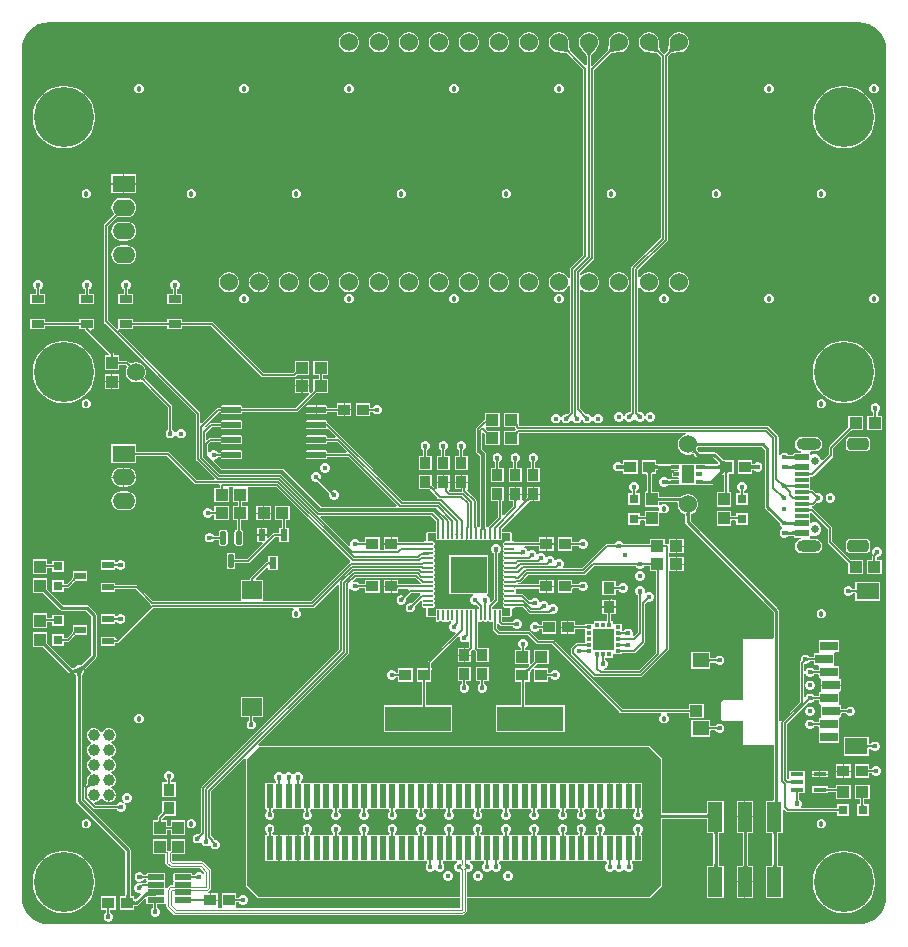
<source format=gtl>
G04*
G04 #@! TF.GenerationSoftware,Altium Limited,Altium Designer,24.2.2 (26)*
G04*
G04 Layer_Physical_Order=1*
G04 Layer_Color=255*
%FSLAX44Y44*%
%MOMM*%
G71*
G04*
G04 #@! TF.SameCoordinates,F7EBB540-B4CE-4F1F-BB4A-EDFB59B12267*
G04*
G04*
G04 #@! TF.FilePolarity,Positive*
G04*
G01*
G75*
%ADD12C,0.1524*%
%ADD13C,0.2540*%
%ADD14C,0.1270*%
%ADD15R,1.1500X0.6000*%
%ADD16R,1.1500X0.3000*%
%ADD17R,1.0000X1.0500*%
%ADD18R,1.0500X1.0000*%
%ADD19R,1.7000X1.5000*%
%ADD20R,0.6000X1.0000*%
%ADD21R,1.1176X0.3556*%
%ADD22R,1.0000X0.9500*%
%ADD23R,0.8000X0.8000*%
%ADD24R,1.9000X1.4000*%
%ADD25R,1.4000X1.2000*%
%ADD26R,1.0400X1.0000*%
%ADD27R,1.5000X0.8000*%
%ADD28R,1.4000X1.3000*%
%ADD30R,0.9500X1.0000*%
G04:AMPARAMS|DCode=31|XSize=1.15mm|YSize=0.5mm|CornerRadius=0.0625mm|HoleSize=0mm|Usage=FLASHONLY|Rotation=270.000|XOffset=0mm|YOffset=0mm|HoleType=Round|Shape=RoundedRectangle|*
%AMROUNDEDRECTD31*
21,1,1.1500,0.3750,0,0,270.0*
21,1,1.0250,0.5000,0,0,270.0*
1,1,0.1250,-0.1875,-0.5125*
1,1,0.1250,-0.1875,0.5125*
1,1,0.1250,0.1875,0.5125*
1,1,0.1250,0.1875,-0.5125*
%
%ADD31ROUNDEDRECTD31*%
G04:AMPARAMS|DCode=32|XSize=1.37mm|YSize=0.48mm|CornerRadius=0.024mm|HoleSize=0mm|Usage=FLASHONLY|Rotation=0.000|XOffset=0mm|YOffset=0mm|HoleType=Round|Shape=RoundedRectangle|*
%AMROUNDEDRECTD32*
21,1,1.3700,0.4320,0,0,0.0*
21,1,1.3220,0.4800,0,0,0.0*
1,1,0.0480,0.6610,-0.2160*
1,1,0.0480,-0.6610,-0.2160*
1,1,0.0480,-0.6610,0.2160*
1,1,0.0480,0.6610,0.2160*
%
%ADD32ROUNDEDRECTD32*%
%ADD33R,1.2000X2.5000*%
%ADD34R,0.8000X0.8000*%
G04:AMPARAMS|DCode=35|XSize=0.45mm|YSize=0.3mm|CornerRadius=0.0075mm|HoleSize=0mm|Usage=FLASHONLY|Rotation=0.000|XOffset=0mm|YOffset=0mm|HoleType=Round|Shape=RoundedRectangle|*
%AMROUNDEDRECTD35*
21,1,0.4500,0.2850,0,0,0.0*
21,1,0.4350,0.3000,0,0,0.0*
1,1,0.0150,0.2175,-0.1425*
1,1,0.0150,-0.2175,-0.1425*
1,1,0.0150,-0.2175,0.1425*
1,1,0.0150,0.2175,0.1425*
%
%ADD35ROUNDEDRECTD35*%
%ADD36R,1.0500X0.6500*%
G04:AMPARAMS|DCode=38|XSize=0.84mm|YSize=0.2mm|CornerRadius=0.025mm|HoleSize=0mm|Usage=FLASHONLY|Rotation=0.000|XOffset=0mm|YOffset=0mm|HoleType=Round|Shape=RoundedRectangle|*
%AMROUNDEDRECTD38*
21,1,0.8400,0.1500,0,0,0.0*
21,1,0.7900,0.2000,0,0,0.0*
1,1,0.0500,0.3950,-0.0750*
1,1,0.0500,-0.3950,-0.0750*
1,1,0.0500,-0.3950,0.0750*
1,1,0.0500,0.3950,0.0750*
%
%ADD38ROUNDEDRECTD38*%
G04:AMPARAMS|DCode=39|XSize=0.2mm|YSize=0.84mm|CornerRadius=0.025mm|HoleSize=0mm|Usage=FLASHONLY|Rotation=0.000|XOffset=0mm|YOffset=0mm|HoleType=Round|Shape=RoundedRectangle|*
%AMROUNDEDRECTD39*
21,1,0.2000,0.7900,0,0,0.0*
21,1,0.1500,0.8400,0,0,0.0*
1,1,0.0500,0.0750,-0.3950*
1,1,0.0500,-0.0750,-0.3950*
1,1,0.0500,-0.0750,0.3950*
1,1,0.0500,0.0750,0.3950*
%
%ADD39ROUNDEDRECTD39*%
G04:AMPARAMS|DCode=40|XSize=1.61mm|YSize=0.58mm|CornerRadius=0.0725mm|HoleSize=0mm|Usage=FLASHONLY|Rotation=0.000|XOffset=0mm|YOffset=0mm|HoleType=Round|Shape=RoundedRectangle|*
%AMROUNDEDRECTD40*
21,1,1.6100,0.4350,0,0,0.0*
21,1,1.4650,0.5800,0,0,0.0*
1,1,0.1450,0.7325,-0.2175*
1,1,0.1450,-0.7325,-0.2175*
1,1,0.1450,-0.7325,0.2175*
1,1,0.1450,0.7325,0.2175*
%
%ADD40ROUNDEDRECTD40*%
%ADD41R,1.0000X0.6000*%
%ADD42R,0.5000X2.0000*%
%ADD81R,0.4500X0.3500*%
%ADD82R,0.3500X0.4500*%
%ADD83R,5.5880X2.1082*%
%ADD84R,1.0000X1.6000*%
%ADD85C,1.5240*%
%ADD86R,3.1000X3.1000*%
%ADD87C,0.1016*%
G04:AMPARAMS|DCode=88|XSize=1.8mm|YSize=1mm|CornerRadius=0.25mm|HoleSize=0mm|Usage=FLASHONLY|Rotation=180.000|XOffset=0mm|YOffset=0mm|HoleType=Round|Shape=RoundedRectangle|*
%AMROUNDEDRECTD88*
21,1,1.8000,0.5000,0,0,180.0*
21,1,1.3000,1.0000,0,0,180.0*
1,1,0.5000,-0.6500,0.2500*
1,1,0.5000,0.6500,0.2500*
1,1,0.5000,0.6500,-0.2500*
1,1,0.5000,-0.6500,-0.2500*
%
%ADD88ROUNDEDRECTD88*%
%ADD89O,2.1000X1.0000*%
%ADD90C,0.6500*%
%ADD91O,1.9050X1.3970*%
%ADD92R,1.9050X1.3970*%
%ADD93C,0.4524*%
%ADD94C,1.0000*%
%ADD95C,5.0800*%
%ADD96C,0.4572*%
%ADD97C,0.5794*%
G36*
X677606Y727504D02*
X681939Y726190D01*
X685933Y724055D01*
X689433Y721183D01*
X692306Y717683D01*
X694440Y713689D01*
X695754Y709356D01*
X696189Y704948D01*
X696169Y704850D01*
Y-12700D01*
X696189Y-12797D01*
X695754Y-17206D01*
X694440Y-21539D01*
X692306Y-25533D01*
X689433Y-29033D01*
X685933Y-31906D01*
X681939Y-34040D01*
X677606Y-35354D01*
X673197Y-35789D01*
X673100Y-35769D01*
X-12700D01*
X-12797Y-35789D01*
X-17206Y-35354D01*
X-21539Y-34040D01*
X-25533Y-31906D01*
X-29033Y-29033D01*
X-31906Y-25533D01*
X-34040Y-21539D01*
X-35354Y-17206D01*
X-35789Y-12797D01*
X-35769Y-12700D01*
Y704850D01*
X-35789Y704948D01*
X-35354Y709356D01*
X-34040Y713689D01*
X-31906Y717683D01*
X-29033Y721183D01*
X-25533Y724055D01*
X-21539Y726190D01*
X-17206Y727504D01*
X-12797Y727939D01*
X-12700Y727919D01*
X673100D01*
X673197Y727939D01*
X677606Y727504D01*
D02*
G37*
%LPC*%
G36*
X394837Y719836D02*
X392563D01*
X390367Y719248D01*
X388397Y718111D01*
X386790Y716503D01*
X385653Y714533D01*
X385064Y712337D01*
Y710063D01*
X385653Y707867D01*
X386790Y705897D01*
X388397Y704289D01*
X390367Y703152D01*
X392563Y702564D01*
X394837D01*
X397033Y703152D01*
X399003Y704289D01*
X400611Y705897D01*
X401748Y707867D01*
X402336Y710063D01*
Y712337D01*
X401748Y714533D01*
X400611Y716503D01*
X399003Y718111D01*
X397033Y719248D01*
X394837Y719836D01*
D02*
G37*
G36*
X369437D02*
X367163D01*
X364967Y719248D01*
X362997Y718111D01*
X361390Y716503D01*
X360252Y714533D01*
X359664Y712337D01*
Y710063D01*
X360252Y707867D01*
X361390Y705897D01*
X362997Y704289D01*
X364967Y703152D01*
X367163Y702564D01*
X369437D01*
X371633Y703152D01*
X373603Y704289D01*
X375210Y705897D01*
X376348Y707867D01*
X376936Y710063D01*
Y712337D01*
X376348Y714533D01*
X375210Y716503D01*
X373603Y718111D01*
X371633Y719248D01*
X369437Y719836D01*
D02*
G37*
G36*
X344037D02*
X341763D01*
X339567Y719248D01*
X337597Y718111D01*
X335989Y716503D01*
X334852Y714533D01*
X334264Y712337D01*
Y710063D01*
X334852Y707867D01*
X335989Y705897D01*
X337597Y704289D01*
X339567Y703152D01*
X341763Y702564D01*
X344037D01*
X346233Y703152D01*
X348203Y704289D01*
X349810Y705897D01*
X350947Y707867D01*
X351536Y710063D01*
Y712337D01*
X350947Y714533D01*
X349810Y716503D01*
X348203Y718111D01*
X346233Y719248D01*
X344037Y719836D01*
D02*
G37*
G36*
X318637D02*
X316363D01*
X314167Y719248D01*
X312197Y718111D01*
X310590Y716503D01*
X309452Y714533D01*
X308864Y712337D01*
Y710063D01*
X309452Y707867D01*
X310590Y705897D01*
X312197Y704289D01*
X314167Y703152D01*
X316363Y702564D01*
X318637D01*
X320833Y703152D01*
X322803Y704289D01*
X324411Y705897D01*
X325547Y707867D01*
X326136Y710063D01*
Y712337D01*
X325547Y714533D01*
X324411Y716503D01*
X322803Y718111D01*
X320833Y719248D01*
X318637Y719836D01*
D02*
G37*
G36*
X293237D02*
X290963D01*
X288767Y719248D01*
X286797Y718111D01*
X285189Y716503D01*
X284053Y714533D01*
X283464Y712337D01*
Y710063D01*
X284053Y707867D01*
X285189Y705897D01*
X286797Y704289D01*
X288767Y703152D01*
X290963Y702564D01*
X293237D01*
X295433Y703152D01*
X297403Y704289D01*
X299011Y705897D01*
X300147Y707867D01*
X300736Y710063D01*
Y712337D01*
X300147Y714533D01*
X299011Y716503D01*
X297403Y718111D01*
X295433Y719248D01*
X293237Y719836D01*
D02*
G37*
G36*
X267837D02*
X265563D01*
X263367Y719248D01*
X261397Y718111D01*
X259790Y716503D01*
X258652Y714533D01*
X258064Y712337D01*
Y710063D01*
X258652Y707867D01*
X259790Y705897D01*
X261397Y704289D01*
X263367Y703152D01*
X265563Y702564D01*
X267837D01*
X270033Y703152D01*
X272003Y704289D01*
X273610Y705897D01*
X274748Y707867D01*
X275336Y710063D01*
Y712337D01*
X274748Y714533D01*
X273610Y716503D01*
X272003Y718111D01*
X270033Y719248D01*
X267837Y719836D01*
D02*
G37*
G36*
X242437D02*
X240163D01*
X237967Y719248D01*
X235997Y718111D01*
X234389Y716503D01*
X233253Y714533D01*
X232664Y712337D01*
Y710063D01*
X233253Y707867D01*
X234389Y705897D01*
X235997Y704289D01*
X237967Y703152D01*
X240163Y702564D01*
X242437D01*
X244633Y703152D01*
X246603Y704289D01*
X248211Y705897D01*
X249347Y707867D01*
X249936Y710063D01*
Y712337D01*
X249347Y714533D01*
X248211Y716503D01*
X246603Y718111D01*
X244633Y719248D01*
X242437Y719836D01*
D02*
G37*
G36*
X521837D02*
X519563D01*
X517367Y719248D01*
X515397Y718111D01*
X513789Y716503D01*
X512653Y714533D01*
X512064Y712337D01*
Y711333D01*
X511981Y711140D01*
X511945Y708747D01*
X511790Y706798D01*
X511672Y706008D01*
X511529Y705324D01*
X511365Y704761D01*
X511190Y704323D01*
X511019Y704016D01*
X510794Y703739D01*
X510767Y703648D01*
X508207Y701087D01*
X507830Y701050D01*
X505233Y703648D01*
X505206Y703739D01*
X504981Y704016D01*
X504809Y704323D01*
X504635Y704761D01*
X504471Y705324D01*
X504328Y706008D01*
X504212Y706788D01*
X504022Y709893D01*
X504019Y711126D01*
X503936Y711326D01*
Y712337D01*
X503348Y714533D01*
X502211Y716503D01*
X500603Y718111D01*
X498633Y719248D01*
X496437Y719836D01*
X494163D01*
X491967Y719248D01*
X489997Y718111D01*
X488390Y716503D01*
X487253Y714533D01*
X486664Y712337D01*
Y710063D01*
X487253Y707867D01*
X488390Y705897D01*
X489997Y704289D01*
X491967Y703152D01*
X494163Y702564D01*
X495167D01*
X495360Y702481D01*
X497753Y702445D01*
X499702Y702290D01*
X500492Y702172D01*
X501176Y702029D01*
X501739Y701865D01*
X502177Y701691D01*
X502484Y701519D01*
X502761Y701294D01*
X502852Y701267D01*
X505174Y698946D01*
Y545654D01*
X480920Y521400D01*
X480555Y520854D01*
X480427Y520210D01*
Y398726D01*
X479586Y397700D01*
X477994D01*
X476524Y397091D01*
X475399Y395966D01*
X475032Y395081D01*
X473658D01*
X473291Y395966D01*
X472166Y397091D01*
X470696Y397700D01*
X469104D01*
X467634Y397091D01*
X466509Y395966D01*
X465900Y394496D01*
Y392904D01*
X466509Y391434D01*
X467634Y390309D01*
X469104Y389700D01*
X470696D01*
X472166Y390309D01*
X473291Y391434D01*
X473658Y392319D01*
X475032D01*
X475399Y391434D01*
X476524Y390309D01*
X477994Y389700D01*
X479586D01*
X481056Y390309D01*
X482181Y391434D01*
X482548Y392319D01*
X483922D01*
X484289Y391434D01*
X485414Y390309D01*
X486884Y389700D01*
X488476D01*
X489946Y390309D01*
X491071Y391434D01*
X491438Y392319D01*
X492812D01*
X493179Y391434D01*
X494304Y390309D01*
X495774Y389700D01*
X497366D01*
X498836Y390309D01*
X499961Y391434D01*
X500570Y392904D01*
Y394496D01*
X499961Y395966D01*
X498836Y397091D01*
X497366Y397700D01*
X495774D01*
X494304Y397091D01*
X493179Y395966D01*
X492812Y395081D01*
X491438D01*
X491071Y395966D01*
X489946Y397091D01*
X488476Y397700D01*
X486884D01*
X486079Y398741D01*
Y503611D01*
X486299Y503779D01*
X487957Y503447D01*
X488390Y502697D01*
X489997Y501089D01*
X491967Y499953D01*
X494163Y499364D01*
X496437D01*
X498633Y499953D01*
X500603Y501089D01*
X502211Y502697D01*
X503348Y504667D01*
X503936Y506863D01*
Y509137D01*
X503348Y511333D01*
X502211Y513303D01*
X500603Y514911D01*
X498633Y516048D01*
X496437Y516636D01*
X494163D01*
X491967Y516048D01*
X489997Y514911D01*
X488390Y513303D01*
X487957Y512553D01*
X486299Y512221D01*
X486079Y512388D01*
Y518207D01*
X510587Y542715D01*
X510952Y543261D01*
X511080Y543905D01*
Y699200D01*
X513148Y701267D01*
X513239Y701294D01*
X513516Y701519D01*
X513823Y701690D01*
X514261Y701865D01*
X514824Y702029D01*
X515508Y702172D01*
X516288Y702288D01*
X519393Y702478D01*
X520626Y702481D01*
X520826Y702564D01*
X521837D01*
X524033Y703152D01*
X526003Y704289D01*
X527611Y705897D01*
X528747Y707867D01*
X529336Y710063D01*
Y712337D01*
X528747Y714533D01*
X527611Y716503D01*
X526003Y718111D01*
X524033Y719248D01*
X521837Y719836D01*
D02*
G37*
G36*
X471037D02*
X468763D01*
X466567Y719248D01*
X464597Y718111D01*
X462990Y716503D01*
X461852Y714533D01*
X461264Y712337D01*
Y711333D01*
X461181Y711140D01*
X461145Y708747D01*
X460990Y706798D01*
X460872Y706008D01*
X460729Y705324D01*
X460565Y704761D01*
X460391Y704323D01*
X460219Y704016D01*
X459994Y703739D01*
X459967Y703648D01*
X447357Y691037D01*
X446183Y691523D01*
Y698836D01*
X446229Y698920D01*
X446266Y699274D01*
X446362Y699613D01*
X446547Y700046D01*
X446830Y700560D01*
X447213Y701146D01*
X447682Y701778D01*
X449743Y704109D01*
X450613Y704982D01*
X450696Y705182D01*
X451410Y705897D01*
X452547Y707867D01*
X453136Y710063D01*
Y712337D01*
X452547Y714533D01*
X451410Y716503D01*
X449803Y718111D01*
X447833Y719248D01*
X445637Y719836D01*
X443363D01*
X441167Y719248D01*
X439197Y718111D01*
X437589Y716503D01*
X436452Y714533D01*
X435864Y712337D01*
Y710063D01*
X436452Y707867D01*
X437589Y705897D01*
X438299Y705187D01*
X438377Y704992D01*
X440044Y703275D01*
X441312Y701787D01*
X441787Y701146D01*
X442170Y700560D01*
X442453Y700046D01*
X442638Y699613D01*
X442734Y699274D01*
X442771Y698920D01*
X442817Y698836D01*
Y691660D01*
X441547Y691134D01*
X429033Y703648D01*
X429006Y703739D01*
X428781Y704016D01*
X428610Y704323D01*
X428435Y704761D01*
X428271Y705324D01*
X428128Y706008D01*
X428012Y706788D01*
X427822Y709893D01*
X427819Y711126D01*
X427736Y711326D01*
Y712337D01*
X427147Y714533D01*
X426011Y716503D01*
X424403Y718111D01*
X422433Y719248D01*
X420237Y719836D01*
X417963D01*
X415767Y719248D01*
X413797Y718111D01*
X412189Y716503D01*
X411053Y714533D01*
X410464Y712337D01*
Y710063D01*
X411053Y707867D01*
X412189Y705897D01*
X413797Y704289D01*
X415767Y703152D01*
X417963Y702564D01*
X418967D01*
X419160Y702481D01*
X421553Y702445D01*
X423502Y702290D01*
X424292Y702172D01*
X424976Y702029D01*
X425539Y701865D01*
X425977Y701691D01*
X426284Y701519D01*
X426561Y701294D01*
X426652Y701267D01*
X439878Y688042D01*
Y531158D01*
X428959Y520239D01*
X428594Y519693D01*
X428466Y519049D01*
Y511321D01*
X427196Y511153D01*
X427147Y511333D01*
X426011Y513303D01*
X424403Y514911D01*
X422433Y516048D01*
X420237Y516636D01*
X417963D01*
X415767Y516048D01*
X413797Y514911D01*
X412189Y513303D01*
X411053Y511333D01*
X410464Y509137D01*
Y506863D01*
X411053Y504667D01*
X412189Y502697D01*
X413797Y501089D01*
X415767Y499953D01*
X417963Y499364D01*
X420237D01*
X422433Y499953D01*
X424403Y501089D01*
X426011Y502697D01*
X427147Y504667D01*
X427196Y504846D01*
X428466Y504679D01*
Y397826D01*
X426867Y396228D01*
X426796Y396202D01*
X426246Y396430D01*
X424654D01*
X423184Y395821D01*
X422059Y394696D01*
X421692Y393811D01*
X420318D01*
X419951Y394696D01*
X418826Y395821D01*
X417356Y396430D01*
X415764D01*
X414294Y395821D01*
X413169Y394696D01*
X412560Y393226D01*
Y391634D01*
X413169Y390164D01*
X414294Y389039D01*
X415764Y388430D01*
X417356D01*
X418826Y389039D01*
X419951Y390164D01*
X420318Y391049D01*
X421692D01*
X422059Y390164D01*
X423184Y389039D01*
X424654Y388430D01*
X426246D01*
X427716Y389039D01*
X428841Y390164D01*
X429208Y391049D01*
X430582D01*
X430949Y390164D01*
X432074Y389039D01*
X433544Y388430D01*
X435136D01*
X436606Y389039D01*
X437731Y390164D01*
X438098Y391049D01*
X439472D01*
X439839Y390164D01*
X440964Y389039D01*
X442434Y388430D01*
X444026D01*
X445496Y389039D01*
X446621Y390164D01*
X446988Y391049D01*
X448362D01*
X448729Y390164D01*
X449854Y389039D01*
X451324Y388430D01*
X452916D01*
X454386Y389039D01*
X455511Y390164D01*
X456120Y391634D01*
Y393226D01*
X455511Y394696D01*
X454386Y395821D01*
X452916Y396430D01*
X451324D01*
X449854Y395821D01*
X448729Y394696D01*
X448362Y393811D01*
X446988D01*
X446621Y394696D01*
X445496Y395821D01*
X444026Y396430D01*
X442434D01*
X441884Y396202D01*
X441813Y396228D01*
X436912Y401128D01*
Y501578D01*
X438182Y502104D01*
X439197Y501089D01*
X441167Y499953D01*
X443363Y499364D01*
X445637D01*
X447833Y499953D01*
X449803Y501089D01*
X451411Y502697D01*
X452547Y504667D01*
X453136Y506863D01*
Y509137D01*
X452547Y511333D01*
X451411Y513303D01*
X449803Y514911D01*
X447833Y516048D01*
X445637Y516636D01*
X443363D01*
X441167Y516048D01*
X439197Y514911D01*
X438182Y513895D01*
X436912Y514422D01*
Y515683D01*
X448230Y527001D01*
X448595Y527547D01*
X448723Y528191D01*
Y687643D01*
X462348Y701267D01*
X462439Y701294D01*
X462716Y701519D01*
X463023Y701691D01*
X463461Y701865D01*
X464025Y702029D01*
X464708Y702172D01*
X465488Y702288D01*
X468593Y702478D01*
X469826Y702481D01*
X470026Y702564D01*
X471037D01*
X473233Y703152D01*
X475203Y704289D01*
X476810Y705897D01*
X477948Y707867D01*
X478536Y710063D01*
Y712337D01*
X477948Y714533D01*
X476810Y716503D01*
X475203Y718111D01*
X473233Y719248D01*
X471037Y719836D01*
D02*
G37*
G36*
X686600Y675854D02*
X685000D01*
X683521Y675241D01*
X682389Y674109D01*
X681776Y672630D01*
Y671030D01*
X682389Y669551D01*
X683521Y668419D01*
X685000Y667806D01*
X686600D01*
X688079Y668419D01*
X689211Y669551D01*
X689824Y671030D01*
Y672630D01*
X689211Y674109D01*
X688079Y675241D01*
X686600Y675854D01*
D02*
G37*
G36*
X597700D02*
X596100D01*
X594621Y675241D01*
X593489Y674109D01*
X592876Y672630D01*
Y671030D01*
X593489Y669551D01*
X594621Y668419D01*
X596100Y667806D01*
X597700D01*
X599179Y668419D01*
X600311Y669551D01*
X600924Y671030D01*
Y672630D01*
X600311Y674109D01*
X599179Y675241D01*
X597700Y675854D01*
D02*
G37*
G36*
X419900D02*
X418300D01*
X416821Y675241D01*
X415689Y674109D01*
X415076Y672630D01*
Y671030D01*
X415689Y669551D01*
X416821Y668419D01*
X418300Y667806D01*
X419900D01*
X421379Y668419D01*
X422511Y669551D01*
X423124Y671030D01*
Y672630D01*
X422511Y674109D01*
X421379Y675241D01*
X419900Y675854D01*
D02*
G37*
G36*
X331000D02*
X329400D01*
X327921Y675241D01*
X326789Y674109D01*
X326176Y672630D01*
Y671030D01*
X326789Y669551D01*
X327921Y668419D01*
X329400Y667806D01*
X331000D01*
X332479Y668419D01*
X333611Y669551D01*
X334224Y671030D01*
Y672630D01*
X333611Y674109D01*
X332479Y675241D01*
X331000Y675854D01*
D02*
G37*
G36*
X242100D02*
X240500D01*
X239021Y675241D01*
X237889Y674109D01*
X237276Y672630D01*
Y671030D01*
X237889Y669551D01*
X239021Y668419D01*
X240500Y667806D01*
X242100D01*
X243579Y668419D01*
X244711Y669551D01*
X245324Y671030D01*
Y672630D01*
X244711Y674109D01*
X243579Y675241D01*
X242100Y675854D01*
D02*
G37*
G36*
X153200D02*
X151600D01*
X150121Y675241D01*
X148989Y674109D01*
X148376Y672630D01*
Y671030D01*
X148989Y669551D01*
X150121Y668419D01*
X151600Y667806D01*
X153200D01*
X154679Y668419D01*
X155811Y669551D01*
X156424Y671030D01*
Y672630D01*
X155811Y674109D01*
X154679Y675241D01*
X153200Y675854D01*
D02*
G37*
G36*
X64300D02*
X62700D01*
X61221Y675241D01*
X60089Y674109D01*
X59476Y672630D01*
Y671030D01*
X60089Y669551D01*
X61221Y668419D01*
X62700Y667806D01*
X64300D01*
X65779Y668419D01*
X66911Y669551D01*
X67524Y671030D01*
Y672630D01*
X66911Y674109D01*
X65779Y675241D01*
X64300Y675854D01*
D02*
G37*
G36*
X662479Y674116D02*
X658321D01*
X654214Y673466D01*
X650260Y672181D01*
X646555Y670293D01*
X643191Y667849D01*
X640251Y664909D01*
X637807Y661545D01*
X635919Y657840D01*
X634634Y653886D01*
X633984Y649779D01*
Y645621D01*
X634634Y641514D01*
X635919Y637560D01*
X637807Y633855D01*
X640251Y630491D01*
X643191Y627551D01*
X646555Y625107D01*
X650260Y623219D01*
X654214Y621934D01*
X658321Y621284D01*
X662479D01*
X666586Y621934D01*
X670540Y623219D01*
X674245Y625107D01*
X677609Y627551D01*
X680549Y630491D01*
X682993Y633855D01*
X684881Y637560D01*
X686166Y641514D01*
X686816Y645621D01*
Y649779D01*
X686166Y653886D01*
X684881Y657840D01*
X682993Y661545D01*
X680549Y664909D01*
X677609Y667849D01*
X674245Y670293D01*
X670540Y672181D01*
X666586Y673466D01*
X662479Y674116D01*
D02*
G37*
G36*
X2079D02*
X-2079D01*
X-6186Y673466D01*
X-10140Y672181D01*
X-13845Y670293D01*
X-17209Y667849D01*
X-20149Y664909D01*
X-22593Y661545D01*
X-24481Y657840D01*
X-25766Y653886D01*
X-26416Y649779D01*
Y645621D01*
X-25766Y641514D01*
X-24481Y637560D01*
X-22593Y633855D01*
X-20149Y630491D01*
X-17209Y627551D01*
X-13845Y625107D01*
X-10140Y623219D01*
X-6186Y621934D01*
X-2079Y621284D01*
X2079D01*
X6186Y621934D01*
X10140Y623219D01*
X13845Y625107D01*
X17209Y627551D01*
X20149Y630491D01*
X22593Y633855D01*
X24481Y637560D01*
X25766Y641514D01*
X26416Y645621D01*
Y649779D01*
X25766Y653886D01*
X24481Y657840D01*
X22593Y661545D01*
X20149Y664909D01*
X17209Y667849D01*
X13845Y670293D01*
X10140Y672181D01*
X6186Y673466D01*
X2079Y674116D01*
D02*
G37*
G36*
X61341Y599181D02*
X51308D01*
Y591688D01*
X61341D01*
Y599181D01*
D02*
G37*
G36*
X50292D02*
X40259D01*
Y591688D01*
X50292D01*
Y599181D01*
D02*
G37*
G36*
X61341Y590672D02*
X51308D01*
Y583179D01*
X61341D01*
Y590672D01*
D02*
G37*
G36*
X50292D02*
X40259D01*
Y583179D01*
X50292D01*
Y590672D01*
D02*
G37*
G36*
X642150Y586954D02*
X640550D01*
X639071Y586341D01*
X637939Y585209D01*
X637326Y583730D01*
Y582130D01*
X637939Y580651D01*
X639071Y579519D01*
X640550Y578906D01*
X642150D01*
X643629Y579519D01*
X644761Y580651D01*
X645374Y582130D01*
Y583730D01*
X644761Y585209D01*
X643629Y586341D01*
X642150Y586954D01*
D02*
G37*
G36*
X553250D02*
X551650D01*
X550171Y586341D01*
X549039Y585209D01*
X548426Y583730D01*
Y582130D01*
X549039Y580651D01*
X550171Y579519D01*
X551650Y578906D01*
X553250D01*
X554729Y579519D01*
X555861Y580651D01*
X556474Y582130D01*
Y583730D01*
X555861Y585209D01*
X554729Y586341D01*
X553250Y586954D01*
D02*
G37*
G36*
X464350D02*
X462750D01*
X461271Y586341D01*
X460139Y585209D01*
X459526Y583730D01*
Y582130D01*
X460139Y580651D01*
X461271Y579519D01*
X462750Y578906D01*
X464350D01*
X465829Y579519D01*
X466961Y580651D01*
X467574Y582130D01*
Y583730D01*
X466961Y585209D01*
X465829Y586341D01*
X464350Y586954D01*
D02*
G37*
G36*
X375450D02*
X373850D01*
X372371Y586341D01*
X371239Y585209D01*
X370626Y583730D01*
Y582130D01*
X371239Y580651D01*
X372371Y579519D01*
X373850Y578906D01*
X375450D01*
X376929Y579519D01*
X378061Y580651D01*
X378674Y582130D01*
Y583730D01*
X378061Y585209D01*
X376929Y586341D01*
X375450Y586954D01*
D02*
G37*
G36*
X286550D02*
X284950D01*
X283471Y586341D01*
X282339Y585209D01*
X281726Y583730D01*
Y582130D01*
X282339Y580651D01*
X283471Y579519D01*
X284950Y578906D01*
X286550D01*
X288029Y579519D01*
X289161Y580651D01*
X289774Y582130D01*
Y583730D01*
X289161Y585209D01*
X288029Y586341D01*
X286550Y586954D01*
D02*
G37*
G36*
X197650D02*
X196050D01*
X194571Y586341D01*
X193439Y585209D01*
X192826Y583730D01*
Y582130D01*
X193439Y580651D01*
X194571Y579519D01*
X196050Y578906D01*
X197650D01*
X199129Y579519D01*
X200261Y580651D01*
X200874Y582130D01*
Y583730D01*
X200261Y585209D01*
X199129Y586341D01*
X197650Y586954D01*
D02*
G37*
G36*
X108750D02*
X107150D01*
X105671Y586341D01*
X104539Y585209D01*
X103926Y583730D01*
Y582130D01*
X104539Y580651D01*
X105671Y579519D01*
X107150Y578906D01*
X108750D01*
X110229Y579519D01*
X111361Y580651D01*
X111974Y582130D01*
Y583730D01*
X111361Y585209D01*
X110229Y586341D01*
X108750Y586954D01*
D02*
G37*
G36*
X19850D02*
X18250D01*
X16771Y586341D01*
X15639Y585209D01*
X15026Y583730D01*
Y582130D01*
X15639Y580651D01*
X16771Y579519D01*
X18250Y578906D01*
X19850D01*
X21329Y579519D01*
X22461Y580651D01*
X23074Y582130D01*
Y583730D01*
X22461Y585209D01*
X21329Y586341D01*
X19850Y586954D01*
D02*
G37*
G36*
X53340Y579250D02*
X48260D01*
X46171Y578975D01*
X44225Y578169D01*
X42554Y576886D01*
X41271Y575215D01*
X40465Y573269D01*
X40190Y571180D01*
X40465Y569091D01*
X41271Y567145D01*
X42554Y565474D01*
X41753Y564514D01*
X34370Y557130D01*
X34005Y556584D01*
X33877Y555940D01*
Y474980D01*
X34005Y474336D01*
X34370Y473790D01*
X112109Y396051D01*
Y358204D01*
X112237Y357560D01*
X112602Y357014D01*
X127669Y341947D01*
X127183Y340773D01*
X112457D01*
X89140Y364090D01*
X88594Y364455D01*
X87950Y364583D01*
X61708D01*
X61593Y364634D01*
X61379Y364640D01*
X61341Y364643D01*
Y370901D01*
X40259D01*
Y354899D01*
X61341D01*
Y361157D01*
X61379Y361160D01*
X61593Y361166D01*
X61708Y361217D01*
X87253D01*
X110570Y337900D01*
X111116Y337535D01*
X111760Y337407D01*
X131034D01*
X131326Y337092D01*
X131860Y336137D01*
X131795Y335806D01*
Y334043D01*
X131744Y333928D01*
X131738Y333714D01*
X131735Y333676D01*
X127212D01*
Y321644D01*
X139744D01*
Y333676D01*
X139744D01*
X139936Y334867D01*
X143020D01*
X143212Y333676D01*
X143212Y333597D01*
Y321644D01*
X147735D01*
X147738Y321606D01*
X147744Y321392D01*
X147795Y321278D01*
Y318803D01*
X147744Y318688D01*
X147738Y318474D01*
X147735Y318436D01*
X143212D01*
Y306404D01*
X146235D01*
X146238Y306366D01*
X146244Y306152D01*
X146295Y306038D01*
Y298922D01*
X146244Y298807D01*
X146238Y298593D01*
X146233Y298538D01*
X146103D01*
X145463Y298411D01*
X144920Y298048D01*
X144557Y297505D01*
X144430Y296865D01*
Y286615D01*
X144557Y285975D01*
X144920Y285432D01*
X145463Y285069D01*
X146103Y284942D01*
X149853D01*
X150493Y285069D01*
X151036Y285432D01*
X151399Y285975D01*
X151526Y286615D01*
Y296865D01*
X151399Y297505D01*
X151036Y298048D01*
X150493Y298411D01*
X149853Y298538D01*
X149722D01*
X149718Y298593D01*
X149712Y298807D01*
X149661Y298922D01*
Y306038D01*
X149712Y306152D01*
X149718Y306366D01*
X149721Y306404D01*
X155744D01*
Y318436D01*
X151221D01*
X151218Y318474D01*
X151212Y318688D01*
X151161Y318803D01*
Y321278D01*
X151212Y321392D01*
X151218Y321606D01*
X151221Y321644D01*
X155744D01*
Y333597D01*
X155744Y333676D01*
X155935Y334867D01*
X180034D01*
X242373Y272528D01*
X242418Y272330D01*
X242142Y270962D01*
X242105Y270937D01*
X209071Y237903D01*
X168941D01*
X168774Y239104D01*
X168774Y239173D01*
Y256136D01*
X162894D01*
X162408Y257309D01*
X171849Y266750D01*
X173022Y266264D01*
Y263924D01*
X181054D01*
Y275956D01*
X173022D01*
Y271683D01*
X172984Y271680D01*
X172770Y271674D01*
X172654Y271622D01*
X172014Y271495D01*
X171468Y271130D01*
X158068Y257730D01*
X157703Y257184D01*
X157575Y256540D01*
Y256502D01*
X157524Y256388D01*
X157518Y256174D01*
X157515Y256136D01*
X149742D01*
Y239173D01*
X149742Y239104D01*
X149575Y237903D01*
X75627D01*
X62760Y250770D01*
X62214Y251135D01*
X61570Y251263D01*
X43863D01*
X43748Y251314D01*
X43534Y251320D01*
X43496Y251323D01*
Y253596D01*
X31464D01*
Y245564D01*
X43496D01*
Y247837D01*
X43534Y247840D01*
X43748Y247846D01*
X43863Y247897D01*
X60873D01*
X72958Y235812D01*
X73674Y234950D01*
X72958Y234088D01*
X44766Y205897D01*
X43496Y206396D01*
Y207876D01*
X31464D01*
Y199844D01*
X43496D01*
Y202117D01*
X43534Y202120D01*
X43748Y202126D01*
X43863Y202177D01*
X45110D01*
X45754Y202305D01*
X46300Y202670D01*
X75627Y231997D01*
X194282D01*
X194555Y230812D01*
X194556Y230727D01*
X193439Y229609D01*
X192826Y228130D01*
Y226530D01*
X193439Y225051D01*
X194571Y223919D01*
X196050Y223306D01*
X197650D01*
X199129Y223919D01*
X200261Y225051D01*
X200874Y226530D01*
Y228130D01*
X200261Y229609D01*
X199144Y230727D01*
X199146Y230812D01*
X199418Y231997D01*
X210820D01*
X211464Y232125D01*
X212010Y232490D01*
X232093Y252573D01*
X233267Y252087D01*
Y197111D01*
X116920Y80765D01*
X116555Y80218D01*
X116427Y79574D01*
Y42607D01*
X114447Y40628D01*
X114376Y40602D01*
X113826Y40830D01*
X112234D01*
X110764Y40221D01*
X109639Y39096D01*
X109030Y37626D01*
Y36034D01*
X109639Y34564D01*
X110764Y33439D01*
X112234Y32830D01*
X113826D01*
X115296Y33439D01*
X115380Y33523D01*
X115768Y33514D01*
X116796Y33143D01*
X117259Y32024D01*
X118384Y30899D01*
X119854Y30290D01*
X121446D01*
X122916Y30899D01*
X123000Y30983D01*
X123388Y30974D01*
X124416Y30603D01*
X124879Y29484D01*
X126004Y28359D01*
X127474Y27750D01*
X129066D01*
X130536Y28359D01*
X131661Y29484D01*
X132270Y30954D01*
Y32546D01*
X131661Y34016D01*
X130536Y35141D01*
X129066Y35750D01*
X127474D01*
X127167Y36527D01*
X126802Y37073D01*
X124873Y39002D01*
Y76773D01*
X152667Y104566D01*
X153308Y104333D01*
X153840Y103944D01*
Y-2540D01*
X154162Y-3318D01*
X164322Y-13478D01*
X165100Y-13800D01*
X335280D01*
Y-22100D01*
X146520D01*
X146096Y-21006D01*
X146096Y-20830D01*
Y-16983D01*
X146134Y-16980D01*
X146348Y-16974D01*
X146462Y-16923D01*
X148093D01*
X148161Y-16956D01*
X148389Y-17506D01*
X149514Y-18631D01*
X150984Y-19240D01*
X152576D01*
X154046Y-18631D01*
X155171Y-17506D01*
X155780Y-16036D01*
Y-14444D01*
X155171Y-12974D01*
X154046Y-11849D01*
X152576Y-11240D01*
X150984D01*
X149514Y-11849D01*
X148389Y-12974D01*
X148161Y-13524D01*
X148093Y-13557D01*
X146462D01*
X146348Y-13506D01*
X146134Y-13500D01*
X146096Y-13497D01*
Y-9474D01*
X134064D01*
Y-20830D01*
X134064Y-21006D01*
X133640Y-22100D01*
X130520D01*
X130096Y-21006D01*
X130096D01*
Y-15748D01*
X124080D01*
Y-15240D01*
X123572D01*
Y-9474D01*
X121856D01*
X121603Y-8204D01*
X122273Y-7926D01*
X124356Y-5843D01*
X124840Y-4677D01*
Y9942D01*
X124356Y11108D01*
X123612Y11852D01*
X123612Y11853D01*
X119579Y15885D01*
X119579Y15886D01*
X118091Y17373D01*
X116925Y17857D01*
X92208D01*
X91820Y18245D01*
Y23708D01*
X92028D01*
X92331Y23834D01*
X102536D01*
Y36366D01*
X90504D01*
Y26899D01*
X89599Y26524D01*
X88900Y26006D01*
X88201Y26525D01*
X87296Y26899D01*
Y36366D01*
X75264D01*
Y23834D01*
X85469D01*
X85772Y23708D01*
X85980D01*
Y16510D01*
X86464Y15344D01*
X89306Y12501D01*
X90473Y12018D01*
X115190D01*
X119000Y8207D01*
Y6683D01*
X117730Y6431D01*
X117691Y6526D01*
X116566Y7651D01*
X115096Y8260D01*
X113504D01*
X112034Y7651D01*
X110909Y6526D01*
X110681Y5976D01*
X110612Y5943D01*
X108880D01*
X108765Y5994D01*
X108600Y5999D01*
Y6420D01*
X108201Y7381D01*
X107240Y7779D01*
X94020D01*
X93059Y7381D01*
X92661Y6420D01*
Y2100D01*
X93059Y1139D01*
X93059Y881D01*
X92661Y-80D01*
Y-2570D01*
X90134D01*
X88968Y-3054D01*
X87310Y-4712D01*
X85924Y-4752D01*
X85706Y-4664D01*
X85573Y-4480D01*
X85596Y-4408D01*
X85599Y-4400D01*
Y-80D01*
X85201Y881D01*
X85201Y1139D01*
X85599Y2100D01*
Y6420D01*
X85201Y7381D01*
X84240Y7779D01*
X71020D01*
X70059Y7381D01*
X69661Y6420D01*
Y5999D01*
X69495Y5994D01*
X69380Y5943D01*
X67648D01*
X67579Y5976D01*
X67351Y6526D01*
X66226Y7651D01*
X64756Y8260D01*
X63164D01*
X61694Y7651D01*
X60569Y6526D01*
X59960Y5056D01*
Y3464D01*
X60569Y1994D01*
X61694Y869D01*
X63164Y260D01*
X64756D01*
X66226Y869D01*
X67351Y1994D01*
X67579Y2544D01*
X67648Y2577D01*
X69380D01*
X69495Y2526D01*
X69661Y2521D01*
Y2100D01*
X70059Y1139D01*
X70059Y881D01*
X69661Y-80D01*
Y-501D01*
X69495Y-506D01*
X69380Y-557D01*
X66553D01*
X65909Y-685D01*
X65363Y-1050D01*
X65130Y-1282D01*
X65059Y-1308D01*
X64509Y-1080D01*
X62917D01*
X61447Y-1689D01*
X60322Y-2814D01*
X59713Y-4284D01*
Y-5876D01*
X60322Y-7346D01*
X61447Y-8471D01*
X62917Y-9080D01*
X64509D01*
X64609Y-9038D01*
X65329Y-10115D01*
X61006Y-14438D01*
X59736Y-13912D01*
Y-12014D01*
X56867D01*
X56837Y-11997D01*
X56776Y-11991D01*
X56754Y-11955D01*
X56698Y-11817D01*
X56641Y-11600D01*
X56593Y-11308D01*
X56561Y-10947D01*
X56549Y-10492D01*
X56511Y-10405D01*
Y27100D01*
X56333Y27992D01*
X55828Y28748D01*
X15031Y69545D01*
Y174613D01*
X15069Y174700D01*
X15076Y174968D01*
X15093Y175182D01*
X15254Y175248D01*
X16522Y176516D01*
X17208Y178173D01*
Y179967D01*
X17142Y180127D01*
X17281Y180290D01*
X17465Y180485D01*
X17500Y180573D01*
X27048Y190122D01*
X27553Y190878D01*
X27731Y191770D01*
Y226060D01*
X27553Y226952D01*
X27048Y227708D01*
X20905Y233852D01*
X20148Y234357D01*
X19257Y234534D01*
X-648D01*
X-12637Y246523D01*
X-12669Y246609D01*
X-13575Y247585D01*
X-13886Y247973D01*
X-14124Y248316D01*
X-14224Y248491D01*
Y249324D01*
X-14171Y249453D01*
X-14205Y249536D01*
X-14184Y249624D01*
X-14224Y249689D01*
Y257346D01*
X-26256D01*
Y244814D01*
X-19099D01*
X-19034Y244774D01*
X-18946Y244795D01*
X-18863Y244761D01*
X-18734Y244814D01*
X-17901D01*
X-17726Y244714D01*
X-17396Y244485D01*
X-16529Y243751D01*
X-16034Y243273D01*
X-15944Y243238D01*
X-3262Y230555D01*
X-2505Y230050D01*
X-1613Y229873D01*
X18291D01*
X23069Y225095D01*
Y192735D01*
X14203Y183869D01*
X14115Y183835D01*
X13920Y183651D01*
X13757Y183512D01*
X13597Y183578D01*
X11803D01*
X10146Y182892D01*
X8878Y181624D01*
X8812Y181463D01*
X8598Y181446D01*
X8330Y181439D01*
X8243Y181401D01*
X6765D01*
X-12637Y200803D01*
X-12669Y200889D01*
X-13575Y201865D01*
X-13886Y202254D01*
X-14124Y202596D01*
X-14224Y202771D01*
Y203604D01*
X-14171Y203733D01*
X-14205Y203816D01*
X-14184Y203904D01*
X-14224Y203969D01*
Y211626D01*
X-26256D01*
Y199094D01*
X-19099D01*
X-19034Y199054D01*
X-18946Y199075D01*
X-18863Y199041D01*
X-18734Y199094D01*
X-17901D01*
X-17726Y198994D01*
X-17396Y198765D01*
X-16529Y198031D01*
X-16034Y197553D01*
X-15944Y197518D01*
X4152Y177422D01*
X4908Y176917D01*
X5800Y176739D01*
X8243D01*
X8330Y176701D01*
X8598Y176694D01*
X8812Y176677D01*
X8878Y176516D01*
X10146Y175248D01*
X10307Y175182D01*
X10324Y174968D01*
X10331Y174700D01*
X10369Y174613D01*
Y68580D01*
X10547Y67688D01*
X11052Y66932D01*
X51849Y26135D01*
Y-10405D01*
X51811Y-10492D01*
X51799Y-10947D01*
X51767Y-11308D01*
X51719Y-11600D01*
X51662Y-11817D01*
X51606Y-11955D01*
X51584Y-11991D01*
X51523Y-11997D01*
X51493Y-12014D01*
X47704D01*
Y-23546D01*
X59736D01*
Y-20259D01*
X59748Y-20236D01*
X59864Y-20193D01*
X60059Y-20145D01*
X60323Y-20104D01*
X60653Y-20077D01*
X61069Y-20067D01*
X61249Y-19988D01*
X61934Y-19851D01*
X62690Y-19346D01*
X68390Y-13646D01*
X69661Y-14172D01*
Y-17400D01*
X70059Y-18361D01*
X71020Y-18759D01*
X75731D01*
X75736Y-18925D01*
X75787Y-19040D01*
Y-21713D01*
X75754Y-21781D01*
X75204Y-22009D01*
X74079Y-23134D01*
X73470Y-24604D01*
Y-26196D01*
X74079Y-27666D01*
X75204Y-28791D01*
X76674Y-29400D01*
X78266D01*
X79736Y-28791D01*
X80861Y-27666D01*
X81470Y-26196D01*
Y-24604D01*
X80861Y-23134D01*
X79736Y-22009D01*
X79186Y-21781D01*
X79153Y-21713D01*
Y-19040D01*
X79204Y-18925D01*
X79209Y-18759D01*
X84240D01*
X85201Y-18361D01*
X86402Y-18782D01*
Y-20523D01*
X86885Y-21690D01*
X92652Y-27456D01*
X93818Y-27940D01*
X337387D01*
X338553Y-27456D01*
X340636Y-25373D01*
X341120Y-24207D01*
Y-13800D01*
X495300D01*
X496078Y-13478D01*
X506238Y-3318D01*
X506560Y-2540D01*
Y53617D01*
X542955D01*
X543042Y53579D01*
X543497Y53567D01*
X543858Y53535D01*
X544150Y53487D01*
X544367Y53429D01*
X544505Y53374D01*
X544541Y53352D01*
X544548Y53292D01*
X544564Y53261D01*
Y41924D01*
X549346D01*
X549433Y41877D01*
X549496Y41870D01*
X549516Y41837D01*
X549571Y41704D01*
X549628Y41492D01*
X549675Y41206D01*
X549707Y40850D01*
X549719Y40402D01*
X549757Y40315D01*
Y15565D01*
X549719Y15478D01*
X549707Y15023D01*
X549675Y14662D01*
X549627Y14370D01*
X549570Y14153D01*
X549514Y14015D01*
X549492Y13979D01*
X549431Y13973D01*
X549401Y13956D01*
X544564D01*
Y-13076D01*
X558596D01*
Y13956D01*
X554775D01*
X554744Y13973D01*
X554684Y13979D01*
X554662Y14015D01*
X554606Y14153D01*
X554549Y14370D01*
X554501Y14662D01*
X554469Y15023D01*
X554457Y15478D01*
X554419Y15565D01*
Y40315D01*
X554457Y40402D01*
X554469Y40850D01*
X554501Y41206D01*
X554548Y41492D01*
X554605Y41704D01*
X554660Y41837D01*
X554680Y41870D01*
X554743Y41877D01*
X554830Y41924D01*
X558596D01*
Y68956D01*
X544564D01*
Y58635D01*
X544548Y58604D01*
X544541Y58544D01*
X544505Y58522D01*
X544367Y58466D01*
X544150Y58409D01*
X543858Y58361D01*
X543497Y58329D01*
X543042Y58317D01*
X542955Y58279D01*
X506560D01*
Y104140D01*
X506238Y104918D01*
X496078Y115078D01*
X495300Y115400D01*
X165296D01*
X164907Y115932D01*
X164674Y116573D01*
X241220Y193120D01*
X241585Y193666D01*
X241713Y194310D01*
Y247845D01*
X242983Y248098D01*
X242989Y248084D01*
X244114Y246959D01*
X245584Y246350D01*
X247176D01*
X248646Y246959D01*
X249771Y248084D01*
X249999Y248634D01*
X250068Y248667D01*
X254858D01*
X254972Y248616D01*
X255186Y248610D01*
X255224Y248607D01*
Y244584D01*
X267256D01*
Y256116D01*
X255224D01*
Y252093D01*
X255186Y252090D01*
X254972Y252084D01*
X254858Y252033D01*
X250068D01*
X249999Y252066D01*
X249771Y252616D01*
X248646Y253741D01*
X247176Y254350D01*
X245584D01*
X245132Y254163D01*
X244413Y255239D01*
X247077Y257904D01*
X297781D01*
X302252Y253433D01*
X301924Y252356D01*
X301780Y252163D01*
X283871D01*
X283762Y252211D01*
X283507Y252218D01*
X283324Y252234D01*
X283256Y252246D01*
Y256116D01*
X277748D01*
Y250350D01*
Y244584D01*
X283256D01*
Y248454D01*
X283324Y248466D01*
X283507Y248482D01*
X283762Y248489D01*
X283871Y248537D01*
X291405D01*
X291549Y248344D01*
X291877Y247267D01*
X287167Y242558D01*
X287096Y242532D01*
X286546Y242760D01*
X284954D01*
X283484Y242151D01*
X282359Y241026D01*
X281750Y239556D01*
Y237964D01*
X282359Y236494D01*
X283484Y235369D01*
X284954Y234760D01*
X286546D01*
X288016Y235369D01*
X289141Y236494D01*
X289750Y237964D01*
Y239556D01*
X289522Y240106D01*
X289548Y240177D01*
X294037Y244667D01*
X301520D01*
X301882Y243987D01*
X301976Y243397D01*
X294787Y236208D01*
X294716Y236182D01*
X294166Y236410D01*
X292574D01*
X291104Y235801D01*
X289979Y234676D01*
X289370Y233206D01*
Y231614D01*
X289979Y230144D01*
X291104Y229019D01*
X292574Y228410D01*
X294166D01*
X295636Y229019D01*
X296761Y230144D01*
X297370Y231614D01*
Y233206D01*
X297142Y233756D01*
X297168Y233827D01*
X301960Y238619D01*
X303230Y238093D01*
Y237600D01*
X303344Y237325D01*
X303567Y236350D01*
X303344Y235375D01*
X303230Y235100D01*
Y233600D01*
X303631Y232631D01*
X304600Y232230D01*
X306800D01*
Y225350D01*
X307122Y224572D01*
X307900Y224250D01*
X314780D01*
Y222050D01*
X315181Y221081D01*
X316150Y220680D01*
X317650D01*
X317925Y220794D01*
X318900Y221017D01*
X319875Y220794D01*
X320150Y220680D01*
X321650D01*
X322619Y221081D01*
X323181Y221081D01*
X324150Y220680D01*
X325650D01*
X325925Y220794D01*
X326900Y221017D01*
X327875Y220794D01*
X328059Y220717D01*
X328166Y220389D01*
X328221Y219410D01*
X327934Y219291D01*
X326809Y218166D01*
X326200Y216696D01*
Y215104D01*
X326809Y213634D01*
X327934Y212509D01*
X329404Y211900D01*
X330913D01*
X331110Y211677D01*
X331575Y210765D01*
X308355Y187545D01*
X307990Y186999D01*
X307862Y186355D01*
Y181393D01*
X307811Y181278D01*
X307805Y181066D01*
X307802Y181026D01*
X299164D01*
Y169494D01*
X303437D01*
X303440Y169456D01*
X303446Y169242D01*
X303497Y169128D01*
Y150354D01*
X303446Y150239D01*
X303440Y150032D01*
X303436Y149987D01*
X271018D01*
Y126873D01*
X328930D01*
Y149987D01*
X306924D01*
X306920Y150032D01*
X306914Y150239D01*
X306863Y150354D01*
Y169128D01*
X306914Y169242D01*
X306920Y169456D01*
X306923Y169494D01*
X311196D01*
Y179212D01*
X311228Y179375D01*
Y179907D01*
X311249Y179953D01*
X311279Y181223D01*
X311274Y181236D01*
X311280Y181250D01*
X311228Y181374D01*
Y185658D01*
X333955Y208385D01*
X334866Y207920D01*
X335090Y207723D01*
Y206214D01*
X335699Y204744D01*
X336824Y203619D01*
X338294Y203010D01*
X339886D01*
X341356Y203619D01*
X341947Y204210D01*
X343217Y203684D01*
Y198907D01*
X343175Y198866D01*
X343061Y198823D01*
X342588Y198384D01*
X342424Y198253D01*
X342299Y198166D01*
X342142D01*
X342014Y198219D01*
X341930Y198185D01*
X341842Y198206D01*
X341777Y198166D01*
X339598D01*
Y192658D01*
X344856D01*
Y195087D01*
X344896Y195152D01*
X344875Y195240D01*
X344909Y195323D01*
X344856Y195452D01*
Y195609D01*
X344934Y195721D01*
X345272Y196121D01*
X345499Y196356D01*
X345546Y196475D01*
X346090Y197020D01*
X346499Y197074D01*
X347523Y196919D01*
X347710Y196640D01*
X347877Y196472D01*
X347926Y196351D01*
X348126Y196146D01*
X348436Y195798D01*
X348512Y195702D01*
X348511Y195699D01*
X348561Y195578D01*
X348540Y195449D01*
X348564Y195414D01*
Y186134D01*
X360096D01*
Y198166D01*
X351315D01*
X351281Y198190D01*
X350583Y199197D01*
Y220019D01*
X351423Y220695D01*
X351800Y220775D01*
X351912Y220779D01*
X352150Y220680D01*
X353650D01*
X353925Y220794D01*
X354900Y221017D01*
X355875Y220794D01*
X356150Y220680D01*
X357650D01*
X357925Y220794D01*
X358900Y221017D01*
X359875Y220794D01*
X360150Y220680D01*
X361650D01*
X361925Y220794D01*
X362296Y220879D01*
X362327Y220873D01*
X362884Y220679D01*
X363455Y220257D01*
Y213982D01*
X363583Y213338D01*
X363948Y212792D01*
X367110Y209630D01*
X367656Y209265D01*
X368300Y209137D01*
X393003D01*
X400130Y202010D01*
X400676Y201645D01*
X401320Y201517D01*
X413323D01*
X471250Y143590D01*
X471796Y143225D01*
X472440Y143097D01*
X505432D01*
X505704Y141911D01*
X505706Y141827D01*
X504589Y140709D01*
X503976Y139230D01*
Y137630D01*
X504589Y136151D01*
X505721Y135019D01*
X507200Y134406D01*
X508800D01*
X510279Y135019D01*
X511411Y136151D01*
X512024Y137630D01*
Y139230D01*
X511411Y140709D01*
X510294Y141827D01*
X510295Y141911D01*
X510568Y143097D01*
X529304D01*
Y138764D01*
X541736D01*
Y150796D01*
X529304D01*
Y146463D01*
X473137D01*
X415210Y204390D01*
X414664Y204755D01*
X414020Y204883D01*
X402017D01*
X394890Y212010D01*
X394344Y212375D01*
X393700Y212503D01*
X368997D01*
X366821Y214679D01*
Y218356D01*
X368091Y218882D01*
X369724Y217250D01*
X370270Y216885D01*
X370914Y216757D01*
X379852D01*
X379921Y216724D01*
X380149Y216174D01*
X381274Y215049D01*
X382744Y214440D01*
X384336D01*
X385806Y215049D01*
X386931Y216174D01*
X387540Y217644D01*
Y219236D01*
X386931Y220706D01*
X385806Y221831D01*
X384336Y222440D01*
X382744D01*
X381274Y221831D01*
X380149Y220706D01*
X379921Y220156D01*
X379852Y220123D01*
X371611D01*
X370656Y221078D01*
X370657Y221080D01*
X370669Y221183D01*
X370674Y221214D01*
X370796Y221509D01*
X370892Y221647D01*
X370881Y221713D01*
X371020Y222050D01*
Y224250D01*
X376791D01*
X377156Y224402D01*
X377529Y224535D01*
X378796Y225682D01*
X378809Y225710D01*
X378837Y225721D01*
X378988Y226086D01*
X379156Y226443D01*
X379146Y226472D01*
X379158Y226500D01*
X379147Y231331D01*
X380044Y232230D01*
X381200D01*
X381537Y232369D01*
X381603Y232358D01*
X381741Y232454D01*
X382036Y232576D01*
X382043Y232577D01*
X382522Y232613D01*
X382721Y232615D01*
X382841Y232667D01*
X388807D01*
X393619Y227855D01*
X394165Y227490D01*
X394809Y227362D01*
X411045D01*
X411689Y227490D01*
X411885Y227621D01*
X412021Y227638D01*
X413224Y227140D01*
X414816D01*
X416286Y227749D01*
X417411Y228874D01*
X418020Y230344D01*
Y231936D01*
X417411Y233406D01*
X416286Y234531D01*
X414816Y235140D01*
X413224D01*
X411754Y234531D01*
X411670Y234447D01*
X411282Y234456D01*
X410254Y234827D01*
X409791Y235946D01*
X408666Y237071D01*
X407196Y237680D01*
X405604D01*
X404134Y237071D01*
X404050Y236987D01*
X403662Y236996D01*
X402634Y237367D01*
X402171Y238486D01*
X401046Y239611D01*
X399576Y240220D01*
X397984D01*
X396514Y239611D01*
X395389Y238486D01*
X394073Y238628D01*
X389160Y243540D01*
X388614Y243905D01*
X387970Y244033D01*
X383231D01*
X382555Y244872D01*
X382475Y245250D01*
X382472Y245361D01*
X382570Y245600D01*
Y247100D01*
X382528Y247202D01*
X382574Y247534D01*
X382724Y247903D01*
X383350Y248537D01*
X401929D01*
X402038Y248489D01*
X402293Y248482D01*
X402476Y248466D01*
X402544Y248454D01*
Y244584D01*
X408052D01*
Y250350D01*
Y256116D01*
X402544D01*
Y252246D01*
X402476Y252234D01*
X402293Y252218D01*
X402038Y252211D01*
X401929Y252163D01*
X385368D01*
X384772Y253433D01*
X384848Y253524D01*
X385862D01*
X386506Y253652D01*
X387052Y254017D01*
X392972Y259937D01*
X440472D01*
X441116Y260065D01*
X441662Y260430D01*
X448789Y267557D01*
X483993D01*
X484061Y267524D01*
X484289Y266974D01*
X485414Y265849D01*
X486884Y265240D01*
X488476D01*
X489946Y265849D01*
X491071Y266974D01*
X491299Y267524D01*
X491367Y267557D01*
X495908D01*
X496022Y267506D01*
X496236Y267500D01*
X496274Y267497D01*
Y263224D01*
X501177D01*
X501180Y263186D01*
X501186Y262972D01*
X501237Y262857D01*
Y193737D01*
X486983Y179483D01*
X456231D01*
X456185Y179570D01*
X456946Y180840D01*
X457546D01*
X459016Y181449D01*
X460141Y182574D01*
X460750Y184044D01*
Y185636D01*
X460141Y187106D01*
X459016Y188231D01*
X458466Y188459D01*
X458433Y188528D01*
X458433Y189778D01*
X458484Y189892D01*
X458490Y190106D01*
X458493Y190144D01*
X461242D01*
Y193410D01*
Y196676D01*
X448984D01*
Y196676D01*
X447766Y196801D01*
Y202894D01*
Y214519D01*
X448984Y214644D01*
X449036Y214644D01*
X461242D01*
Y217910D01*
X462258D01*
Y214644D01*
X464464D01*
X464516Y214644D01*
X465734Y214519D01*
Y207894D01*
Y196801D01*
X464516Y196676D01*
X464464Y196676D01*
X462258D01*
Y193410D01*
Y190144D01*
X464516D01*
Y192768D01*
X465734Y192894D01*
X465786Y192894D01*
X472266D01*
Y193877D01*
X472304Y193880D01*
X472518Y193886D01*
X472632Y193937D01*
X482560D01*
X483204Y194065D01*
X483750Y194430D01*
X491156Y201836D01*
X491521Y202382D01*
X491649Y203026D01*
Y235269D01*
X493883Y237502D01*
X493954Y237528D01*
X494504Y237300D01*
X496096D01*
X497566Y237909D01*
X498691Y239034D01*
X499300Y240504D01*
Y242096D01*
X498691Y243566D01*
X497566Y244691D01*
X496096Y245300D01*
X494504D01*
X493034Y244691D01*
X492437Y244094D01*
X491361Y244814D01*
X491680Y245584D01*
Y247176D01*
X491071Y248646D01*
X489946Y249771D01*
X488476Y250380D01*
X486884D01*
X485414Y249771D01*
X484289Y248646D01*
X483680Y247176D01*
Y245584D01*
X484289Y244114D01*
X485414Y242989D01*
X485964Y242761D01*
X485997Y242693D01*
Y211517D01*
X482653Y208174D01*
X482275Y208247D01*
X481498Y209691D01*
X481570Y209864D01*
Y211456D01*
X480961Y212926D01*
X479836Y214051D01*
X478366Y214660D01*
X476774D01*
X475304Y214051D01*
X474179Y212926D01*
X473951Y212376D01*
X473882Y212343D01*
X472632Y212343D01*
X472518Y212394D01*
X472304Y212400D01*
X472266Y212403D01*
Y218426D01*
X465786D01*
X465734Y218426D01*
X464516Y218552D01*
Y221176D01*
X463493D01*
X463490Y221214D01*
X463484Y221428D01*
X463433Y221542D01*
Y226677D01*
X463484Y226792D01*
X463490Y226999D01*
X463494Y227044D01*
X467516D01*
Y232552D01*
X455984D01*
Y227044D01*
X460006D01*
X460010Y226999D01*
X460016Y226792D01*
X460067Y226677D01*
Y221542D01*
X460016Y221428D01*
X460010Y221214D01*
X460007Y221176D01*
X448984D01*
Y218552D01*
X447766Y218426D01*
X447714Y218426D01*
X445008D01*
Y215660D01*
X443992D01*
Y218426D01*
X441234D01*
Y217343D01*
X432736D01*
Y221426D01*
X427228D01*
Y215660D01*
Y209894D01*
X432736D01*
Y213977D01*
X441234D01*
Y202403D01*
X441196Y202400D01*
X440982Y202394D01*
X440868Y202343D01*
X434375D01*
X433731Y202215D01*
X433185Y201850D01*
X430105Y198770D01*
X429740Y198224D01*
X429612Y197580D01*
Y193740D01*
X429740Y193096D01*
X430105Y192550D01*
X448331Y174324D01*
X448877Y173959D01*
X449521Y173831D01*
X488627D01*
X489271Y173959D01*
X489817Y174324D01*
X511730Y196237D01*
X512095Y196783D01*
X512223Y197427D01*
Y261975D01*
X512274Y263224D01*
X513493Y263224D01*
X518032D01*
Y269240D01*
Y275256D01*
X512274Y275256D01*
X512223Y276505D01*
Y277215D01*
X512274Y278464D01*
X513493Y278464D01*
X518032D01*
Y284480D01*
Y290496D01*
X512274D01*
Y286179D01*
X511004Y285653D01*
X510986Y285670D01*
X510440Y286035D01*
X509796Y286163D01*
X509173D01*
X509058Y286214D01*
X508851Y286220D01*
X508806Y286224D01*
Y290496D01*
X496274D01*
Y286223D01*
X496236Y286220D01*
X496022Y286214D01*
X495908Y286163D01*
X473587D01*
X473519Y286196D01*
X473291Y286746D01*
X472166Y287871D01*
X470696Y288480D01*
X469104D01*
X467634Y287871D01*
X466509Y286746D01*
X466281Y286196D01*
X466213Y286163D01*
X459740D01*
X459096Y286035D01*
X458550Y285670D01*
X438723Y265843D01*
X423156D01*
X422786Y266472D01*
X422549Y267113D01*
X423100Y268444D01*
Y270036D01*
X422491Y271506D01*
X421366Y272631D01*
X419896Y273240D01*
X418304D01*
X416834Y272631D01*
X416750Y272547D01*
X416362Y272556D01*
X415334Y272927D01*
X414871Y274046D01*
X413746Y275171D01*
X412276Y275780D01*
X410684D01*
X409214Y275171D01*
X409130Y275087D01*
X408742Y275096D01*
X407714Y275467D01*
X407251Y276586D01*
X406126Y277711D01*
X404656Y278320D01*
X403064D01*
X401594Y277711D01*
X401510Y277627D01*
X401122Y277636D01*
X400094Y278007D01*
X399631Y279126D01*
X398506Y280251D01*
X397036Y280860D01*
X395444D01*
X393974Y280251D01*
X393890Y280167D01*
X393502Y280176D01*
X392474Y280547D01*
X392011Y281666D01*
X390886Y282791D01*
X389736Y283267D01*
X389989Y284537D01*
X401929D01*
X402038Y284489D01*
X402293Y284482D01*
X402476Y284466D01*
X402544Y284454D01*
Y280584D01*
X408052D01*
Y286350D01*
Y292116D01*
X402544D01*
Y288246D01*
X402476Y288234D01*
X402293Y288218D01*
X402038Y288211D01*
X401929Y288163D01*
X383083D01*
X382969Y288212D01*
X382441Y288218D01*
X381892Y288247D01*
X381814Y288256D01*
X381779Y288263D01*
X381741Y288273D01*
X381729Y288271D01*
X381729Y288272D01*
X381729Y288271D01*
X381692Y288267D01*
X381200Y288470D01*
X380016D01*
X379981Y288486D01*
X379018Y289366D01*
X379013Y289372D01*
X379000Y295352D01*
X378838Y295741D01*
X378678Y296128D01*
X378676Y296128D01*
X378676Y296129D01*
X378287Y296290D01*
X377900Y296450D01*
X371020D01*
Y298650D01*
X370916Y298903D01*
X370908Y299135D01*
X393430Y321657D01*
X393539Y321697D01*
X394113Y322230D01*
X394322Y322397D01*
X394499Y322521D01*
X394523Y322534D01*
X394817D01*
X394946Y322481D01*
X395029Y322515D01*
X395117Y322494D01*
X395182Y322534D01*
X397002D01*
Y328042D01*
X391744D01*
Y325972D01*
X391704Y325907D01*
X391725Y325819D01*
X391691Y325736D01*
X391744Y325607D01*
Y325313D01*
X391731Y325289D01*
X391616Y325124D01*
X391198Y324631D01*
X390922Y324344D01*
X390877Y324231D01*
X389306Y322660D01*
X388036Y323186D01*
X388036Y323534D01*
Y328042D01*
X376504D01*
Y322534D01*
X380374D01*
X380386Y322466D01*
X380402Y322283D01*
X380409Y322028D01*
X380457Y321919D01*
Y318251D01*
X372427Y310220D01*
X371253Y310706D01*
Y322167D01*
X371304Y322282D01*
X371310Y322489D01*
X371314Y322534D01*
X372796D01*
Y334566D01*
X361264D01*
Y322534D01*
X367826D01*
X367830Y322489D01*
X367836Y322282D01*
X367887Y322167D01*
Y309307D01*
X359710Y301130D01*
X359345Y300584D01*
X358105Y300840D01*
X357782Y301020D01*
X357726Y301129D01*
Y362200D01*
X357598Y362844D01*
X357233Y363390D01*
X354346Y366278D01*
Y380238D01*
X354569Y380330D01*
X354808Y380384D01*
X355610Y380387D01*
X356199Y379856D01*
X356574Y379391D01*
Y379368D01*
X356552Y379309D01*
X356574Y379260D01*
Y369904D01*
X369106D01*
Y381936D01*
X359841D01*
X359821Y381948D01*
X359774Y381936D01*
X359385D01*
X359376Y381941D01*
X359251Y382029D01*
X358861Y382360D01*
X358634Y382579D01*
X358515Y382626D01*
X357267Y383874D01*
X357793Y385144D01*
X369106D01*
Y397176D01*
X356574D01*
Y391188D01*
X356403Y391183D01*
X356171Y391081D01*
X355785Y391004D01*
X355239Y390639D01*
X349186Y384587D01*
X348821Y384041D01*
X348693Y383396D01*
Y364633D01*
X348821Y363989D01*
X349186Y363443D01*
X352074Y360556D01*
Y301064D01*
X351515Y300643D01*
X350090Y300852D01*
X349377Y301565D01*
Y322866D01*
X349249Y323510D01*
X348884Y324056D01*
X341517Y331424D01*
X342043Y332694D01*
X342316D01*
Y338202D01*
X337058D01*
Y332694D01*
X337346D01*
X337350Y332649D01*
X337356Y332442D01*
X337407Y332327D01*
Y331470D01*
X336282Y330613D01*
X327125D01*
X326338Y331573D01*
X326803Y332694D01*
X327076D01*
Y338202D01*
X315544D01*
X315544Y333666D01*
Y333635D01*
D01*
X315544Y333413D01*
X315165Y333256D01*
X314274Y332887D01*
X313072Y334089D01*
X313064Y334132D01*
X312968Y334200D01*
X312924Y334309D01*
X312614Y334627D01*
X312127Y335179D01*
X311970Y335383D01*
X311857Y335550D01*
X311836Y335589D01*
Y335895D01*
X311848Y335941D01*
X311836Y335961D01*
Y344726D01*
X300304D01*
Y332694D01*
X309160D01*
X309209Y332672D01*
X309268Y332694D01*
X309351D01*
X309398Y332682D01*
X309418Y332694D01*
X309550D01*
X309602Y332657D01*
X310024Y332295D01*
X310275Y332052D01*
X310394Y332005D01*
X316289Y326110D01*
X315763Y324840D01*
X287510D01*
X224251Y388099D01*
X223705Y388464D01*
X223318Y388541D01*
X223087Y388643D01*
X222950Y388646D01*
Y389525D01*
X222815Y390204D01*
X222430Y390780D01*
X221854Y391165D01*
X221175Y391300D01*
X206525D01*
X205846Y391165D01*
X205270Y390780D01*
X204885Y390204D01*
X204750Y389525D01*
Y385175D01*
X204885Y384496D01*
X205270Y383920D01*
X205846Y383535D01*
X206525Y383400D01*
X221175D01*
X221854Y383535D01*
X222430Y383920D01*
X223842Y383747D01*
X230082Y377507D01*
X229597Y376333D01*
X223296D01*
X223181Y376384D01*
X222967Y376390D01*
X222950Y376391D01*
Y376825D01*
X222815Y377504D01*
X222430Y378080D01*
X221854Y378465D01*
X221175Y378600D01*
X206525D01*
X205846Y378465D01*
X205270Y378080D01*
X204885Y377504D01*
X204750Y376825D01*
Y372475D01*
X204885Y371796D01*
X205270Y371220D01*
X205846Y370835D01*
X206525Y370700D01*
X221175D01*
X221854Y370835D01*
X222430Y371220D01*
X222815Y371796D01*
X222950Y372475D01*
Y372909D01*
X222967Y372910D01*
X223181Y372916D01*
X223296Y372967D01*
X231390D01*
X239550Y364807D01*
X239064Y363633D01*
X223296D01*
X223181Y363684D01*
X222967Y363690D01*
X222950Y363691D01*
Y364125D01*
X222815Y364804D01*
X222430Y365380D01*
X221854Y365765D01*
X221175Y365900D01*
X206525D01*
X205846Y365765D01*
X205270Y365380D01*
X204885Y364804D01*
X204750Y364125D01*
Y359775D01*
X204885Y359096D01*
X205270Y358520D01*
X205846Y358135D01*
X206525Y358000D01*
X221175D01*
X221854Y358135D01*
X222430Y358520D01*
X222815Y359096D01*
X222950Y359775D01*
Y360209D01*
X222967Y360210D01*
X223181Y360216D01*
X223296Y360267D01*
X240857D01*
X281968Y319156D01*
X281482Y317982D01*
X217844D01*
X186275Y349551D01*
X185729Y349916D01*
X185085Y350044D01*
X134031D01*
X127299Y356777D01*
X127853Y358019D01*
X129156Y358559D01*
X130281Y359684D01*
X130509Y360234D01*
X130577Y360267D01*
X132304D01*
X132419Y360216D01*
X132633Y360210D01*
X132650Y360209D01*
Y359775D01*
X132785Y359096D01*
X133170Y358520D01*
X133746Y358135D01*
X134425Y358000D01*
X149075D01*
X149754Y358135D01*
X150330Y358520D01*
X150715Y359096D01*
X150850Y359775D01*
Y364125D01*
X150715Y364804D01*
X150330Y365380D01*
X149754Y365765D01*
X149075Y365900D01*
X134425D01*
X133746Y365765D01*
X133170Y365380D01*
X132785Y364804D01*
X132650Y364125D01*
Y363691D01*
X132633Y363690D01*
X132419Y363684D01*
X132304Y363633D01*
X130577D01*
X130509Y363666D01*
X130281Y364216D01*
X129156Y365341D01*
X127686Y365950D01*
X126094D01*
X124624Y365341D01*
X123603Y364320D01*
X123120Y364376D01*
X122333Y364710D01*
Y370586D01*
X124714Y372967D01*
X132304D01*
X132419Y372916D01*
X132633Y372910D01*
X132650Y372909D01*
Y372475D01*
X132785Y371796D01*
X133170Y371220D01*
X133746Y370835D01*
X134425Y370700D01*
X149075D01*
X149754Y370835D01*
X150330Y371220D01*
X150715Y371796D01*
X150850Y372475D01*
Y376825D01*
X150715Y377504D01*
X150330Y378080D01*
X149754Y378465D01*
X149075Y378600D01*
X134425D01*
X133746Y378465D01*
X133170Y378080D01*
X132785Y377504D01*
X132650Y376825D01*
Y376391D01*
X132633Y376390D01*
X132419Y376384D01*
X132304Y376333D01*
X124017D01*
X123372Y376205D01*
X122826Y375840D01*
X121221Y374235D01*
X120047Y374721D01*
Y380234D01*
X125480Y385667D01*
X132304D01*
X132419Y385616D01*
X132633Y385610D01*
X132650Y385609D01*
Y385175D01*
X132785Y384496D01*
X133170Y383920D01*
X133746Y383535D01*
X134425Y383400D01*
X149075D01*
X149754Y383535D01*
X150330Y383920D01*
X150715Y384496D01*
X150850Y385175D01*
Y389525D01*
X150715Y390204D01*
X150330Y390780D01*
X149754Y391165D01*
X149075Y391300D01*
X134425D01*
X133746Y391165D01*
X133170Y390780D01*
X132785Y390204D01*
X132650Y389525D01*
Y389091D01*
X132633Y389090D01*
X132419Y389084D01*
X132304Y389033D01*
X124783D01*
X124139Y388905D01*
X123593Y388540D01*
X119952Y384899D01*
X118574Y385317D01*
X118555Y385414D01*
X131380Y398239D01*
X132650Y398059D01*
Y397875D01*
X132785Y397196D01*
X133170Y396620D01*
X133746Y396235D01*
X134425Y396100D01*
X149075D01*
X149754Y396235D01*
X150330Y396620D01*
X150715Y397196D01*
X150850Y397875D01*
Y398309D01*
X150867Y398310D01*
X151081Y398316D01*
X151196Y398367D01*
X196980D01*
X197624Y398495D01*
X198170Y398860D01*
X212965Y413654D01*
X213079Y413697D01*
X213552Y414136D01*
X213716Y414267D01*
X213841Y414354D01*
X213998D01*
X214126Y414301D01*
X214210Y414335D01*
X214298Y414314D01*
X214363Y414354D01*
X223816D01*
Y426386D01*
X219293D01*
X219290Y426424D01*
X219284Y426638D01*
X219233Y426753D01*
Y429227D01*
X219284Y429342D01*
X219290Y429556D01*
X219293Y429594D01*
X223816D01*
Y441626D01*
X211284D01*
Y429594D01*
X215807D01*
X215810Y429556D01*
X215816Y429342D01*
X215867Y429227D01*
Y426753D01*
X215816Y426638D01*
X215810Y426424D01*
X215807Y426386D01*
X211284D01*
Y417433D01*
X211244Y417368D01*
X211265Y417280D01*
X211231Y417197D01*
X211284Y417068D01*
Y416911D01*
X211206Y416799D01*
X210868Y416399D01*
X210641Y416164D01*
X210594Y416045D01*
X209086Y414537D01*
X207816Y415063D01*
X207816Y415305D01*
X207816Y415305D01*
X207816Y415330D01*
Y419862D01*
X202058D01*
Y414354D01*
X206840Y414354D01*
X206865D01*
X206865D01*
X207107Y414354D01*
X207278Y413941D01*
X207633Y413084D01*
X196283Y401733D01*
X151196D01*
X151081Y401784D01*
X150867Y401790D01*
X150850Y401791D01*
Y402225D01*
X150715Y402904D01*
X150330Y403480D01*
X149754Y403865D01*
X149075Y404000D01*
X134425D01*
X133746Y403865D01*
X133170Y403480D01*
X132785Y402904D01*
X132650Y402225D01*
Y401791D01*
X132633Y401790D01*
X132419Y401784D01*
X132304Y401733D01*
X130810D01*
X130166Y401605D01*
X129620Y401240D01*
X116649Y388269D01*
X115475Y388755D01*
Y396748D01*
X115347Y397392D01*
X114982Y397938D01*
X45877Y467043D01*
X46543Y468174D01*
X47348Y468174D01*
X58746D01*
Y470697D01*
X58784Y470700D01*
X58998Y470706D01*
X59113Y470757D01*
X87347D01*
X87462Y470706D01*
X87676Y470700D01*
X87714Y470697D01*
Y468174D01*
X100246D01*
Y470697D01*
X100284Y470700D01*
X100498Y470706D01*
X100612Y470757D01*
X124674D01*
X167172Y428259D01*
X167718Y427894D01*
X168363Y427766D01*
X195139D01*
X195783Y427894D01*
X196329Y428259D01*
X196966Y428895D01*
X197080Y428938D01*
X197560Y429385D01*
X197728Y429521D01*
X197832Y429594D01*
X198072D01*
X198127Y429571D01*
X198181Y429594D01*
X198272D01*
X198306Y429586D01*
X198319Y429594D01*
X207816D01*
Y441626D01*
X195284D01*
Y432629D01*
X195276Y432616D01*
X195284Y432581D01*
Y432491D01*
X195261Y432436D01*
X195284Y432382D01*
Y432142D01*
X195219Y432050D01*
X194872Y431643D01*
X194642Y431405D01*
X194595Y431285D01*
X194442Y431132D01*
X169060D01*
X126562Y473630D01*
X126016Y473995D01*
X125371Y474123D01*
X100612D01*
X100498Y474174D01*
X100284Y474180D01*
X100246Y474183D01*
Y476706D01*
X87714D01*
Y474183D01*
X87676Y474180D01*
X87462Y474174D01*
X87347Y474123D01*
X59113D01*
X58998Y474174D01*
X58784Y474180D01*
X58746Y474183D01*
Y476706D01*
X46214D01*
Y469396D01*
X46214Y468503D01*
X45084Y467837D01*
X37243Y475677D01*
Y555243D01*
X45105Y563105D01*
X45223Y563150D01*
X45398Y563317D01*
X45535Y563435D01*
X45650Y563521D01*
X45726Y563569D01*
X46171Y563385D01*
X48260Y563110D01*
X53340D01*
X55429Y563385D01*
X57375Y564191D01*
X59046Y565474D01*
X60329Y567145D01*
X61135Y569091D01*
X61410Y571180D01*
X61135Y573269D01*
X60329Y575215D01*
X59046Y576886D01*
X57375Y578169D01*
X55429Y578975D01*
X53340Y579250D01*
D02*
G37*
G36*
Y559250D02*
X48260D01*
X46171Y558975D01*
X44225Y558169D01*
X42554Y556886D01*
X41271Y555215D01*
X40465Y553269D01*
X40190Y551180D01*
X40465Y549091D01*
X41271Y547145D01*
X42554Y545474D01*
X44225Y544191D01*
X46171Y543385D01*
X48260Y543110D01*
X53340D01*
X55429Y543385D01*
X57375Y544191D01*
X59046Y545474D01*
X60329Y547145D01*
X61135Y549091D01*
X61410Y551180D01*
X61135Y553269D01*
X60329Y555215D01*
X59046Y556886D01*
X57375Y558169D01*
X55429Y558975D01*
X53340Y559250D01*
D02*
G37*
G36*
Y539250D02*
X48260D01*
X46171Y538975D01*
X44225Y538169D01*
X42554Y536886D01*
X41271Y535215D01*
X40465Y533269D01*
X40190Y531180D01*
X40465Y529091D01*
X41271Y527145D01*
X42554Y525474D01*
X44225Y524191D01*
X46171Y523385D01*
X48260Y523110D01*
X53340D01*
X55429Y523385D01*
X57375Y524191D01*
X59046Y525474D01*
X60329Y527145D01*
X61135Y529091D01*
X61410Y531180D01*
X61135Y533269D01*
X60329Y535215D01*
X59046Y536886D01*
X57375Y538169D01*
X55429Y538975D01*
X53340Y539250D01*
D02*
G37*
G36*
X166237Y516636D02*
X165608D01*
Y508508D01*
X173736D01*
Y509137D01*
X173148Y511333D01*
X172010Y513303D01*
X170403Y514911D01*
X168433Y516048D01*
X166237Y516636D01*
D02*
G37*
G36*
X164592D02*
X163963D01*
X161767Y516048D01*
X159797Y514911D01*
X158189Y513303D01*
X157052Y511333D01*
X156464Y509137D01*
Y508508D01*
X164592D01*
Y516636D01*
D02*
G37*
G36*
X521837D02*
X519563D01*
X517367Y516048D01*
X515397Y514911D01*
X513789Y513303D01*
X512653Y511333D01*
X512064Y509137D01*
Y506863D01*
X512653Y504667D01*
X513789Y502697D01*
X515397Y501089D01*
X517367Y499953D01*
X519563Y499364D01*
X521837D01*
X524033Y499953D01*
X526003Y501089D01*
X527611Y502697D01*
X528747Y504667D01*
X529336Y506863D01*
Y509137D01*
X528747Y511333D01*
X527611Y513303D01*
X526003Y514911D01*
X524033Y516048D01*
X521837Y516636D01*
D02*
G37*
G36*
X471037D02*
X468763D01*
X466567Y516048D01*
X464597Y514911D01*
X462989Y513303D01*
X461852Y511333D01*
X461264Y509137D01*
Y506863D01*
X461852Y504667D01*
X462989Y502697D01*
X464597Y501089D01*
X466567Y499953D01*
X468763Y499364D01*
X471037D01*
X473233Y499953D01*
X475203Y501089D01*
X476810Y502697D01*
X477948Y504667D01*
X478536Y506863D01*
Y509137D01*
X477948Y511333D01*
X476810Y513303D01*
X475203Y514911D01*
X473233Y516048D01*
X471037Y516636D01*
D02*
G37*
G36*
X394837D02*
X392563D01*
X390367Y516048D01*
X388397Y514911D01*
X386790Y513303D01*
X385653Y511333D01*
X385064Y509137D01*
Y506863D01*
X385653Y504667D01*
X386790Y502697D01*
X388397Y501089D01*
X390367Y499953D01*
X392563Y499364D01*
X394837D01*
X397033Y499953D01*
X399003Y501089D01*
X400611Y502697D01*
X401748Y504667D01*
X402336Y506863D01*
Y509137D01*
X401748Y511333D01*
X400611Y513303D01*
X399003Y514911D01*
X397033Y516048D01*
X394837Y516636D01*
D02*
G37*
G36*
X369437D02*
X367163D01*
X364967Y516048D01*
X362997Y514911D01*
X361390Y513303D01*
X360252Y511333D01*
X359664Y509137D01*
Y506863D01*
X360252Y504667D01*
X361390Y502697D01*
X362997Y501089D01*
X364967Y499953D01*
X367163Y499364D01*
X369437D01*
X371633Y499953D01*
X373603Y501089D01*
X375210Y502697D01*
X376348Y504667D01*
X376936Y506863D01*
Y509137D01*
X376348Y511333D01*
X375210Y513303D01*
X373603Y514911D01*
X371633Y516048D01*
X369437Y516636D01*
D02*
G37*
G36*
X344037D02*
X341763D01*
X339567Y516048D01*
X337597Y514911D01*
X335989Y513303D01*
X334852Y511333D01*
X334264Y509137D01*
Y506863D01*
X334852Y504667D01*
X335989Y502697D01*
X337597Y501089D01*
X339567Y499953D01*
X341763Y499364D01*
X344037D01*
X346233Y499953D01*
X348203Y501089D01*
X349810Y502697D01*
X350947Y504667D01*
X351536Y506863D01*
Y509137D01*
X350947Y511333D01*
X349810Y513303D01*
X348203Y514911D01*
X346233Y516048D01*
X344037Y516636D01*
D02*
G37*
G36*
X318637D02*
X316363D01*
X314167Y516048D01*
X312197Y514911D01*
X310590Y513303D01*
X309452Y511333D01*
X308864Y509137D01*
Y506863D01*
X309452Y504667D01*
X310590Y502697D01*
X312197Y501089D01*
X314167Y499953D01*
X316363Y499364D01*
X318637D01*
X320833Y499953D01*
X322803Y501089D01*
X324411Y502697D01*
X325547Y504667D01*
X326136Y506863D01*
Y509137D01*
X325547Y511333D01*
X324411Y513303D01*
X322803Y514911D01*
X320833Y516048D01*
X318637Y516636D01*
D02*
G37*
G36*
X293237D02*
X290963D01*
X288767Y516048D01*
X286797Y514911D01*
X285189Y513303D01*
X284053Y511333D01*
X283464Y509137D01*
Y506863D01*
X284053Y504667D01*
X285189Y502697D01*
X286797Y501089D01*
X288767Y499953D01*
X290963Y499364D01*
X293237D01*
X295433Y499953D01*
X297403Y501089D01*
X299011Y502697D01*
X300147Y504667D01*
X300736Y506863D01*
Y509137D01*
X300147Y511333D01*
X299011Y513303D01*
X297403Y514911D01*
X295433Y516048D01*
X293237Y516636D01*
D02*
G37*
G36*
X267837D02*
X265563D01*
X263367Y516048D01*
X261397Y514911D01*
X259790Y513303D01*
X258652Y511333D01*
X258064Y509137D01*
Y506863D01*
X258652Y504667D01*
X259790Y502697D01*
X261397Y501089D01*
X263367Y499953D01*
X265563Y499364D01*
X267837D01*
X270033Y499953D01*
X272003Y501089D01*
X273610Y502697D01*
X274748Y504667D01*
X275336Y506863D01*
Y509137D01*
X274748Y511333D01*
X273610Y513303D01*
X272003Y514911D01*
X270033Y516048D01*
X267837Y516636D01*
D02*
G37*
G36*
X242437D02*
X240163D01*
X237967Y516048D01*
X235997Y514911D01*
X234389Y513303D01*
X233253Y511333D01*
X232664Y509137D01*
Y506863D01*
X233253Y504667D01*
X234389Y502697D01*
X235997Y501089D01*
X237967Y499953D01*
X240163Y499364D01*
X242437D01*
X244633Y499953D01*
X246603Y501089D01*
X248211Y502697D01*
X249347Y504667D01*
X249936Y506863D01*
Y509137D01*
X249347Y511333D01*
X248211Y513303D01*
X246603Y514911D01*
X244633Y516048D01*
X242437Y516636D01*
D02*
G37*
G36*
X217037D02*
X214763D01*
X212567Y516048D01*
X210597Y514911D01*
X208990Y513303D01*
X207852Y511333D01*
X207264Y509137D01*
Y506863D01*
X207852Y504667D01*
X208990Y502697D01*
X210597Y501089D01*
X212567Y499953D01*
X214763Y499364D01*
X217037D01*
X219233Y499953D01*
X221203Y501089D01*
X222811Y502697D01*
X223948Y504667D01*
X224536Y506863D01*
Y509137D01*
X223948Y511333D01*
X222811Y513303D01*
X221203Y514911D01*
X219233Y516048D01*
X217037Y516636D01*
D02*
G37*
G36*
X191637D02*
X189363D01*
X187167Y516048D01*
X185197Y514911D01*
X183589Y513303D01*
X182453Y511333D01*
X181864Y509137D01*
Y506863D01*
X182453Y504667D01*
X183589Y502697D01*
X185197Y501089D01*
X187167Y499953D01*
X189363Y499364D01*
X191637D01*
X193833Y499953D01*
X195803Y501089D01*
X197411Y502697D01*
X198547Y504667D01*
X199136Y506863D01*
Y509137D01*
X198547Y511333D01*
X197411Y513303D01*
X195803Y514911D01*
X193833Y516048D01*
X191637Y516636D01*
D02*
G37*
G36*
X173736Y507492D02*
X165608D01*
Y499364D01*
X166237D01*
X168433Y499953D01*
X170403Y501089D01*
X172010Y502697D01*
X173148Y504667D01*
X173736Y506863D01*
Y507492D01*
D02*
G37*
G36*
X164592D02*
X156464D01*
Y506863D01*
X157052Y504667D01*
X158189Y502697D01*
X159797Y501089D01*
X161767Y499953D01*
X163963Y499364D01*
X164592D01*
Y507492D01*
D02*
G37*
G36*
X140837Y516636D02*
X138563D01*
X136367Y516048D01*
X134397Y514911D01*
X132789Y513303D01*
X131652Y511333D01*
X131064Y509137D01*
Y506863D01*
X131652Y504667D01*
X132789Y502697D01*
X134397Y501089D01*
X136367Y499953D01*
X138563Y499364D01*
X140837D01*
X143033Y499953D01*
X145003Y501089D01*
X146610Y502697D01*
X147747Y504667D01*
X148336Y506863D01*
Y509137D01*
X147747Y511333D01*
X146610Y513303D01*
X145003Y514911D01*
X143033Y516048D01*
X140837Y516636D01*
D02*
G37*
G36*
X686600Y498054D02*
X685000D01*
X683521Y497441D01*
X682389Y496309D01*
X681776Y494830D01*
Y493230D01*
X682389Y491751D01*
X683521Y490619D01*
X685000Y490006D01*
X686600D01*
X688079Y490619D01*
X689211Y491751D01*
X689824Y493230D01*
Y494830D01*
X689211Y496309D01*
X688079Y497441D01*
X686600Y498054D01*
D02*
G37*
G36*
X597700D02*
X596100D01*
X594621Y497441D01*
X593489Y496309D01*
X592876Y494830D01*
Y493230D01*
X593489Y491751D01*
X594621Y490619D01*
X596100Y490006D01*
X597700D01*
X599179Y490619D01*
X600311Y491751D01*
X600924Y493230D01*
Y494830D01*
X600311Y496309D01*
X599179Y497441D01*
X597700Y498054D01*
D02*
G37*
G36*
X508800D02*
X507200D01*
X505721Y497441D01*
X504589Y496309D01*
X503976Y494830D01*
Y493230D01*
X504589Y491751D01*
X505721Y490619D01*
X507200Y490006D01*
X508800D01*
X510279Y490619D01*
X511411Y491751D01*
X512024Y493230D01*
Y494830D01*
X511411Y496309D01*
X510279Y497441D01*
X508800Y498054D01*
D02*
G37*
G36*
X419900D02*
X418300D01*
X416821Y497441D01*
X415689Y496309D01*
X415076Y494830D01*
Y493230D01*
X415689Y491751D01*
X416821Y490619D01*
X418300Y490006D01*
X419900D01*
X421379Y490619D01*
X422511Y491751D01*
X423124Y493230D01*
Y494830D01*
X422511Y496309D01*
X421379Y497441D01*
X419900Y498054D01*
D02*
G37*
G36*
X331000D02*
X329400D01*
X327921Y497441D01*
X326789Y496309D01*
X326176Y494830D01*
Y493230D01*
X326789Y491751D01*
X327921Y490619D01*
X329400Y490006D01*
X331000D01*
X332479Y490619D01*
X333611Y491751D01*
X334224Y493230D01*
Y494830D01*
X333611Y496309D01*
X332479Y497441D01*
X331000Y498054D01*
D02*
G37*
G36*
X242100D02*
X240500D01*
X239021Y497441D01*
X237889Y496309D01*
X237276Y494830D01*
Y493230D01*
X237889Y491751D01*
X239021Y490619D01*
X240500Y490006D01*
X242100D01*
X243579Y490619D01*
X244711Y491751D01*
X245324Y493230D01*
Y494830D01*
X244711Y496309D01*
X243579Y497441D01*
X242100Y498054D01*
D02*
G37*
G36*
X153200D02*
X151600D01*
X150121Y497441D01*
X148989Y496309D01*
X148376Y494830D01*
Y493230D01*
X148989Y491751D01*
X150121Y490619D01*
X151600Y490006D01*
X153200D01*
X154679Y490619D01*
X155811Y491751D01*
X156424Y493230D01*
Y494830D01*
X155811Y496309D01*
X154679Y497441D01*
X153200Y498054D01*
D02*
G37*
G36*
X20256Y509640D02*
X18664D01*
X17194Y509031D01*
X16069Y507906D01*
X15460Y506436D01*
Y504844D01*
X16069Y503374D01*
X17194Y502249D01*
X17744Y502021D01*
X17777Y501953D01*
Y498573D01*
X17726Y498459D01*
X17720Y498251D01*
X17716Y498206D01*
X13194D01*
Y489674D01*
X25726D01*
Y498206D01*
X21204D01*
X21200Y498251D01*
X21194Y498459D01*
X21143Y498573D01*
Y501953D01*
X21176Y502021D01*
X21726Y502249D01*
X22851Y503374D01*
X23460Y504844D01*
Y506436D01*
X22851Y507906D01*
X21726Y509031D01*
X20256Y509640D01*
D02*
G37*
G36*
X-21244D02*
X-22836D01*
X-24306Y509031D01*
X-25431Y507906D01*
X-26040Y506436D01*
Y504844D01*
X-25431Y503374D01*
X-24306Y502249D01*
X-23756Y502021D01*
X-23723Y501953D01*
Y498573D01*
X-23774Y498459D01*
X-23780Y498251D01*
X-23784Y498206D01*
X-28306D01*
Y489674D01*
X-15774D01*
Y498206D01*
X-20296D01*
X-20300Y498251D01*
X-20306Y498459D01*
X-20357Y498573D01*
Y501953D01*
X-20324Y502021D01*
X-19774Y502249D01*
X-18649Y503374D01*
X-18040Y504844D01*
Y506436D01*
X-18649Y507906D01*
X-19774Y509031D01*
X-21244Y509640D01*
D02*
G37*
G36*
X94776Y509640D02*
X93184D01*
X91714Y509031D01*
X90589Y507906D01*
X89980Y506436D01*
Y504844D01*
X90589Y503374D01*
X91714Y502249D01*
X92264Y502021D01*
X92297Y501953D01*
Y498573D01*
X92246Y498458D01*
X92240Y498251D01*
X92236Y498206D01*
X87714D01*
Y489674D01*
X100246D01*
Y498206D01*
X95724D01*
X95720Y498251D01*
X95714Y498458D01*
X95663Y498573D01*
Y501953D01*
X95696Y502021D01*
X96246Y502249D01*
X97371Y503374D01*
X97980Y504844D01*
Y506436D01*
X97371Y507906D01*
X96246Y509031D01*
X94776Y509640D01*
D02*
G37*
G36*
X53276D02*
X51684D01*
X50214Y509031D01*
X49089Y507906D01*
X48480Y506436D01*
Y504844D01*
X49089Y503374D01*
X50214Y502249D01*
X50764Y502021D01*
X50797Y501953D01*
Y498573D01*
X50746Y498458D01*
X50740Y498251D01*
X50736Y498206D01*
X46214D01*
Y489674D01*
X58746D01*
Y498206D01*
X54224D01*
X54220Y498251D01*
X54214Y498458D01*
X54163Y498573D01*
Y501953D01*
X54196Y502021D01*
X54746Y502249D01*
X55871Y503374D01*
X56480Y504844D01*
Y506436D01*
X55871Y507906D01*
X54746Y509031D01*
X53276Y509640D01*
D02*
G37*
G36*
X25726Y476706D02*
X13194D01*
Y474183D01*
X13156Y474180D01*
X12942Y474174D01*
X12828Y474123D01*
X-15408D01*
X-15522Y474174D01*
X-15736Y474180D01*
X-15774Y474183D01*
Y476706D01*
X-28306D01*
Y468174D01*
X-15774D01*
Y470697D01*
X-15736Y470700D01*
X-15522Y470706D01*
X-15408Y470757D01*
X12828D01*
X12942Y470706D01*
X13156Y470700D01*
X13194Y470697D01*
Y468174D01*
X17912D01*
X17917Y468003D01*
X18019Y467771D01*
X18096Y467385D01*
X18461Y466839D01*
X37963Y447336D01*
X37437Y446066D01*
X34624D01*
Y433534D01*
X46656D01*
Y437807D01*
X46694Y437810D01*
X46908Y437816D01*
X47023Y437867D01*
X52513D01*
X53401Y436979D01*
X53445Y436862D01*
X53585Y436715D01*
X53675Y436607D01*
X53724Y436539D01*
X52913Y435133D01*
X52324Y432937D01*
Y430663D01*
X52913Y428467D01*
X54050Y426497D01*
X55657Y424889D01*
X57627Y423753D01*
X59823Y423164D01*
X62097D01*
X64293Y423753D01*
X65699Y424564D01*
X65767Y424515D01*
X65874Y424425D01*
X66022Y424285D01*
X66139Y424241D01*
X88487Y401893D01*
Y383418D01*
X88454Y383349D01*
X87904Y383121D01*
X86779Y381996D01*
X86170Y380526D01*
Y378934D01*
X86779Y377464D01*
X87904Y376339D01*
X89374Y375730D01*
X90966D01*
X92436Y376339D01*
X93561Y377464D01*
X93928Y378349D01*
X95302D01*
X95669Y377464D01*
X96794Y376339D01*
X98264Y375730D01*
X99856D01*
X101326Y376339D01*
X102451Y377464D01*
X103060Y378934D01*
Y380526D01*
X102451Y381996D01*
X101326Y383121D01*
X99856Y383730D01*
X98264D01*
X96794Y383121D01*
X95669Y381996D01*
X95302Y381111D01*
X93928D01*
X93561Y381996D01*
X92436Y383121D01*
X91886Y383349D01*
X91853Y383418D01*
Y402590D01*
X91725Y403234D01*
X91360Y403780D01*
X68519Y426621D01*
X68475Y426738D01*
X68335Y426885D01*
X68245Y426993D01*
X68196Y427061D01*
X69008Y428467D01*
X69596Y430663D01*
Y432937D01*
X69008Y435133D01*
X67870Y437103D01*
X66263Y438711D01*
X64293Y439847D01*
X62097Y440436D01*
X59823D01*
X57627Y439847D01*
X56221Y439036D01*
X56153Y439085D01*
X56046Y439175D01*
X55898Y439315D01*
X55781Y439359D01*
X54400Y440740D01*
X53854Y441105D01*
X53210Y441233D01*
X47023D01*
X46908Y441284D01*
X46694Y441290D01*
X46656Y441293D01*
Y446066D01*
X42383D01*
X42380Y446104D01*
X42374Y446318D01*
X42323Y446432D01*
Y447040D01*
X42195Y447684D01*
X41830Y448230D01*
X23060Y467001D01*
X23546Y468174D01*
X25726D01*
Y476706D01*
D02*
G37*
G36*
X46656Y430066D02*
X41148D01*
Y424308D01*
X46656D01*
Y430066D01*
D02*
G37*
G36*
X40132D02*
X34624D01*
Y424308D01*
X40132D01*
Y430066D01*
D02*
G37*
G36*
X207816Y426386D02*
X202058D01*
Y420878D01*
X207816D01*
Y426386D01*
D02*
G37*
G36*
X201042D02*
X195284D01*
Y420878D01*
X201042D01*
Y426386D01*
D02*
G37*
G36*
X46656Y423292D02*
X41148D01*
Y417534D01*
X46656D01*
Y423292D01*
D02*
G37*
G36*
X40132D02*
X34624D01*
Y417534D01*
X40132D01*
Y423292D01*
D02*
G37*
G36*
X201042Y419862D02*
X195284D01*
Y414354D01*
X201042D01*
Y419862D01*
D02*
G37*
G36*
X662479Y458216D02*
X658321D01*
X654214Y457566D01*
X650260Y456281D01*
X646555Y454393D01*
X643191Y451949D01*
X640251Y449009D01*
X637807Y445645D01*
X635919Y441940D01*
X634634Y437986D01*
X633984Y433879D01*
Y429721D01*
X634634Y425614D01*
X635919Y421660D01*
X637807Y417955D01*
X640251Y414591D01*
X643191Y411651D01*
X646555Y409207D01*
X650260Y407319D01*
X654214Y406034D01*
X658321Y405384D01*
X662479D01*
X666586Y406034D01*
X670540Y407319D01*
X674245Y409207D01*
X677609Y411651D01*
X680549Y414591D01*
X682993Y417955D01*
X684881Y421660D01*
X686166Y425614D01*
X686816Y429721D01*
Y433879D01*
X686166Y437986D01*
X684881Y441940D01*
X682993Y445645D01*
X680549Y449009D01*
X677609Y451949D01*
X674245Y454393D01*
X670540Y456281D01*
X666586Y457566D01*
X662479Y458216D01*
D02*
G37*
G36*
X2079D02*
X-2079D01*
X-6186Y457566D01*
X-10140Y456281D01*
X-13845Y454393D01*
X-17209Y451949D01*
X-20149Y449009D01*
X-22593Y445645D01*
X-24481Y441940D01*
X-25766Y437986D01*
X-26416Y433879D01*
Y429721D01*
X-25766Y425614D01*
X-24481Y421660D01*
X-22593Y417955D01*
X-20149Y414591D01*
X-17209Y411651D01*
X-13845Y409207D01*
X-10140Y407319D01*
X-6186Y406034D01*
X-2079Y405384D01*
X2079D01*
X6186Y406034D01*
X10140Y407319D01*
X13845Y409207D01*
X17209Y411651D01*
X20149Y414591D01*
X22593Y417955D01*
X24481Y421660D01*
X25766Y425614D01*
X26416Y429721D01*
Y433879D01*
X25766Y437986D01*
X24481Y441940D01*
X22593Y445645D01*
X20149Y449009D01*
X17209Y451949D01*
X13845Y454393D01*
X10140Y456281D01*
X6186Y457566D01*
X2079Y458216D01*
D02*
G37*
G36*
X236982Y405816D02*
X231474D01*
Y401794D01*
X231429Y401790D01*
X231222Y401784D01*
X231107Y401733D01*
X223296D01*
X223181Y401784D01*
X222967Y401790D01*
X222950Y401791D01*
Y402225D01*
X222815Y402904D01*
X222430Y403480D01*
X221854Y403865D01*
X221175Y404000D01*
X214358D01*
Y400050D01*
Y396100D01*
X221175D01*
X221854Y396235D01*
X222430Y396620D01*
X222815Y397196D01*
X222950Y397875D01*
Y398309D01*
X222967Y398310D01*
X223181Y398316D01*
X223296Y398367D01*
X231107D01*
X231222Y398316D01*
X231429Y398310D01*
X231474Y398306D01*
Y394284D01*
X236982D01*
Y400050D01*
Y405816D01*
D02*
G37*
G36*
X642150Y409154D02*
X640550D01*
X639071Y408541D01*
X637939Y407409D01*
X637326Y405930D01*
Y404330D01*
X637939Y402851D01*
X639071Y401719D01*
X640550Y401106D01*
X642150D01*
X643629Y401719D01*
X644761Y402851D01*
X645374Y404330D01*
Y405930D01*
X644761Y407409D01*
X643629Y408541D01*
X642150Y409154D01*
D02*
G37*
G36*
X19850D02*
X18250D01*
X16771Y408541D01*
X15639Y407409D01*
X15026Y405930D01*
Y404330D01*
X15639Y402851D01*
X16771Y401719D01*
X18250Y401106D01*
X19850D01*
X21329Y401719D01*
X22461Y402851D01*
X23074Y404330D01*
Y405930D01*
X22461Y407409D01*
X21329Y408541D01*
X19850Y409154D01*
D02*
G37*
G36*
X243506Y405816D02*
X237998D01*
Y400558D01*
X243506D01*
Y405816D01*
D02*
G37*
G36*
X213342Y404000D02*
X206525D01*
X205846Y403865D01*
X205270Y403480D01*
X204885Y402904D01*
X204750Y402225D01*
Y400558D01*
X213342D01*
Y404000D01*
D02*
G37*
G36*
Y399542D02*
X204750D01*
Y397875D01*
X204885Y397196D01*
X205270Y396620D01*
X205846Y396235D01*
X206525Y396100D01*
X213342D01*
Y399542D01*
D02*
G37*
G36*
X259506Y405816D02*
X247474D01*
Y394284D01*
X259506D01*
Y398307D01*
X259544Y398310D01*
X259758Y398316D01*
X259872Y398367D01*
X261503D01*
X261571Y398334D01*
X261799Y397784D01*
X262924Y396659D01*
X264394Y396050D01*
X265986D01*
X267456Y396659D01*
X268581Y397784D01*
X269190Y399254D01*
Y400846D01*
X268581Y402316D01*
X267456Y403441D01*
X265986Y404050D01*
X264394D01*
X262924Y403441D01*
X261799Y402316D01*
X261571Y401766D01*
X261503Y401733D01*
X259872D01*
X259758Y401784D01*
X259544Y401790D01*
X259506Y401793D01*
Y405816D01*
D02*
G37*
G36*
X243506Y399542D02*
X237998D01*
Y394284D01*
X243506D01*
Y399542D01*
D02*
G37*
G36*
X687866Y405320D02*
X686274D01*
X684804Y404711D01*
X683679Y403586D01*
X683070Y402116D01*
Y400524D01*
X683679Y399054D01*
X684804Y397929D01*
X685226Y397754D01*
X685257Y397686D01*
Y395171D01*
X685209Y395062D01*
X685202Y394800D01*
X685185Y394610D01*
X685177Y394556D01*
X680294D01*
Y382524D01*
X692826D01*
Y394556D01*
X688963D01*
X688954Y394610D01*
X688938Y394800D01*
X688931Y395062D01*
X688883Y395171D01*
Y397686D01*
X688914Y397754D01*
X689336Y397929D01*
X690461Y399054D01*
X691070Y400524D01*
Y402116D01*
X690461Y403586D01*
X689336Y404711D01*
X687866Y405320D01*
D02*
G37*
G36*
X385106Y397176D02*
X372574D01*
Y385144D01*
X381626D01*
X381653Y385009D01*
X382046Y384421D01*
X382927Y383540D01*
X382046Y382659D01*
X381653Y382071D01*
X381626Y381936D01*
X372574D01*
Y369904D01*
X385106D01*
Y379983D01*
X385141Y380158D01*
Y380457D01*
X526647D01*
X526814Y379187D01*
X524987Y378698D01*
X523017Y377561D01*
X521409Y375953D01*
X520272Y373983D01*
X519684Y371787D01*
Y369513D01*
X520272Y367317D01*
X521409Y365347D01*
X523017Y363740D01*
X524987Y362603D01*
X527183Y362014D01*
X529457D01*
X531653Y362603D01*
X531904Y362747D01*
X531991Y362744D01*
X532147Y362803D01*
X532213Y362815D01*
X532294Y362816D01*
X532403Y362798D01*
X532549Y362753D01*
X532731Y362669D01*
X532947Y362542D01*
X533192Y362366D01*
X533462Y362141D01*
X533775Y361845D01*
X533863Y361811D01*
X535372Y360302D01*
X536128Y359797D01*
X537020Y359619D01*
X549795D01*
X553303Y356111D01*
X553317Y356057D01*
X553369Y356026D01*
X553390Y355970D01*
X553912Y355410D01*
X553905Y355214D01*
X553422Y354119D01*
X553335Y354081D01*
X542943D01*
X542854Y354120D01*
X541287Y354149D01*
X540839Y354183D01*
X540728Y354197D01*
X540710Y354201D01*
X540697Y354206D01*
X540690Y354205D01*
X540631Y354217D01*
X540596Y354211D01*
X540245Y354356D01*
X535895D01*
X535606Y354236D01*
X534336Y354266D01*
X533791Y354266D01*
X522849D01*
X522304Y354266D01*
X521034Y354236D01*
X520745Y354356D01*
X516395D01*
X516103Y354235D01*
X514243Y354122D01*
X513802Y354120D01*
X513709Y354081D01*
X503305Y354081D01*
X503218Y354119D01*
X502770Y354131D01*
X502414Y354163D01*
X502128Y354210D01*
X501916Y354267D01*
X501783Y354322D01*
X501750Y354342D01*
X501743Y354405D01*
X501696Y354492D01*
Y357516D01*
X489664D01*
Y345984D01*
X492993D01*
X493023Y345968D01*
X493084Y345961D01*
X493106Y345925D01*
X493162Y345787D01*
X493219Y345570D01*
X493267Y345278D01*
X493299Y344917D01*
X493311Y344462D01*
X493349Y344375D01*
Y331915D01*
X493311Y331828D01*
X493299Y331380D01*
X493268Y331024D01*
X493220Y330738D01*
X493163Y330526D01*
X493108Y330393D01*
X493088Y330360D01*
X493025Y330353D01*
X492938Y330306D01*
X491824D01*
Y317774D01*
X502909D01*
X503926Y317066D01*
X503976Y316554D01*
Y315526D01*
X503965Y315416D01*
X503067Y314306D01*
X491824D01*
Y309933D01*
X491770Y309925D01*
X491580Y309908D01*
X491318Y309901D01*
X491209Y309853D01*
X488231D01*
X488122Y309901D01*
X487860Y309908D01*
X487670Y309925D01*
X487616Y309933D01*
Y312806D01*
X477584D01*
Y302774D01*
X487616D01*
Y306147D01*
X487670Y306155D01*
X487860Y306172D01*
X488122Y306179D01*
X488231Y306227D01*
X491209D01*
X491318Y306179D01*
X491580Y306172D01*
X491770Y306155D01*
X491824Y306147D01*
Y301774D01*
X503856D01*
Y312887D01*
X505126Y313413D01*
X505721Y312819D01*
X507200Y312206D01*
X508800D01*
X510279Y312819D01*
X511411Y313951D01*
X512024Y315430D01*
Y317030D01*
X511411Y318509D01*
X510279Y319641D01*
X508800Y320254D01*
X507200D01*
X505721Y319641D01*
X505126Y319047D01*
X503856Y319573D01*
Y321353D01*
X503872Y321384D01*
X503879Y321444D01*
X503915Y321466D01*
X504053Y321522D01*
X504270Y321579D01*
X504562Y321627D01*
X504923Y321659D01*
X505378Y321671D01*
X505465Y321709D01*
X518563D01*
X519684Y320987D01*
Y318713D01*
X520272Y316517D01*
X521409Y314547D01*
X523017Y312939D01*
X524987Y311803D01*
X525266Y311728D01*
X525326Y311664D01*
X525477Y311595D01*
X525533Y311557D01*
X525590Y311500D01*
X525655Y311411D01*
X525726Y311275D01*
X525796Y311087D01*
X525858Y310845D01*
X525908Y310547D01*
X525939Y310197D01*
X525951Y309767D01*
X525989Y309680D01*
Y304800D01*
X526167Y303908D01*
X526672Y303152D01*
X600919Y228904D01*
Y206545D01*
X599649Y206010D01*
X599120Y206230D01*
X576120Y206230D01*
X575342Y205908D01*
X575020Y205130D01*
Y153830D01*
X557820D01*
X557042Y153508D01*
X556720Y152730D01*
Y137730D01*
X557042Y136952D01*
X557820Y136630D01*
X575020D01*
Y117530D01*
X575342Y116752D01*
X576120Y116430D01*
X599120D01*
X599649Y116650D01*
X600919Y116115D01*
Y70565D01*
X600881Y70478D01*
X600869Y70023D01*
X600837Y69662D01*
X600789Y69370D01*
X600732Y69153D01*
X600676Y69015D01*
X600654Y68979D01*
X600593Y68973D01*
X600563Y68956D01*
X594564D01*
Y41924D01*
X599346D01*
X599433Y41877D01*
X599496Y41870D01*
X599516Y41837D01*
X599571Y41704D01*
X599628Y41492D01*
X599675Y41206D01*
X599707Y40850D01*
X599719Y40402D01*
X599757Y40315D01*
Y15565D01*
X599719Y15478D01*
X599707Y15023D01*
X599675Y14662D01*
X599627Y14370D01*
X599570Y14153D01*
X599514Y14015D01*
X599492Y13979D01*
X599431Y13973D01*
X599401Y13956D01*
X594564D01*
Y-13076D01*
X608596D01*
Y13956D01*
X604775D01*
X604744Y13973D01*
X604684Y13979D01*
X604662Y14015D01*
X604606Y14153D01*
X604549Y14370D01*
X604501Y14662D01*
X604469Y15023D01*
X604457Y15478D01*
X604419Y15565D01*
Y40315D01*
X604457Y40402D01*
X604469Y40850D01*
X604501Y41206D01*
X604548Y41492D01*
X604605Y41704D01*
X604660Y41837D01*
X604680Y41870D01*
X604743Y41877D01*
X604830Y41924D01*
X608596D01*
Y61646D01*
X609125Y61970D01*
X609866Y62123D01*
X612220Y59770D01*
X612766Y59405D01*
X613410Y59277D01*
X654387D01*
X654502Y59226D01*
X654709Y59220D01*
X654754Y59216D01*
Y55944D01*
X664786D01*
Y65976D01*
X654754D01*
Y62704D01*
X654709Y62700D01*
X654502Y62694D01*
X654387Y62643D01*
X624340D01*
X623814Y63913D01*
X624167Y64266D01*
X624776Y65736D01*
Y67328D01*
X624167Y68798D01*
X623042Y69923D01*
X622492Y70151D01*
X622459Y70219D01*
Y75071D01*
X622510Y75185D01*
X622516Y75393D01*
X622520Y75438D01*
X627380D01*
Y81026D01*
X627380D01*
Y82042D01*
X627380D01*
Y87376D01*
X627380Y87630D01*
Y88646D01*
X627380Y88900D01*
Y94234D01*
X614172D01*
Y88900D01*
X614172Y88194D01*
X612956Y87601D01*
X612902Y87600D01*
X612553Y87892D01*
Y134033D01*
X630403Y151882D01*
X630474Y151908D01*
X631024Y151680D01*
X632616D01*
X634086Y152289D01*
X635211Y153414D01*
X635439Y153964D01*
X635507Y153997D01*
X638937D01*
X639052Y153946D01*
X639266Y153940D01*
X639304Y153937D01*
Y150664D01*
X640575D01*
X641304Y149696D01*
X641304Y149394D01*
Y139966D01*
X641304Y139664D01*
X640575Y138696D01*
X639304D01*
Y135573D01*
X639250Y135564D01*
X639060Y135548D01*
X638798Y135541D01*
X638689Y135493D01*
X635454D01*
X635386Y135524D01*
X635211Y135946D01*
X634086Y137071D01*
X632616Y137680D01*
X631024D01*
X629554Y137071D01*
X628429Y135946D01*
X627820Y134476D01*
Y132884D01*
X628429Y131414D01*
X629554Y130289D01*
X631024Y129680D01*
X632616D01*
X634086Y130289D01*
X635211Y131414D01*
X635386Y131836D01*
X635454Y131867D01*
X638067D01*
X639304Y130852D01*
Y128966D01*
X639304Y128664D01*
Y127696D01*
X639304Y127394D01*
Y117664D01*
X656336D01*
Y127394D01*
X656336Y127696D01*
Y128664D01*
X656336Y128966D01*
Y138394D01*
X656336Y138696D01*
X657065Y139664D01*
X658336D01*
Y142785D01*
X658404Y142796D01*
X658587Y142812D01*
X658842Y142819D01*
X658951Y142867D01*
X662186D01*
X662254Y142836D01*
X662429Y142414D01*
X663554Y141289D01*
X665024Y140680D01*
X666616D01*
X668086Y141289D01*
X669211Y142414D01*
X669820Y143884D01*
Y145476D01*
X669211Y146946D01*
X668086Y148071D01*
X666616Y148680D01*
X665024D01*
X663554Y148071D01*
X662429Y146946D01*
X662254Y146524D01*
X662186Y146493D01*
X658951D01*
X658842Y146541D01*
X658587Y146548D01*
X658404Y146564D01*
X658336Y146575D01*
Y149696D01*
X657065D01*
X656336Y150664D01*
X656336Y150966D01*
Y160394D01*
X656336Y160696D01*
X657065Y161664D01*
X658336D01*
Y166172D01*
X649820D01*
X641304D01*
Y161966D01*
X641304Y161664D01*
X640575Y160696D01*
X639304D01*
Y157423D01*
X639266Y157420D01*
X639052Y157414D01*
X638937Y157363D01*
X635507D01*
X635439Y157396D01*
X635211Y157946D01*
X634086Y159071D01*
X632616Y159680D01*
X631024D01*
X629554Y159071D01*
X628429Y157946D01*
X627820Y156476D01*
Y155261D01*
X627793Y155237D01*
X626523Y155796D01*
Y184345D01*
X627024Y184680D01*
X628616D01*
X630086Y185289D01*
X631211Y186414D01*
X631386Y186836D01*
X631454Y186867D01*
X634689D01*
X634798Y186819D01*
X635060Y186812D01*
X635250Y186796D01*
X635304Y186787D01*
Y183664D01*
X638575D01*
X639304Y182696D01*
X639304Y182394D01*
Y179573D01*
X639250Y179564D01*
X639060Y179548D01*
X638798Y179541D01*
X638689Y179493D01*
X635454D01*
X635386Y179524D01*
X635211Y179946D01*
X634086Y181071D01*
X632616Y181680D01*
X631024D01*
X629554Y181071D01*
X628429Y179946D01*
X627820Y178476D01*
Y176884D01*
X628429Y175414D01*
X629554Y174289D01*
X631024Y173680D01*
X632616D01*
X634086Y174289D01*
X635211Y175414D01*
X635386Y175836D01*
X635454Y175867D01*
X638689D01*
X638798Y175819D01*
X639060Y175812D01*
X639250Y175795D01*
X639304Y175787D01*
Y172664D01*
X640575D01*
X641304Y171696D01*
X641304Y171394D01*
Y167188D01*
X649820D01*
X658336D01*
Y171696D01*
X657065D01*
X656336Y172664D01*
X656336Y172966D01*
Y182696D01*
X653065D01*
X652336Y183664D01*
X652336Y183966D01*
Y193394D01*
X652336Y193696D01*
X653065Y194664D01*
X656336D01*
Y204696D01*
X639304D01*
Y194966D01*
X639304Y194664D01*
X638575Y193696D01*
X635304D01*
Y190573D01*
X635250Y190564D01*
X635060Y190548D01*
X634798Y190541D01*
X634689Y190493D01*
X631454D01*
X631386Y190524D01*
X631211Y190946D01*
X630086Y192071D01*
X628616Y192680D01*
X627024D01*
X625554Y192071D01*
X624429Y190946D01*
X623820Y189476D01*
Y187884D01*
X624048Y187334D01*
X624022Y187263D01*
X623650Y186890D01*
X623285Y186344D01*
X623157Y185700D01*
Y152630D01*
X607140Y136613D01*
X605790Y136864D01*
X605581Y137013D01*
Y229870D01*
X605403Y230762D01*
X604898Y231518D01*
X530651Y305765D01*
Y309680D01*
X530689Y309767D01*
X530701Y310197D01*
X530732Y310547D01*
X530782Y310845D01*
X530844Y311088D01*
X530914Y311275D01*
X530985Y311411D01*
X531050Y311500D01*
X531107Y311557D01*
X531162Y311595D01*
X531314Y311664D01*
X531373Y311728D01*
X531653Y311803D01*
X533623Y312939D01*
X535230Y314547D01*
X536367Y316517D01*
X536956Y318713D01*
Y320987D01*
X536367Y323183D01*
X535230Y325153D01*
X533623Y326760D01*
X531653Y327897D01*
X529457Y328486D01*
X527183D01*
X524987Y327897D01*
X523017Y326760D01*
X522054Y325797D01*
X521461Y326193D01*
X520569Y326371D01*
X505465D01*
X505378Y326409D01*
X504923Y326421D01*
X504562Y326453D01*
X504270Y326501D01*
X504053Y326558D01*
X503915Y326614D01*
X503879Y326636D01*
X503872Y326697D01*
X503856Y326727D01*
Y330306D01*
X498422D01*
X498335Y330353D01*
X498272Y330360D01*
X498252Y330393D01*
X498197Y330526D01*
X498140Y330738D01*
X498092Y331024D01*
X498061Y331380D01*
X498049Y331828D01*
X498011Y331915D01*
Y344375D01*
X498049Y344462D01*
X498061Y344917D01*
X498093Y345278D01*
X498141Y345570D01*
X498198Y345787D01*
X498254Y345925D01*
X498276Y345961D01*
X498336Y345968D01*
X498367Y345984D01*
X501696D01*
Y349008D01*
X501743Y349095D01*
X501750Y349158D01*
X501783Y349178D01*
X501916Y349233D01*
X502128Y349290D01*
X502414Y349338D01*
X502770Y349369D01*
X503218Y349381D01*
X503305Y349419D01*
X513697Y349419D01*
X513786Y349380D01*
X515353Y349351D01*
X515801Y349318D01*
X515912Y349303D01*
X515930Y349299D01*
X515942Y349295D01*
X515950Y349295D01*
X516009Y349283D01*
X516044Y349289D01*
X516395Y349144D01*
X519829D01*
X520859Y348233D01*
X520745Y347856D01*
X516395D01*
X515560Y347510D01*
X515214Y346675D01*
Y343825D01*
X515560Y342990D01*
X516395Y342644D01*
X519829D01*
X520859Y341734D01*
X520745Y341356D01*
X516395D01*
X516275Y341306D01*
X513758Y341194D01*
X513677Y341156D01*
X511404D01*
X511393Y341161D01*
X511391Y341166D01*
X510266Y342291D01*
X508796Y342900D01*
X507204D01*
X505734Y342291D01*
X504609Y341166D01*
X504000Y339696D01*
Y338104D01*
X504609Y336634D01*
X505734Y335509D01*
X507204Y334900D01*
X508796D01*
X510266Y335509D01*
X511230Y336473D01*
X511279Y336494D01*
X513697D01*
X513786Y336455D01*
X515014Y336432D01*
X515561Y336394D01*
X515731Y336373D01*
X515830Y336354D01*
X515833Y336353D01*
X515838Y336353D01*
X515922Y336329D01*
X515944Y336331D01*
X516395Y336144D01*
X520745D01*
X521034Y336264D01*
X522304Y336234D01*
X522849Y336234D01*
X533791D01*
X534336Y336234D01*
X535606Y336264D01*
X535895Y336144D01*
X540245D01*
X540537Y336265D01*
X542397Y336379D01*
X542837Y336380D01*
X542930Y336419D01*
X547710D01*
X548602Y336597D01*
X549358Y337102D01*
X556653Y344397D01*
X556739Y344429D01*
X557715Y345335D01*
X557835Y345431D01*
X558134Y345442D01*
X559147Y344771D01*
Y330921D01*
X559099Y330812D01*
X559092Y330557D01*
X559076Y330374D01*
X559064Y330306D01*
X552784D01*
Y317774D01*
X564816D01*
Y330306D01*
X562856D01*
X562844Y330374D01*
X562828Y330557D01*
X562821Y330812D01*
X562773Y330921D01*
Y345369D01*
X562821Y345478D01*
X562828Y345740D01*
X562845Y345930D01*
X562853Y345984D01*
X566976D01*
Y357516D01*
X559950D01*
X559910Y357536D01*
X559850Y357516D01*
X558876D01*
X558677Y357631D01*
X558348Y357862D01*
X557491Y358587D01*
X557004Y359057D01*
X556914Y359092D01*
X552408Y363598D01*
X551652Y364103D01*
X550760Y364281D01*
X537985D01*
X537159Y365107D01*
X537126Y365195D01*
X536829Y365508D01*
X536604Y365778D01*
X536428Y366023D01*
X536301Y366239D01*
X536217Y366421D01*
X536172Y366567D01*
X536154Y366676D01*
X536155Y366757D01*
X536167Y366823D01*
X536226Y366979D01*
X536223Y367066D01*
X536367Y367317D01*
X536442Y367596D01*
X536506Y367656D01*
X536575Y367808D01*
X536613Y367863D01*
X536670Y367920D01*
X536759Y367985D01*
X536895Y368056D01*
X537082Y368126D01*
X537325Y368189D01*
X537623Y368237D01*
X537973Y368269D01*
X538404Y368281D01*
X538490Y368319D01*
X591045D01*
X593299Y366065D01*
Y318050D01*
X593477Y317158D01*
X593982Y316402D01*
X605975Y304409D01*
X605980Y304396D01*
Y302904D01*
X606589Y301434D01*
X607603Y300420D01*
X607663Y299700D01*
X607603Y298980D01*
X606589Y297966D01*
X605980Y296496D01*
Y294904D01*
X606589Y293434D01*
X607714Y292309D01*
X609184Y291700D01*
X610776D01*
X612246Y292309D01*
X613301Y293364D01*
X613313Y293369D01*
X616465D01*
X616552Y293331D01*
X617007Y293319D01*
X617368Y293287D01*
X617660Y293239D01*
X617877Y293181D01*
X618015Y293126D01*
X618051Y293104D01*
X618057Y293043D01*
X618074Y293013D01*
Y291684D01*
X623859D01*
X623985Y290414D01*
X622743Y290167D01*
X620753Y288837D01*
X619423Y286847D01*
X618956Y284500D01*
X619423Y282153D01*
X620753Y280163D01*
X622743Y278833D01*
X625090Y278366D01*
X636090D01*
X638437Y278833D01*
X640427Y280163D01*
X641757Y282153D01*
X642224Y284500D01*
X641757Y286847D01*
X640427Y288837D01*
X638437Y290167D01*
X636090Y290634D01*
X632137D01*
X631606Y291684D01*
X631606Y291904D01*
Y292993D01*
X632876Y293700D01*
X634446Y293050D01*
X636734D01*
X638847Y293925D01*
X640465Y295543D01*
X641340Y297656D01*
Y299944D01*
X640465Y302057D01*
X638847Y303675D01*
X636734Y304550D01*
X634446D01*
X632876Y303900D01*
X631606Y304607D01*
Y312210D01*
X632747Y312731D01*
X632876Y312736D01*
X646761Y298850D01*
Y288106D01*
X646899Y287412D01*
X647292Y286824D01*
X663167Y270950D01*
X663207Y270841D01*
X663740Y270267D01*
X663907Y270058D01*
X664031Y269881D01*
X664044Y269857D01*
Y269563D01*
X663991Y269434D01*
X664025Y269351D01*
X664004Y269263D01*
X664044Y269198D01*
Y260604D01*
X676576D01*
Y272636D01*
X667482D01*
X667417Y272676D01*
X667329Y272655D01*
X667246Y272689D01*
X667117Y272636D01*
X666823D01*
X666799Y272649D01*
X666634Y272764D01*
X666141Y273182D01*
X665854Y273458D01*
X665741Y273503D01*
X650387Y288857D01*
Y299601D01*
X650249Y300295D01*
X649856Y300883D01*
X634257Y316482D01*
X633669Y316875D01*
X633497Y316909D01*
X633061Y318169D01*
X633067Y318245D01*
X633219Y318387D01*
X633890D01*
X634584Y318525D01*
X635172Y318918D01*
X637522Y321268D01*
X637593Y321295D01*
X638014Y321120D01*
X639606D01*
X641076Y321729D01*
X642201Y322854D01*
X642810Y324324D01*
Y325916D01*
X642201Y327386D01*
X641076Y328511D01*
X639606Y329120D01*
X638014D01*
X637593Y328945D01*
X637522Y328972D01*
X635012Y331482D01*
X634424Y331875D01*
X633730Y332013D01*
X632220D01*
X632110Y332061D01*
X631852Y332068D01*
X631664Y332083D01*
X631606Y332092D01*
Y343308D01*
X631664Y343317D01*
X631852Y343332D01*
X632110Y343339D01*
X632220Y343387D01*
X633399D01*
X634093Y343525D01*
X634681Y343918D01*
X651018Y360255D01*
X651411Y360843D01*
X651548Y361536D01*
Y367215D01*
X665981Y381647D01*
X666089Y381687D01*
X666663Y382220D01*
X666872Y382387D01*
X667049Y382511D01*
X667073Y382524D01*
X667367D01*
X667496Y382471D01*
X667579Y382505D01*
X667667Y382484D01*
X667732Y382524D01*
X676826D01*
Y394556D01*
X664294D01*
Y385962D01*
X664254Y385897D01*
X664275Y385809D01*
X664241Y385726D01*
X664294Y385597D01*
Y385303D01*
X664281Y385279D01*
X664166Y385114D01*
X663748Y384621D01*
X663472Y384334D01*
X663427Y384221D01*
X648454Y369248D01*
X648061Y368659D01*
X647923Y367966D01*
Y362287D01*
X642513Y356878D01*
X641340Y357364D01*
Y357744D01*
X640465Y359857D01*
X638847Y361475D01*
X636734Y362350D01*
X634446D01*
X632876Y361700D01*
X631606Y362407D01*
Y363496D01*
X631606Y363716D01*
X632137Y364766D01*
X636090D01*
X638437Y365233D01*
X640427Y366563D01*
X641757Y368553D01*
X642224Y370900D01*
X641757Y373247D01*
X640427Y375237D01*
X638437Y376567D01*
X636090Y377034D01*
X625090D01*
X622743Y376567D01*
X620753Y375237D01*
X619423Y373247D01*
X618956Y370900D01*
X619423Y368553D01*
X620753Y366563D01*
X622743Y365233D01*
X623985Y364986D01*
X623859Y363716D01*
X618074D01*
Y362387D01*
X618057Y362356D01*
X618051Y362296D01*
X618015Y362274D01*
X617877Y362219D01*
X617660Y362161D01*
X617368Y362113D01*
X617007Y362081D01*
X616552Y362069D01*
X616465Y362031D01*
X613313D01*
X613301Y362036D01*
X612246Y363091D01*
X610776Y363700D01*
X609184D01*
X607714Y363091D01*
X606589Y361966D01*
X606333Y361347D01*
X605063Y361600D01*
Y377190D01*
X604925Y377884D01*
X604532Y378472D01*
X596912Y386092D01*
X596324Y386485D01*
X595630Y386623D01*
X385141D01*
Y386922D01*
X385106Y387097D01*
Y397176D01*
D02*
G37*
G36*
X678890Y376985D02*
X665890D01*
X664518Y376712D01*
X663355Y375935D01*
X662578Y374772D01*
X662305Y373400D01*
Y368400D01*
X662578Y367028D01*
X663355Y365865D01*
X664518Y365088D01*
X665890Y364815D01*
X678890D01*
X680262Y365088D01*
X681425Y365865D01*
X682202Y367028D01*
X682475Y368400D01*
Y373400D01*
X682202Y374772D01*
X681425Y375935D01*
X680262Y376712D01*
X678890Y376985D01*
D02*
G37*
G36*
X485696Y357516D02*
X473664D01*
Y354476D01*
X473267Y354366D01*
X472448Y354219D01*
X471451Y355216D01*
X469981Y355825D01*
X468389D01*
X466919Y355216D01*
X465794Y354091D01*
X465185Y352621D01*
Y351030D01*
X465794Y349559D01*
X466919Y348434D01*
X468389Y347825D01*
X469981D01*
X471451Y348434D01*
X472391Y349374D01*
X472597Y349369D01*
X472958Y349337D01*
X473250Y349289D01*
X473467Y349232D01*
X473605Y349176D01*
X473641Y349154D01*
X473647Y349094D01*
X473664Y349063D01*
Y345984D01*
X485696D01*
Y357516D01*
D02*
G37*
G36*
X337346Y373570D02*
X335754D01*
X334284Y372961D01*
X333159Y371836D01*
X332550Y370366D01*
Y368774D01*
X333159Y367304D01*
X334284Y366179D01*
X334834Y365951D01*
X334867Y365882D01*
Y361092D01*
X334816Y360978D01*
X334810Y360764D01*
X334807Y360726D01*
X330784D01*
Y348694D01*
X342316D01*
Y360726D01*
X338293D01*
X338290Y360764D01*
X338284Y360978D01*
X338233Y361092D01*
Y365882D01*
X338266Y365951D01*
X338816Y366179D01*
X339941Y367304D01*
X340550Y368774D01*
Y370366D01*
X339941Y371836D01*
X338816Y372961D01*
X337346Y373570D01*
D02*
G37*
G36*
X322106D02*
X320514D01*
X319044Y372961D01*
X317919Y371836D01*
X317310Y370366D01*
Y368774D01*
X317919Y367304D01*
X319044Y366179D01*
X319594Y365951D01*
X319627Y365882D01*
Y361092D01*
X319576Y360978D01*
X319570Y360764D01*
X319567Y360726D01*
X315544D01*
Y348694D01*
X327076D01*
Y360726D01*
X323053D01*
X323050Y360764D01*
X323044Y360978D01*
X322993Y361092D01*
Y365882D01*
X323026Y365951D01*
X323576Y366179D01*
X324701Y367304D01*
X325310Y368774D01*
Y370366D01*
X324701Y371836D01*
X323576Y372961D01*
X322106Y373570D01*
D02*
G37*
G36*
X306866D02*
X305274D01*
X303804Y372961D01*
X302679Y371836D01*
X302070Y370366D01*
Y368774D01*
X302679Y367304D01*
X303804Y366179D01*
X304354Y365951D01*
X304387Y365882D01*
Y361092D01*
X304336Y360978D01*
X304330Y360764D01*
X304327Y360726D01*
X300304D01*
Y348694D01*
X311836D01*
Y360726D01*
X307813D01*
X307810Y360764D01*
X307804Y360978D01*
X307753Y361092D01*
Y365882D01*
X307786Y365951D01*
X308336Y366179D01*
X309461Y367304D01*
X310070Y368774D01*
Y370366D01*
X309461Y371836D01*
X308336Y372961D01*
X306866Y373570D01*
D02*
G37*
G36*
X582976Y357516D02*
X570944D01*
Y345984D01*
X582976D01*
Y349025D01*
X583372Y349134D01*
X584193Y349281D01*
X585189Y348284D01*
X586659Y347675D01*
X588251D01*
X589721Y348284D01*
X590846Y349409D01*
X591455Y350880D01*
Y352471D01*
X590846Y353941D01*
X589721Y355066D01*
X588251Y355675D01*
X586659D01*
X585189Y355066D01*
X584249Y354126D01*
X584043Y354131D01*
X583682Y354163D01*
X583390Y354211D01*
X583173Y354269D01*
X583035Y354324D01*
X582999Y354346D01*
X582993Y354407D01*
X582976Y354437D01*
Y357516D01*
D02*
G37*
G36*
X221776Y354520D02*
X220184D01*
X218714Y353911D01*
X217589Y352786D01*
X216980Y351316D01*
Y349724D01*
X217589Y348254D01*
X218714Y347129D01*
X220184Y346520D01*
X221776D01*
X223246Y347129D01*
X224371Y348254D01*
X224980Y349724D01*
Y351316D01*
X224371Y352786D01*
X223246Y353911D01*
X221776Y354520D01*
D02*
G37*
G36*
X53340Y350970D02*
X51308D01*
Y343408D01*
X61343D01*
X61135Y344989D01*
X60329Y346935D01*
X59046Y348606D01*
X57375Y349889D01*
X55429Y350695D01*
X53340Y350970D01*
D02*
G37*
G36*
X50292D02*
X48260D01*
X46171Y350695D01*
X44225Y349889D01*
X42554Y348606D01*
X41271Y346935D01*
X40465Y344989D01*
X40257Y343408D01*
X50292D01*
Y350970D01*
D02*
G37*
G36*
X342316Y344726D02*
X337058D01*
Y339218D01*
X342316D01*
Y344726D01*
D02*
G37*
G36*
X336042D02*
X330784D01*
Y339218D01*
X336042D01*
Y344726D01*
D02*
G37*
G36*
X327076D02*
X321818D01*
Y339218D01*
X327076D01*
Y344726D01*
D02*
G37*
G36*
X320802D02*
X315544D01*
Y339218D01*
X320802D01*
Y344726D01*
D02*
G37*
G36*
X398306Y363410D02*
X396714D01*
X395244Y362801D01*
X394119Y361676D01*
X393510Y360206D01*
Y358614D01*
X394119Y357144D01*
X395244Y356019D01*
X395794Y355791D01*
X395827Y355723D01*
Y350933D01*
X395776Y350818D01*
X395770Y350604D01*
X395767Y350566D01*
X391744D01*
Y338534D01*
X403276D01*
Y350566D01*
X399253D01*
X399250Y350604D01*
X399244Y350818D01*
X399193Y350933D01*
Y355723D01*
X399226Y355791D01*
X399776Y356019D01*
X400901Y357144D01*
X401510Y358614D01*
Y360206D01*
X400901Y361676D01*
X399776Y362801D01*
X398306Y363410D01*
D02*
G37*
G36*
X383066D02*
X381474D01*
X380004Y362801D01*
X378879Y361676D01*
X378270Y360206D01*
Y358614D01*
X378879Y357144D01*
X380004Y356019D01*
X380554Y355791D01*
X380587Y355723D01*
Y350933D01*
X380536Y350818D01*
X380530Y350604D01*
X380527Y350566D01*
X376504D01*
Y338534D01*
X388036D01*
Y350566D01*
X384013D01*
X384010Y350604D01*
X384004Y350818D01*
X383953Y350933D01*
Y355723D01*
X383986Y355791D01*
X384536Y356019D01*
X385661Y357144D01*
X386270Y358614D01*
Y360206D01*
X385661Y361676D01*
X384536Y362801D01*
X383066Y363410D01*
D02*
G37*
G36*
X367826D02*
X366234D01*
X364764Y362801D01*
X363639Y361676D01*
X363030Y360206D01*
Y358614D01*
X363639Y357144D01*
X364764Y356019D01*
X365314Y355791D01*
X365347Y355723D01*
Y350933D01*
X365296Y350818D01*
X365290Y350604D01*
X365287Y350566D01*
X361264D01*
Y338534D01*
X372796D01*
Y350566D01*
X368773D01*
X368770Y350604D01*
X368764Y350818D01*
X368713Y350933D01*
Y355723D01*
X368746Y355791D01*
X369296Y356019D01*
X370421Y357144D01*
X371030Y358614D01*
Y360206D01*
X370421Y361676D01*
X369296Y362801D01*
X367826Y363410D01*
D02*
G37*
G36*
X61343Y342392D02*
X51308D01*
Y334830D01*
X53340D01*
X55429Y335105D01*
X57375Y335911D01*
X59046Y337194D01*
X60329Y338865D01*
X61135Y340811D01*
X61343Y342392D01*
D02*
G37*
G36*
X50292D02*
X40257D01*
X40465Y340811D01*
X41271Y338865D01*
X42554Y337194D01*
X44225Y335911D01*
X46171Y335105D01*
X48260Y334830D01*
X50292D01*
Y342392D01*
D02*
G37*
G36*
X336042Y338202D02*
X330784D01*
Y332694D01*
X336042D01*
Y338202D01*
D02*
G37*
G36*
X403276Y334566D02*
X398018D01*
Y329058D01*
X403276D01*
Y334566D01*
D02*
G37*
G36*
X397002D02*
X391744D01*
Y329058D01*
X397002D01*
Y334566D01*
D02*
G37*
G36*
X388036D02*
X382778D01*
Y329058D01*
X388036D01*
Y334566D01*
D02*
G37*
G36*
X381762D02*
X376504D01*
Y329058D01*
X381762D01*
Y334566D01*
D02*
G37*
G36*
X214156Y346900D02*
X212564D01*
X211094Y346291D01*
X209969Y345166D01*
X209360Y343696D01*
Y342104D01*
X209969Y340634D01*
X211094Y339509D01*
X212564Y338900D01*
X214156D01*
X214706Y339128D01*
X214777Y339102D01*
X224802Y329077D01*
X224828Y329006D01*
X224600Y328456D01*
Y326864D01*
X225209Y325394D01*
X226334Y324269D01*
X227804Y323660D01*
X229396D01*
X230866Y324269D01*
X231991Y325394D01*
X232600Y326864D01*
Y328456D01*
X231991Y329926D01*
X230866Y331051D01*
X229396Y331660D01*
X227804D01*
X227254Y331432D01*
X227183Y331458D01*
X217158Y341483D01*
X217132Y341554D01*
X217360Y342104D01*
Y343696D01*
X216751Y345166D01*
X215626Y346291D01*
X214156Y346900D01*
D02*
G37*
G36*
X403276Y328042D02*
X398018D01*
Y322534D01*
X403276D01*
Y328042D01*
D02*
G37*
G36*
X649766Y329120D02*
X648174D01*
X646704Y328511D01*
X645579Y327386D01*
X644970Y325916D01*
Y324324D01*
X645579Y322854D01*
X646704Y321729D01*
X648174Y321120D01*
X649766D01*
X651236Y321729D01*
X652361Y322854D01*
X652970Y324324D01*
Y325916D01*
X652361Y327386D01*
X651236Y328511D01*
X649766Y329120D01*
D02*
G37*
G36*
X574911Y338785D02*
X573319D01*
X571849Y338176D01*
X570724Y337051D01*
X570115Y335581D01*
Y333989D01*
X570724Y332519D01*
X571849Y331394D01*
X572320Y331199D01*
X572357Y331121D01*
Y329673D01*
X572306Y329558D01*
X572300Y329351D01*
X572296Y329306D01*
X569024D01*
Y319274D01*
X579056D01*
Y329306D01*
X575784D01*
X575780Y329351D01*
X575774Y329558D01*
X575723Y329673D01*
Y331077D01*
X575750Y331133D01*
X576381Y331394D01*
X577506Y332519D01*
X578115Y333989D01*
Y335581D01*
X577506Y337051D01*
X576381Y338176D01*
X574911Y338785D01*
D02*
G37*
G36*
X483471D02*
X481879D01*
X480409Y338176D01*
X479284Y337051D01*
X478675Y335581D01*
Y333989D01*
X479284Y332519D01*
X480409Y331394D01*
X480880Y331199D01*
X480917Y331121D01*
Y329673D01*
X480866Y329558D01*
X480860Y329351D01*
X480856Y329306D01*
X477584D01*
Y319274D01*
X487616D01*
Y329306D01*
X484344D01*
X484340Y329351D01*
X484334Y329558D01*
X484283Y329673D01*
Y331077D01*
X484310Y331133D01*
X484941Y331394D01*
X486066Y332519D01*
X486675Y333989D01*
Y335581D01*
X486066Y337051D01*
X484941Y338176D01*
X483471Y338785D01*
D02*
G37*
G36*
X53340Y330970D02*
X48260D01*
X46171Y330695D01*
X44225Y329889D01*
X42554Y328606D01*
X41271Y326935D01*
X40465Y324989D01*
X40190Y322900D01*
X40465Y320811D01*
X41271Y318865D01*
X42554Y317194D01*
X44225Y315911D01*
X46171Y315105D01*
X48260Y314830D01*
X53340D01*
X55429Y315105D01*
X57375Y315911D01*
X59046Y317194D01*
X60329Y318865D01*
X61135Y320811D01*
X61410Y322900D01*
X61135Y324989D01*
X60329Y326935D01*
X59046Y328606D01*
X57375Y329889D01*
X55429Y330695D01*
X53340Y330970D01*
D02*
G37*
G36*
X139744Y318436D02*
X127212D01*
Y314163D01*
X127174Y314160D01*
X126960Y314154D01*
X126846Y314103D01*
X125465D01*
X125397Y314136D01*
X125169Y314686D01*
X124044Y315811D01*
X122574Y316420D01*
X120982D01*
X119512Y315811D01*
X118387Y314686D01*
X117778Y313216D01*
Y311624D01*
X118387Y310154D01*
X119512Y309029D01*
X120982Y308420D01*
X122574D01*
X124044Y309029D01*
X125169Y310154D01*
X125397Y310704D01*
X125465Y310737D01*
X126846D01*
X126960Y310686D01*
X127174Y310680D01*
X127212Y310677D01*
Y306404D01*
X139744D01*
Y318436D01*
D02*
G37*
G36*
X175304Y318436D02*
X169546D01*
Y312928D01*
X175304D01*
Y318436D01*
D02*
G37*
G36*
X168530D02*
X162772D01*
Y312928D01*
X168530D01*
Y318436D01*
D02*
G37*
G36*
X175304Y311912D02*
X169546D01*
Y306404D01*
X175304D01*
Y311912D01*
D02*
G37*
G36*
X168530D02*
X162772D01*
Y306404D01*
X168530D01*
Y311912D01*
D02*
G37*
G36*
X564816Y314306D02*
X552784D01*
Y301774D01*
X564816D01*
Y306147D01*
X564870Y306155D01*
X565060Y306172D01*
X565322Y306179D01*
X565431Y306227D01*
X568409D01*
X568518Y306179D01*
X568780Y306172D01*
X568970Y306155D01*
X569024Y306147D01*
Y302774D01*
X579056D01*
Y312806D01*
X569024D01*
Y309933D01*
X568970Y309925D01*
X568780Y309908D01*
X568518Y309901D01*
X568409Y309853D01*
X565431D01*
X565322Y309901D01*
X565060Y309908D01*
X564870Y309925D01*
X564816Y309933D01*
Y314306D01*
D02*
G37*
G36*
X171554Y299956D02*
X168046D01*
Y294448D01*
X171554D01*
Y299956D01*
D02*
G37*
G36*
X167030D02*
X163522D01*
Y294448D01*
X167030D01*
Y299956D01*
D02*
G37*
G36*
X136853Y298538D02*
X133103D01*
X132463Y298411D01*
X131920Y298048D01*
X131557Y297505D01*
X131430Y296865D01*
Y293485D01*
X131375Y293480D01*
X131161Y293474D01*
X131046Y293423D01*
X126966D01*
X126897Y293456D01*
X126669Y294006D01*
X125544Y295131D01*
X124074Y295740D01*
X122482D01*
X121012Y295131D01*
X119887Y294006D01*
X119278Y292536D01*
Y290944D01*
X119887Y289474D01*
X121012Y288349D01*
X122482Y287740D01*
X124074D01*
X125544Y288349D01*
X126669Y289474D01*
X126897Y290024D01*
X126966Y290057D01*
X131046D01*
X131161Y290006D01*
X131375Y290000D01*
X131430Y289995D01*
Y286615D01*
X131557Y285975D01*
X131920Y285432D01*
X132463Y285069D01*
X133103Y284942D01*
X136853D01*
X137493Y285069D01*
X138036Y285432D01*
X138399Y285975D01*
X138526Y286615D01*
Y296865D01*
X138399Y297505D01*
X138036Y298048D01*
X137493Y298411D01*
X136853Y298538D01*
D02*
G37*
G36*
X191304Y318436D02*
X178772D01*
Y306404D01*
X184795D01*
X184798Y306366D01*
X184804Y306152D01*
X184855Y306038D01*
Y300322D01*
X184804Y300208D01*
X184798Y299994D01*
X184795Y299956D01*
X182522D01*
Y295683D01*
X182484Y295680D01*
X182270Y295674D01*
X182155Y295623D01*
X177873D01*
X177229Y295495D01*
X176683Y295130D01*
X172727Y291175D01*
X171554Y291661D01*
Y293432D01*
X163522D01*
Y287924D01*
X167817D01*
X168303Y286751D01*
X155376Y273823D01*
X145409D01*
X145295Y273874D01*
X145081Y273880D01*
X145026Y273885D01*
Y277265D01*
X144899Y277905D01*
X144536Y278448D01*
X143993Y278811D01*
X143353Y278938D01*
X139603D01*
X138963Y278811D01*
X138420Y278448D01*
X138057Y277905D01*
X137930Y277265D01*
Y267015D01*
X138057Y266375D01*
X138420Y265832D01*
X138963Y265469D01*
X139603Y265342D01*
X143353D01*
X143993Y265469D01*
X144536Y265832D01*
X144899Y266375D01*
X145026Y267015D01*
Y270396D01*
X145081Y270400D01*
X145295Y270406D01*
X145409Y270457D01*
X156073D01*
X156717Y270585D01*
X157263Y270950D01*
X178570Y292257D01*
X182155D01*
X182270Y292206D01*
X182484Y292200D01*
X182522Y292197D01*
Y287924D01*
X190554D01*
Y299956D01*
X188281D01*
X188278Y299994D01*
X188272Y300208D01*
X188221Y300322D01*
Y306038D01*
X188272Y306152D01*
X188278Y306366D01*
X188281Y306404D01*
X191304D01*
Y318436D01*
D02*
G37*
G36*
X414576Y292116D02*
X409068D01*
Y286858D01*
X414576D01*
Y292116D01*
D02*
G37*
G36*
X524806Y290496D02*
X519048D01*
Y284988D01*
X524806D01*
Y290496D01*
D02*
G37*
G36*
X430576Y292116D02*
X418544D01*
Y280584D01*
X430576D01*
Y284607D01*
X430614Y284610D01*
X430828Y284616D01*
X430942Y284667D01*
X435732D01*
X435801Y284634D01*
X436029Y284084D01*
X437154Y282959D01*
X438624Y282350D01*
X440216D01*
X441686Y282959D01*
X442811Y284084D01*
X443420Y285554D01*
Y287146D01*
X442811Y288616D01*
X441686Y289741D01*
X440216Y290350D01*
X438624D01*
X437154Y289741D01*
X436029Y288616D01*
X435801Y288066D01*
X435732Y288033D01*
X430942D01*
X430828Y288084D01*
X430614Y288090D01*
X430576Y288093D01*
Y292116D01*
D02*
G37*
G36*
X414576Y285842D02*
X409068D01*
Y280584D01*
X414576D01*
Y285842D01*
D02*
G37*
G36*
X524806Y283972D02*
X519048D01*
Y278464D01*
X524806D01*
Y283972D01*
D02*
G37*
G36*
X678890Y290585D02*
X665890D01*
X664518Y290312D01*
X663355Y289535D01*
X662578Y288372D01*
X662305Y287000D01*
Y282000D01*
X662578Y280628D01*
X663355Y279465D01*
X664518Y278688D01*
X665890Y278415D01*
X678890D01*
X680262Y278688D01*
X681425Y279465D01*
X682202Y280628D01*
X682475Y282000D01*
Y287000D01*
X682202Y288372D01*
X681425Y289535D01*
X680262Y290312D01*
X678890Y290585D01*
D02*
G37*
G36*
X519048Y275256D02*
Y269748D01*
X524806D01*
Y275256D01*
X519048D01*
D02*
G37*
G36*
X43496Y272596D02*
X31464D01*
Y264564D01*
X43496D01*
Y265668D01*
X43905Y265883D01*
X44766Y266057D01*
X45709Y265114D01*
X47179Y264505D01*
X48771D01*
X50241Y265114D01*
X51366Y266239D01*
X51975Y267709D01*
Y269301D01*
X51366Y270771D01*
X50241Y271896D01*
X48771Y272505D01*
X47179D01*
X45709Y271896D01*
X44766Y270953D01*
X43905Y271127D01*
X43496Y271342D01*
Y272596D01*
D02*
G37*
G36*
X524806Y268732D02*
X519048D01*
Y263224D01*
X524806D01*
Y268732D01*
D02*
G37*
G36*
X-14224Y273346D02*
X-26256D01*
Y260814D01*
X-14224D01*
Y265587D01*
X-14186Y265590D01*
X-13972Y265596D01*
X-13858Y265647D01*
X-10382D01*
X-10268Y265596D01*
X-10054Y265590D01*
X-10016Y265587D01*
Y262314D01*
X16D01*
Y272346D01*
X-10016D01*
Y269073D01*
X-10054Y269070D01*
X-10268Y269064D01*
X-10382Y269013D01*
X-13858D01*
X-13972Y269064D01*
X-14186Y269070D01*
X-14224Y269073D01*
Y273346D01*
D02*
G37*
G36*
X689136Y283400D02*
X687544D01*
X686074Y282791D01*
X684949Y281666D01*
X684340Y280196D01*
Y278604D01*
X684799Y277497D01*
X684635Y277252D01*
X684497Y276558D01*
Y273251D01*
X684449Y273142D01*
X684442Y272880D01*
X684426Y272690D01*
X684417Y272636D01*
X680044D01*
Y260604D01*
X692576D01*
Y272636D01*
X688203D01*
X688195Y272690D01*
X688178Y272880D01*
X688171Y273142D01*
X688123Y273251D01*
Y275400D01*
X689136D01*
X690606Y276009D01*
X691731Y277134D01*
X692340Y278604D01*
Y280196D01*
X691731Y281666D01*
X690606Y282791D01*
X689136Y283400D01*
D02*
G37*
G36*
X488476Y263080D02*
X486884D01*
X485414Y262471D01*
X484289Y261346D01*
X483680Y259876D01*
Y258284D01*
X484289Y256814D01*
X485414Y255689D01*
X486884Y255080D01*
X488476D01*
X489946Y255689D01*
X491071Y256814D01*
X491680Y258284D01*
Y259876D01*
X491071Y261346D01*
X489946Y262471D01*
X488476Y263080D01*
D02*
G37*
G36*
X19496Y263096D02*
X7464D01*
Y258143D01*
X7424Y258078D01*
X7445Y257990D01*
X7411Y257906D01*
X7464Y257778D01*
Y257621D01*
X7386Y257509D01*
X7048Y257109D01*
X6821Y256874D01*
X6774Y256755D01*
X2533Y252513D01*
X382D01*
X268Y252564D01*
X54Y252570D01*
X16Y252573D01*
Y255846D01*
X-10016D01*
Y245814D01*
X16D01*
Y249087D01*
X54Y249090D01*
X268Y249096D01*
X382Y249147D01*
X3230D01*
X3874Y249275D01*
X4420Y249640D01*
X9145Y254364D01*
X9259Y254407D01*
X9732Y254846D01*
X9896Y254977D01*
X10021Y255064D01*
X10178D01*
X10307Y255011D01*
X10390Y255045D01*
X10478Y255024D01*
X10543Y255064D01*
X19496D01*
Y263096D01*
D02*
G37*
G36*
X414576Y256116D02*
X409068D01*
Y250858D01*
X414576D01*
Y256116D01*
D02*
G37*
G36*
X276732D02*
X271224D01*
Y250858D01*
X276732D01*
Y256116D01*
D02*
G37*
G36*
X691236Y254396D02*
X670204D01*
Y248273D01*
X670150Y248265D01*
X669960Y248248D01*
X669698Y248241D01*
X669589Y248193D01*
X667844D01*
X667776Y248224D01*
X667601Y248646D01*
X666476Y249771D01*
X665006Y250380D01*
X663414D01*
X661944Y249771D01*
X660819Y248646D01*
X660210Y247176D01*
Y245584D01*
X660819Y244114D01*
X661944Y242989D01*
X663414Y242380D01*
X665006D01*
X666476Y242989D01*
X667601Y244114D01*
X667776Y244536D01*
X667844Y244567D01*
X669589D01*
X669698Y244519D01*
X669960Y244512D01*
X670150Y244496D01*
X670204Y244487D01*
Y238364D01*
X691236D01*
Y254396D01*
D02*
G37*
G36*
X430576Y256116D02*
X418544D01*
Y244584D01*
X430576D01*
Y248607D01*
X430614Y248610D01*
X430828Y248616D01*
X430942Y248667D01*
X435732D01*
X435801Y248634D01*
X436029Y248084D01*
X437154Y246959D01*
X438624Y246350D01*
X440216D01*
X441686Y246959D01*
X442811Y248084D01*
X443420Y249554D01*
Y251146D01*
X442811Y252616D01*
X441686Y253741D01*
X440216Y254350D01*
X438624D01*
X437154Y253741D01*
X436029Y252616D01*
X435801Y252066D01*
X435732Y252033D01*
X430942D01*
X430828Y252084D01*
X430614Y252090D01*
X430576Y252093D01*
Y256116D01*
D02*
G37*
G36*
X467516Y255076D02*
X455984D01*
Y243044D01*
X467516D01*
Y247317D01*
X467554Y247320D01*
X467768Y247326D01*
X467882Y247377D01*
X469762D01*
X469831Y247344D01*
X470059Y246794D01*
X471184Y245669D01*
X472654Y245060D01*
X474246D01*
X475716Y245669D01*
X476841Y246794D01*
X477450Y248264D01*
Y249856D01*
X476841Y251326D01*
X475716Y252451D01*
X474246Y253060D01*
X472654D01*
X471184Y252451D01*
X470059Y251326D01*
X469831Y250776D01*
X469762Y250743D01*
X467882D01*
X467768Y250794D01*
X467554Y250800D01*
X467516Y250803D01*
Y255076D01*
D02*
G37*
G36*
X414576Y249842D02*
X409068D01*
Y244584D01*
X414576D01*
Y249842D01*
D02*
G37*
G36*
X276732D02*
X271224D01*
Y244584D01*
X276732D01*
Y249842D01*
D02*
G37*
G36*
X463760Y239663D02*
X463066Y239525D01*
X462478Y239132D01*
X462441Y239076D01*
X462258D01*
Y233568D01*
X467516D01*
Y239076D01*
X465079D01*
X465042Y239132D01*
X464454Y239525D01*
X463760Y239663D01*
D02*
G37*
G36*
X461242Y239076D02*
X455984D01*
Y233568D01*
X461242D01*
Y239076D01*
D02*
G37*
G36*
X642150Y231354D02*
X640550D01*
X639071Y230741D01*
X637939Y229609D01*
X637326Y228130D01*
Y226530D01*
X637939Y225051D01*
X639071Y223919D01*
X640550Y223306D01*
X642150D01*
X643629Y223919D01*
X644761Y225051D01*
X645374Y226530D01*
Y228130D01*
X644761Y229609D01*
X643629Y230741D01*
X642150Y231354D01*
D02*
G37*
G36*
X43496Y226876D02*
X31464D01*
Y218844D01*
X43496D01*
Y219948D01*
X43905Y220163D01*
X44766Y220337D01*
X45709Y219394D01*
X47179Y218785D01*
X48771D01*
X50241Y219394D01*
X51366Y220519D01*
X51975Y221989D01*
Y223581D01*
X51366Y225051D01*
X50241Y226176D01*
X48771Y226785D01*
X47179D01*
X45709Y226176D01*
X44766Y225233D01*
X43905Y225407D01*
X43496Y225622D01*
Y226876D01*
D02*
G37*
G36*
X416736Y221426D02*
X404704D01*
Y217583D01*
X402412D01*
X402171Y218166D01*
X401046Y219291D01*
X399576Y219900D01*
X397984D01*
X396514Y219291D01*
X395389Y218166D01*
X394780Y216696D01*
Y215104D01*
X395389Y213634D01*
X396514Y212509D01*
X397984Y211900D01*
X399576D01*
X401046Y212509D01*
X402171Y213634D01*
X402412Y214217D01*
X404704D01*
Y209894D01*
X416736D01*
Y221426D01*
D02*
G37*
G36*
X-14224Y227626D02*
X-26256D01*
Y215094D01*
X-14224D01*
Y219867D01*
X-14186Y219870D01*
X-13972Y219876D01*
X-13858Y219927D01*
X-10382D01*
X-10268Y219876D01*
X-10054Y219870D01*
X-10016Y219867D01*
Y216594D01*
X16D01*
Y226626D01*
X-10016D01*
Y223353D01*
X-10054Y223350D01*
X-10268Y223344D01*
X-10382Y223293D01*
X-13858D01*
X-13972Y223344D01*
X-14186Y223350D01*
X-14224Y223353D01*
Y227626D01*
D02*
G37*
G36*
X426212Y221426D02*
X420704D01*
Y216168D01*
X426212D01*
Y221426D01*
D02*
G37*
G36*
Y215152D02*
X420704D01*
Y209894D01*
X426212D01*
Y215152D01*
D02*
G37*
G36*
X19496Y217376D02*
X7464D01*
Y212423D01*
X7424Y212358D01*
X7445Y212270D01*
X7411Y212187D01*
X7464Y212058D01*
Y211901D01*
X7386Y211789D01*
X7048Y211389D01*
X6821Y211154D01*
X6774Y211035D01*
X2533Y206793D01*
X382D01*
X268Y206844D01*
X54Y206850D01*
X16Y206853D01*
Y210126D01*
X-10016D01*
Y200094D01*
X16D01*
Y203367D01*
X54Y203370D01*
X268Y203376D01*
X382Y203427D01*
X3230D01*
X3874Y203555D01*
X4420Y203920D01*
X9145Y208644D01*
X9259Y208687D01*
X9732Y209126D01*
X9896Y209257D01*
X10021Y209344D01*
X10178D01*
X10307Y209291D01*
X10390Y209325D01*
X10478Y209304D01*
X10543Y209344D01*
X19496D01*
Y217376D01*
D02*
G37*
G36*
X338582Y198166D02*
X333324D01*
Y192658D01*
X338582D01*
Y198166D01*
D02*
G37*
G36*
X344856Y191642D02*
X339598D01*
Y186134D01*
X344856D01*
Y191642D01*
D02*
G37*
G36*
X338582D02*
X333324D01*
Y186134D01*
X338582D01*
Y191642D01*
D02*
G37*
G36*
X389416Y205930D02*
X387824D01*
X386354Y205321D01*
X385229Y204196D01*
X384620Y202726D01*
Y201134D01*
X385229Y199664D01*
X386354Y198539D01*
X386904Y198311D01*
X386937Y198242D01*
Y196882D01*
X386886Y196768D01*
X386880Y196554D01*
X386877Y196516D01*
X381974D01*
Y184484D01*
X393614D01*
X394140Y183214D01*
X392828Y181902D01*
X392719Y181861D01*
X392118Y181300D01*
X391898Y181121D01*
X391763Y181026D01*
X391474D01*
X391448Y181041D01*
X391395Y181026D01*
X391321D01*
X391261Y181047D01*
X391216Y181026D01*
X382224D01*
Y169494D01*
X386747D01*
X386750Y169456D01*
X386756Y169242D01*
X386807Y169128D01*
Y150354D01*
X386756Y150239D01*
X386750Y150032D01*
X386746Y149987D01*
X366014D01*
Y126873D01*
X423926D01*
Y149987D01*
X390234D01*
X390230Y150032D01*
X390224Y150239D01*
X390173Y150354D01*
Y169128D01*
X390224Y169242D01*
X390230Y169456D01*
X390233Y169494D01*
X394256D01*
Y177405D01*
X394271Y177431D01*
X394256Y177483D01*
Y177876D01*
X394302Y177961D01*
X394431Y178153D01*
X395244Y179112D01*
X395614Y179491D01*
X395659Y179606D01*
X395694Y179640D01*
X395774Y179700D01*
X395777Y179723D01*
X396954Y180900D01*
X398224Y180374D01*
X398224Y180026D01*
Y169494D01*
X410256D01*
Y173517D01*
X410294Y173520D01*
X410508Y173526D01*
X410622Y173577D01*
X412253D01*
X412321Y173544D01*
X412549Y172994D01*
X413674Y171869D01*
X415144Y171260D01*
X416736D01*
X418206Y171869D01*
X419331Y172994D01*
X419940Y174464D01*
Y176056D01*
X419331Y177526D01*
X418206Y178651D01*
X416736Y179260D01*
X415144D01*
X413674Y178651D01*
X412549Y177526D01*
X412321Y176976D01*
X412253Y176943D01*
X410622D01*
X410508Y176994D01*
X410294Y177000D01*
X410256Y177003D01*
Y181026D01*
X399232D01*
X398876Y181026D01*
X398350Y182296D01*
X399660Y183607D01*
X399769Y183647D01*
X400343Y184180D01*
X400552Y184347D01*
X400729Y184471D01*
X400753Y184484D01*
X401047D01*
X401176Y184431D01*
X401259Y184465D01*
X401347Y184444D01*
X401412Y184484D01*
X410506D01*
Y196516D01*
X397974D01*
Y187922D01*
X397934Y187857D01*
X397955Y187769D01*
X397921Y187686D01*
X397974Y187557D01*
Y187263D01*
X397961Y187239D01*
X397846Y187074D01*
X397428Y186581D01*
X397152Y186294D01*
X397107Y186181D01*
X395776Y184850D01*
X394506Y185376D01*
Y196516D01*
X390363D01*
X390360Y196554D01*
X390354Y196768D01*
X390303Y196882D01*
Y198242D01*
X390336Y198311D01*
X390886Y198539D01*
X392011Y199664D01*
X392620Y201134D01*
Y202726D01*
X392011Y204196D01*
X390886Y205321D01*
X389416Y205930D01*
D02*
G37*
G36*
X547236Y195296D02*
X531204D01*
Y180264D01*
X547236D01*
Y185884D01*
X547304Y185896D01*
X547487Y185912D01*
X547742Y185919D01*
X547851Y185967D01*
X551586D01*
X551654Y185936D01*
X551829Y185514D01*
X552954Y184389D01*
X554424Y183780D01*
X556016D01*
X557486Y184389D01*
X558611Y185514D01*
X559220Y186984D01*
Y188576D01*
X558611Y190046D01*
X557486Y191171D01*
X556016Y191780D01*
X554424D01*
X552954Y191171D01*
X551829Y190046D01*
X551654Y189624D01*
X551586Y189593D01*
X547851D01*
X547742Y189641D01*
X547487Y189648D01*
X547304Y189664D01*
X547236Y189676D01*
Y195296D01*
D02*
G37*
G36*
X295196Y181026D02*
X283164D01*
Y177003D01*
X283126Y177000D01*
X282912Y176994D01*
X282798Y176943D01*
X281167D01*
X281099Y176976D01*
X280871Y177526D01*
X279746Y178651D01*
X278276Y179260D01*
X276684D01*
X275214Y178651D01*
X274089Y177526D01*
X273480Y176056D01*
Y174464D01*
X274089Y172994D01*
X275214Y171869D01*
X276684Y171260D01*
X278276D01*
X279746Y171869D01*
X280871Y172994D01*
X281099Y173544D01*
X281167Y173577D01*
X282798D01*
X282912Y173526D01*
X283126Y173520D01*
X283164Y173517D01*
Y169494D01*
X295196D01*
Y181026D01*
D02*
G37*
G36*
X632616Y170680D02*
X631024D01*
X629554Y170071D01*
X628429Y168946D01*
X627820Y167476D01*
Y165884D01*
X628429Y164414D01*
X629554Y163289D01*
X631024Y162680D01*
X632616D01*
X634086Y163289D01*
X635211Y164414D01*
X635820Y165884D01*
Y167476D01*
X635211Y168946D01*
X634086Y170071D01*
X632616Y170680D01*
D02*
G37*
G36*
X360096Y182166D02*
X348564D01*
Y170134D01*
X352587D01*
X352590Y170096D01*
X352596Y169882D01*
X352647Y169767D01*
Y168137D01*
X352614Y168069D01*
X352064Y167841D01*
X350939Y166716D01*
X350330Y165246D01*
Y163654D01*
X350939Y162184D01*
X352064Y161059D01*
X353534Y160450D01*
X355126D01*
X356596Y161059D01*
X357721Y162184D01*
X358330Y163654D01*
Y165246D01*
X357721Y166716D01*
X356596Y167841D01*
X356046Y168069D01*
X356013Y168137D01*
Y169767D01*
X356064Y169882D01*
X356070Y170096D01*
X356073Y170134D01*
X360096D01*
Y182166D01*
D02*
G37*
G36*
X344856D02*
X333324D01*
Y170134D01*
X337347D01*
X337350Y170096D01*
X337356Y169882D01*
X337407Y169767D01*
Y168137D01*
X337374Y168069D01*
X336824Y167841D01*
X335699Y166716D01*
X335090Y165246D01*
Y163654D01*
X335699Y162184D01*
X336824Y161059D01*
X338294Y160450D01*
X339886D01*
X341356Y161059D01*
X342481Y162184D01*
X343090Y163654D01*
Y165246D01*
X342481Y166716D01*
X341356Y167841D01*
X340806Y168069D01*
X340773Y168137D01*
Y169767D01*
X340824Y169882D01*
X340830Y170096D01*
X340833Y170134D01*
X344856D01*
Y182166D01*
D02*
G37*
G36*
X632616Y148680D02*
X631024D01*
X629554Y148071D01*
X628429Y146946D01*
X627820Y145476D01*
Y143884D01*
X628429Y142414D01*
X629554Y141289D01*
X631024Y140680D01*
X632616D01*
X634086Y141289D01*
X635211Y142414D01*
X635820Y143884D01*
Y145476D01*
X635211Y146946D01*
X634086Y148071D01*
X632616Y148680D01*
D02*
G37*
G36*
X64300Y142454D02*
X62700D01*
X61221Y141841D01*
X60089Y140709D01*
X59476Y139230D01*
Y137630D01*
X60089Y136151D01*
X61221Y135019D01*
X62700Y134406D01*
X64300D01*
X65779Y135019D01*
X66911Y136151D01*
X67524Y137630D01*
Y139230D01*
X66911Y140709D01*
X65779Y141841D01*
X64300Y142454D01*
D02*
G37*
G36*
X168774Y157136D02*
X149742D01*
Y140104D01*
X157006D01*
X157010Y140059D01*
X157016Y139852D01*
X157067Y139737D01*
Y137037D01*
X157034Y136969D01*
X156484Y136741D01*
X155359Y135616D01*
X154750Y134146D01*
Y132554D01*
X155359Y131084D01*
X156484Y129959D01*
X157954Y129350D01*
X159546D01*
X161016Y129959D01*
X162141Y131084D01*
X162750Y132554D01*
Y134146D01*
X162141Y135616D01*
X161016Y136741D01*
X160466Y136969D01*
X160433Y137037D01*
Y139737D01*
X160484Y139852D01*
X160490Y140059D01*
X160494Y140104D01*
X168774D01*
Y157136D01*
D02*
G37*
G36*
X39297Y130476D02*
X36903D01*
X34692Y129560D01*
X33000Y127868D01*
X32437Y126510D01*
X31063D01*
X30500Y127868D01*
X28808Y129560D01*
X26597Y130476D01*
X24203D01*
X21992Y129560D01*
X20300Y127868D01*
X19384Y125657D01*
Y123263D01*
X20300Y121052D01*
X21992Y119360D01*
X23350Y118797D01*
Y117423D01*
X21992Y116860D01*
X20300Y115168D01*
X19384Y112957D01*
Y110563D01*
X20300Y108352D01*
X21992Y106660D01*
X23350Y106097D01*
Y104723D01*
X21992Y104160D01*
X20300Y102468D01*
X19384Y100257D01*
Y97863D01*
X20300Y95652D01*
X21992Y93960D01*
X23350Y93397D01*
Y92023D01*
X21992Y91460D01*
X20300Y89768D01*
X19384Y87557D01*
Y86514D01*
X19301Y86315D01*
X19297Y85570D01*
X19224Y84261D01*
X19159Y83726D01*
X19074Y83250D01*
X18975Y82844D01*
X18864Y82513D01*
X18749Y82257D01*
X18639Y82076D01*
X18480Y81888D01*
X18450Y81790D01*
X17559Y80899D01*
X17194Y80353D01*
X17066Y79709D01*
Y70905D01*
X17194Y70261D01*
X17559Y69715D01*
X24964Y62310D01*
X25510Y61945D01*
X26154Y61817D01*
X44573D01*
X44641Y61784D01*
X44869Y61234D01*
X45994Y60109D01*
X47464Y59500D01*
X49056D01*
X50526Y60109D01*
X51651Y61234D01*
X52260Y62704D01*
Y64296D01*
X51651Y65766D01*
X51054Y66363D01*
X51774Y67439D01*
X52544Y67120D01*
X54136D01*
X55606Y67729D01*
X56731Y68854D01*
X57340Y70324D01*
Y71916D01*
X56731Y73386D01*
X55606Y74511D01*
X54136Y75120D01*
X52544D01*
X51074Y74511D01*
X49949Y73386D01*
X49340Y71916D01*
Y70324D01*
X49949Y68854D01*
X50546Y68257D01*
X49826Y67181D01*
X49056Y67500D01*
X47464D01*
X45994Y66891D01*
X44869Y65766D01*
X44641Y65216D01*
X44573Y65183D01*
X26851D01*
X25564Y66471D01*
X26050Y67644D01*
X26597D01*
X28808Y68560D01*
X30500Y70252D01*
X31063Y71610D01*
X32437D01*
X33000Y70252D01*
X34692Y68560D01*
X36903Y67644D01*
X37592D01*
Y73660D01*
X38100D01*
Y74168D01*
X44116D01*
Y74857D01*
X43200Y77068D01*
X41508Y78760D01*
X40150Y79323D01*
Y80697D01*
X41508Y81260D01*
X43200Y82952D01*
X44116Y85163D01*
Y87557D01*
X43200Y89768D01*
X41508Y91460D01*
X40150Y92023D01*
Y93397D01*
X41508Y93960D01*
X43200Y95652D01*
X44116Y97863D01*
Y100257D01*
X43200Y102468D01*
X41508Y104160D01*
X40150Y104723D01*
Y106097D01*
X41508Y106660D01*
X43200Y108352D01*
X44116Y110563D01*
Y112957D01*
X43200Y115168D01*
X41508Y116860D01*
X40150Y117423D01*
Y118797D01*
X41508Y119360D01*
X43200Y121052D01*
X44116Y123263D01*
Y125657D01*
X43200Y127868D01*
X41508Y129560D01*
X39297Y130476D01*
D02*
G37*
G36*
X547236Y137296D02*
X531204D01*
Y123264D01*
X547236D01*
Y128385D01*
X547304Y128396D01*
X547487Y128412D01*
X547742Y128419D01*
X547851Y128467D01*
X551586D01*
X551654Y128436D01*
X551829Y128014D01*
X552954Y126889D01*
X554424Y126280D01*
X556016D01*
X557486Y126889D01*
X558611Y128014D01*
X559220Y129484D01*
Y131076D01*
X558611Y132546D01*
X557486Y133671D01*
X556016Y134280D01*
X554424D01*
X552954Y133671D01*
X551829Y132546D01*
X551654Y132124D01*
X551586Y132093D01*
X547851D01*
X547742Y132141D01*
X547487Y132148D01*
X547304Y132164D01*
X547236Y132176D01*
Y137296D01*
D02*
G37*
G36*
X681236Y122896D02*
X660204D01*
Y106864D01*
X681236D01*
Y112985D01*
X681304Y112996D01*
X681487Y113012D01*
X681742Y113019D01*
X681851Y113067D01*
X683086D01*
X683154Y113036D01*
X683329Y112614D01*
X684454Y111489D01*
X685924Y110880D01*
X687516D01*
X688986Y111489D01*
X690111Y112614D01*
X690720Y114084D01*
Y115676D01*
X690111Y117146D01*
X688986Y118271D01*
X687516Y118880D01*
X685924D01*
X684454Y118271D01*
X683329Y117146D01*
X683154Y116724D01*
X683086Y116693D01*
X681851D01*
X681742Y116741D01*
X681487Y116748D01*
X681304Y116764D01*
X681236Y116776D01*
Y122896D01*
D02*
G37*
G36*
X666036Y99746D02*
X660528D01*
Y94488D01*
X666036D01*
Y99746D01*
D02*
G37*
G36*
X659512D02*
X654004D01*
Y94488D01*
X659512D01*
Y99746D01*
D02*
G37*
G36*
X646684Y94234D02*
X640588D01*
Y91948D01*
X646684D01*
Y94234D01*
D02*
G37*
G36*
X639572D02*
X633476D01*
Y91948D01*
X639572D01*
Y94234D01*
D02*
G37*
G36*
X682036Y99746D02*
X670004D01*
Y88214D01*
X682036D01*
Y92236D01*
X682081Y92240D01*
X682288Y92246D01*
X682403Y92297D01*
X684033D01*
X684101Y92264D01*
X684329Y91714D01*
X685454Y90589D01*
X686924Y89980D01*
X688516D01*
X689986Y90589D01*
X691111Y91714D01*
X691720Y93184D01*
Y94776D01*
X691111Y96246D01*
X689986Y97371D01*
X688516Y97980D01*
X686924D01*
X685454Y97371D01*
X684329Y96246D01*
X684101Y95696D01*
X684033Y95663D01*
X682403D01*
X682288Y95714D01*
X682081Y95720D01*
X682036Y95724D01*
Y99746D01*
D02*
G37*
G36*
X646684Y90932D02*
X640588D01*
Y88646D01*
X646684D01*
Y90932D01*
D02*
G37*
G36*
X639572D02*
X633476D01*
Y88646D01*
X639572D01*
Y90932D01*
D02*
G37*
G36*
X666036Y93472D02*
X660528D01*
Y88214D01*
X666036D01*
Y93472D01*
D02*
G37*
G36*
X659512D02*
X654004D01*
Y88214D01*
X659512D01*
Y93472D01*
D02*
G37*
G36*
X666286Y82216D02*
X653754D01*
Y79976D01*
X653709Y79972D01*
X653502Y79966D01*
X653387Y79915D01*
X647050D01*
X646936Y79966D01*
X646722Y79972D01*
X646684Y79975D01*
Y81026D01*
X633476D01*
Y75438D01*
X646684D01*
Y76489D01*
X646722Y76492D01*
X646936Y76498D01*
X647050Y76549D01*
X653387D01*
X653502Y76498D01*
X653709Y76492D01*
X653754Y76488D01*
Y70184D01*
X666286D01*
Y82216D01*
D02*
G37*
G36*
X89626Y94110D02*
X88034D01*
X86564Y93501D01*
X85439Y92376D01*
X84830Y90906D01*
Y89314D01*
X85439Y87844D01*
X86564Y86719D01*
X87114Y86491D01*
X87147Y86423D01*
Y84793D01*
X87096Y84678D01*
X87090Y84471D01*
X87086Y84426D01*
X83064D01*
Y72394D01*
X94596D01*
Y84426D01*
X90574D01*
X90570Y84471D01*
X90564Y84678D01*
X90513Y84793D01*
Y86423D01*
X90546Y86491D01*
X91096Y86719D01*
X92221Y87844D01*
X92830Y89314D01*
Y90906D01*
X92221Y92376D01*
X91096Y93501D01*
X89626Y94110D01*
D02*
G37*
G36*
X44116Y73152D02*
X38608D01*
Y67644D01*
X39297D01*
X41508Y68560D01*
X43200Y70252D01*
X44116Y72463D01*
Y73152D01*
D02*
G37*
G36*
X94596Y68426D02*
X83064D01*
Y59787D01*
X83056Y59774D01*
X83064Y59738D01*
Y59651D01*
X83041Y59596D01*
X83064Y59541D01*
Y59159D01*
X82948Y58994D01*
X82523Y58495D01*
X82242Y58205D01*
X82197Y58091D01*
X79998Y55892D01*
X79605Y55304D01*
X79467Y54610D01*
Y52981D01*
X79419Y52872D01*
X79412Y52617D01*
X79396Y52434D01*
X79384Y52366D01*
X75264D01*
Y39834D01*
X87296D01*
Y44207D01*
X87350Y44215D01*
X87540Y44232D01*
X87802Y44239D01*
X87911Y44287D01*
X89889D01*
X89998Y44239D01*
X90260Y44232D01*
X90450Y44215D01*
X90504Y44207D01*
Y39834D01*
X102536D01*
Y52366D01*
X90504D01*
Y47993D01*
X90450Y47984D01*
X90260Y47968D01*
X89998Y47961D01*
X89889Y47913D01*
X87911D01*
X87802Y47961D01*
X87540Y47968D01*
X87350Y47984D01*
X87296Y47993D01*
Y52366D01*
X83175D01*
X83164Y52434D01*
X83148Y52617D01*
X83141Y52872D01*
X83093Y52981D01*
Y53859D01*
X84751Y55518D01*
X84860Y55558D01*
X85440Y56098D01*
X85653Y56270D01*
X85829Y56394D01*
X86211D01*
X86266Y56371D01*
X86321Y56394D01*
X86409D01*
X86444Y56386D01*
X86457Y56394D01*
X94596D01*
Y68426D01*
D02*
G37*
G36*
X583596Y68956D02*
X577088D01*
Y55948D01*
X583596D01*
Y68956D01*
D02*
G37*
G36*
X576072D02*
X569564D01*
Y55948D01*
X576072D01*
Y68956D01*
D02*
G37*
G36*
X682286Y82216D02*
X669754D01*
Y70184D01*
X674277D01*
X674280Y70146D01*
X674286Y69932D01*
X674337Y69818D01*
Y66343D01*
X674286Y66228D01*
X674280Y66014D01*
X674277Y65976D01*
X671254D01*
Y55944D01*
X681286D01*
Y65976D01*
X677763D01*
X677760Y66014D01*
X677754Y66228D01*
X677703Y66343D01*
Y69818D01*
X677754Y69932D01*
X677760Y70146D01*
X677763Y70184D01*
X682286D01*
Y82216D01*
D02*
G37*
G36*
X642150Y53554D02*
X640550D01*
X639071Y52941D01*
X637939Y51809D01*
X637326Y50330D01*
Y48730D01*
X637939Y47251D01*
X639071Y46119D01*
X640550Y45506D01*
X642150D01*
X643629Y46119D01*
X644761Y47251D01*
X645374Y48730D01*
Y50330D01*
X644761Y51809D01*
X643629Y52941D01*
X642150Y53554D01*
D02*
G37*
G36*
X108750D02*
X107150D01*
X105671Y52941D01*
X104539Y51809D01*
X103926Y50330D01*
Y48730D01*
X104539Y47251D01*
X105671Y46119D01*
X107150Y45506D01*
X108750D01*
X110229Y46119D01*
X111361Y47251D01*
X111974Y48730D01*
Y50330D01*
X111361Y51809D01*
X110229Y52941D01*
X108750Y53554D01*
D02*
G37*
G36*
X19850D02*
X18250D01*
X16771Y52941D01*
X15639Y51809D01*
X15026Y50330D01*
Y48730D01*
X15639Y47251D01*
X16771Y46119D01*
X18250Y45506D01*
X19850D01*
X21329Y46119D01*
X22461Y47251D01*
X23074Y48730D01*
Y50330D01*
X22461Y51809D01*
X21329Y52941D01*
X19850Y53554D01*
D02*
G37*
G36*
X583596Y54932D02*
X569564D01*
Y41924D01*
X574346D01*
X574433Y41877D01*
X574496Y41870D01*
X574516Y41837D01*
X574571Y41704D01*
X574628Y41492D01*
X574675Y41206D01*
X574707Y40850D01*
X574719Y40402D01*
X574757Y40315D01*
Y15565D01*
X574719Y15478D01*
X574707Y15023D01*
X574675Y14662D01*
X574627Y14370D01*
X574570Y14153D01*
X574514Y14015D01*
X574492Y13979D01*
X574431Y13973D01*
X574401Y13956D01*
X569564D01*
Y948D01*
X583596D01*
Y13956D01*
X579775D01*
X579744Y13973D01*
X579684Y13979D01*
X579662Y14015D01*
X579606Y14153D01*
X579549Y14370D01*
X579501Y14662D01*
X579469Y15023D01*
X579457Y15478D01*
X579419Y15565D01*
Y40315D01*
X579457Y40402D01*
X579469Y40850D01*
X579501Y41206D01*
X579548Y41492D01*
X579605Y41704D01*
X579660Y41837D01*
X579680Y41870D01*
X579743Y41877D01*
X579830Y41924D01*
X583596D01*
Y54932D01*
D02*
G37*
G36*
Y-68D02*
X577088D01*
Y-13076D01*
X583596D01*
Y-68D01*
D02*
G37*
G36*
X576072D02*
X569564D01*
Y-13076D01*
X576072D01*
Y-68D01*
D02*
G37*
G36*
X130096Y-9474D02*
X124588D01*
Y-14732D01*
X130096D01*
Y-9474D01*
D02*
G37*
G36*
X662479Y26416D02*
X658321D01*
X654214Y25766D01*
X650260Y24481D01*
X646555Y22593D01*
X643191Y20149D01*
X640251Y17209D01*
X637807Y13845D01*
X635919Y10140D01*
X634634Y6186D01*
X633984Y2079D01*
Y-2079D01*
X634634Y-6186D01*
X635919Y-10140D01*
X637807Y-13845D01*
X640251Y-17209D01*
X643191Y-20149D01*
X646555Y-22593D01*
X650260Y-24481D01*
X654214Y-25766D01*
X658321Y-26416D01*
X662479D01*
X666586Y-25766D01*
X670540Y-24481D01*
X674245Y-22593D01*
X677609Y-20149D01*
X680549Y-17209D01*
X682993Y-13845D01*
X684881Y-10140D01*
X686166Y-6186D01*
X686816Y-2079D01*
Y2079D01*
X686166Y6186D01*
X684881Y10140D01*
X682993Y13845D01*
X680549Y17209D01*
X677609Y20149D01*
X674245Y22593D01*
X670540Y24481D01*
X666586Y25766D01*
X662479Y26416D01*
D02*
G37*
G36*
X2079D02*
X-2079D01*
X-6186Y25766D01*
X-10140Y24481D01*
X-13845Y22593D01*
X-17209Y20149D01*
X-20149Y17209D01*
X-22593Y13845D01*
X-24481Y10140D01*
X-25766Y6186D01*
X-26416Y2079D01*
Y-2079D01*
X-25766Y-6186D01*
X-24481Y-10140D01*
X-22593Y-13845D01*
X-20149Y-17209D01*
X-17209Y-20149D01*
X-13845Y-22593D01*
X-10140Y-24481D01*
X-6186Y-25766D01*
X-2079Y-26416D01*
X2079D01*
X6186Y-25766D01*
X10140Y-24481D01*
X13845Y-22593D01*
X17209Y-20149D01*
X20149Y-17209D01*
X22593Y-13845D01*
X24481Y-10140D01*
X25766Y-6186D01*
X26416Y-2079D01*
Y2079D01*
X25766Y6186D01*
X24481Y10140D01*
X22593Y13845D01*
X20149Y17209D01*
X17209Y20149D01*
X13845Y22593D01*
X10140Y24481D01*
X6186Y25766D01*
X2079Y26416D01*
D02*
G37*
G36*
X43736Y-12014D02*
X31704D01*
Y-23546D01*
X35977D01*
X35980Y-23584D01*
X35986Y-23798D01*
X36037Y-23912D01*
Y-25793D01*
X36004Y-25861D01*
X35454Y-26089D01*
X34329Y-27214D01*
X33720Y-28684D01*
Y-30276D01*
X34329Y-31746D01*
X35454Y-32871D01*
X36924Y-33480D01*
X38516D01*
X39986Y-32871D01*
X41111Y-31746D01*
X41720Y-30276D01*
Y-28684D01*
X41111Y-27214D01*
X39986Y-26089D01*
X39436Y-25861D01*
X39403Y-25793D01*
Y-23912D01*
X39454Y-23798D01*
X39460Y-23584D01*
X39463Y-23546D01*
X43736D01*
Y-12014D01*
D02*
G37*
%LPD*%
G36*
X520624Y703580D02*
X519359Y703578D01*
X516173Y703383D01*
X515315Y703255D01*
X514558Y703096D01*
X513903Y702906D01*
X513349Y702685D01*
X512897Y702432D01*
X512547Y702149D01*
X511649Y703047D01*
X511933Y703397D01*
X512185Y703849D01*
X512407Y704403D01*
X512597Y705058D01*
X512755Y705815D01*
X512883Y706673D01*
X513044Y708695D01*
X513080Y711124D01*
X520624Y703580D01*
D02*
G37*
G36*
X502922Y709859D02*
X503117Y706673D01*
X503245Y705815D01*
X503403Y705058D01*
X503593Y704403D01*
X503815Y703849D01*
X504067Y703397D01*
X504351Y703047D01*
X503453Y702149D01*
X503103Y702432D01*
X502651Y702685D01*
X502097Y702906D01*
X501442Y703096D01*
X500685Y703255D01*
X499827Y703383D01*
X497805Y703544D01*
X495376Y703580D01*
X502920Y711124D01*
X502922Y709859D01*
D02*
G37*
G36*
X485779Y396512D02*
X485938Y396394D01*
X486108Y396291D01*
X486292Y396201D01*
X486488Y396126D01*
X486696Y396065D01*
X486917Y396018D01*
X487151Y395985D01*
X487398Y395966D01*
X487657Y395962D01*
X485418Y393723D01*
X485414Y393982D01*
X485395Y394229D01*
X485362Y394463D01*
X485315Y394684D01*
X485254Y394892D01*
X485179Y395088D01*
X485089Y395272D01*
X484986Y395442D01*
X484868Y395601D01*
X484736Y395746D01*
X485634Y396644D01*
X485779Y396512D01*
D02*
G37*
G36*
X481734Y395746D02*
X481602Y395601D01*
X481484Y395442D01*
X481381Y395272D01*
X481291Y395088D01*
X481216Y394892D01*
X481155Y394684D01*
X481108Y394463D01*
X481075Y394229D01*
X481056Y393982D01*
X481052Y393723D01*
X478813Y395962D01*
X479072Y395966D01*
X479319Y395985D01*
X479552Y396018D01*
X479774Y396065D01*
X479982Y396126D01*
X480178Y396201D01*
X480362Y396291D01*
X480532Y396394D01*
X480690Y396512D01*
X480836Y396644D01*
X481734Y395746D01*
D02*
G37*
G36*
X469824Y703580D02*
X468559Y703578D01*
X465373Y703383D01*
X464515Y703255D01*
X463758Y703097D01*
X463103Y702906D01*
X462549Y702685D01*
X462097Y702433D01*
X461747Y702149D01*
X460849Y703047D01*
X461133Y703397D01*
X461385Y703849D01*
X461606Y704403D01*
X461797Y705058D01*
X461955Y705815D01*
X462083Y706673D01*
X462244Y708695D01*
X462280Y711124D01*
X469824Y703580D01*
D02*
G37*
G36*
X426722Y709859D02*
X426917Y706673D01*
X427045Y705815D01*
X427203Y705058D01*
X427393Y704403D01*
X427615Y703849D01*
X427867Y703397D01*
X428151Y703047D01*
X427253Y702149D01*
X426903Y702432D01*
X426451Y702685D01*
X425897Y702906D01*
X425242Y703096D01*
X424485Y703255D01*
X423627Y703383D01*
X421605Y703544D01*
X419176Y703580D01*
X426720Y711124D01*
X426722Y709859D01*
D02*
G37*
G36*
X448941Y704862D02*
X446827Y702472D01*
X446310Y701774D01*
X445887Y701127D01*
X445558Y700529D01*
X445323Y699981D01*
X445182Y699483D01*
X445135Y699035D01*
X443865D01*
X443818Y699483D01*
X443677Y699981D01*
X443442Y700529D01*
X443113Y701127D01*
X442690Y701774D01*
X442173Y702472D01*
X440858Y704015D01*
X439166Y705758D01*
X449834D01*
X448941Y704862D01*
D02*
G37*
G36*
X433283Y395268D02*
X433762Y394853D01*
X433857Y394788D01*
X433941Y394739D01*
X434016Y394705D01*
X434080Y394686D01*
X434135Y394683D01*
X432537Y393796D01*
X432567Y393847D01*
X432583Y393901D01*
X432586Y393961D01*
X432576Y394025D01*
X432553Y394095D01*
X432517Y394169D01*
X432467Y394247D01*
X432405Y394331D01*
X432329Y394419D01*
X432240Y394512D01*
X433138Y395410D01*
X433283Y395268D01*
D02*
G37*
G36*
X441329Y395242D02*
X441488Y395124D01*
X441658Y395020D01*
X441842Y394931D01*
X442038Y394856D01*
X442246Y394795D01*
X442467Y394748D01*
X442701Y394715D01*
X442948Y394696D01*
X443207Y394692D01*
X440968Y392453D01*
X440964Y392712D01*
X440945Y392958D01*
X440912Y393192D01*
X440865Y393414D01*
X440804Y393622D01*
X440729Y393818D01*
X440639Y394002D01*
X440536Y394172D01*
X440418Y394330D01*
X440286Y394476D01*
X441184Y395374D01*
X441329Y395242D01*
D02*
G37*
G36*
X428394Y394476D02*
X428262Y394330D01*
X428144Y394172D01*
X428041Y394002D01*
X427951Y393818D01*
X427876Y393622D01*
X427815Y393414D01*
X427768Y393192D01*
X427735Y392958D01*
X427716Y392712D01*
X427712Y392453D01*
X425473Y394692D01*
X425732Y394696D01*
X425979Y394715D01*
X426213Y394748D01*
X426434Y394795D01*
X426642Y394856D01*
X426838Y394931D01*
X427022Y395020D01*
X427192Y395124D01*
X427351Y395242D01*
X427496Y395374D01*
X428394Y394476D01*
D02*
G37*
G36*
X46020Y564624D02*
X45904Y564675D01*
X45779Y564699D01*
X45645Y564697D01*
X45503Y564669D01*
X45352Y564614D01*
X45192Y564533D01*
X45023Y564426D01*
X44845Y564292D01*
X44659Y564132D01*
X44464Y563946D01*
X43322Y564600D01*
X43506Y564793D01*
X43659Y564973D01*
X43780Y565139D01*
X43869Y565292D01*
X43927Y565431D01*
X43954Y565557D01*
X43949Y565669D01*
X43913Y565769D01*
X43846Y565854D01*
X43747Y565927D01*
X46020Y564624D01*
D02*
G37*
G36*
X99182Y473589D02*
X99221Y473481D01*
X99286Y473386D01*
X99377Y473304D01*
X99494Y473234D01*
X99637Y473177D01*
X99806Y473132D01*
X100001Y473100D01*
X100222Y473081D01*
X100470Y473075D01*
Y471805D01*
X100222Y471799D01*
X100001Y471780D01*
X99806Y471748D01*
X99637Y471703D01*
X99494Y471646D01*
X99377Y471576D01*
X99286Y471494D01*
X99221Y471399D01*
X99182Y471291D01*
X99169Y471170D01*
Y473710D01*
X99182Y473589D01*
D02*
G37*
G36*
X88791Y471170D02*
X88778Y471291D01*
X88739Y471399D01*
X88674Y471494D01*
X88583Y471576D01*
X88466Y471646D01*
X88323Y471703D01*
X88154Y471748D01*
X87959Y471780D01*
X87738Y471799D01*
X87491Y471805D01*
Y473075D01*
X87738Y473081D01*
X87959Y473100D01*
X88154Y473132D01*
X88323Y473177D01*
X88466Y473234D01*
X88583Y473304D01*
X88674Y473386D01*
X88739Y473481D01*
X88778Y473589D01*
X88791Y473710D01*
Y471170D01*
D02*
G37*
G36*
X57682Y473589D02*
X57721Y473481D01*
X57786Y473386D01*
X57877Y473304D01*
X57994Y473234D01*
X58137Y473177D01*
X58306Y473132D01*
X58501Y473100D01*
X58722Y473081D01*
X58969Y473075D01*
Y471805D01*
X58722Y471799D01*
X58501Y471780D01*
X58306Y471748D01*
X58137Y471703D01*
X57994Y471646D01*
X57877Y471576D01*
X57786Y471494D01*
X57721Y471399D01*
X57682Y471291D01*
X57669Y471170D01*
Y473710D01*
X57682Y473589D01*
D02*
G37*
G36*
X198127Y430671D02*
X198030Y430740D01*
X197916Y430773D01*
X197783Y430770D01*
X197631Y430731D01*
X197461Y430656D01*
X197272Y430545D01*
X197064Y430398D01*
X196838Y430215D01*
X196331Y429743D01*
X195432Y430640D01*
X195687Y430904D01*
X196088Y431374D01*
X196235Y431582D01*
X196346Y431771D01*
X196421Y431941D01*
X196460Y432093D01*
X196463Y432226D01*
X196430Y432341D01*
X196361Y432436D01*
X198127Y430671D01*
D02*
G37*
G36*
X218699Y430658D02*
X218591Y430619D01*
X218496Y430554D01*
X218414Y430463D01*
X218344Y430346D01*
X218287Y430203D01*
X218242Y430034D01*
X218210Y429839D01*
X218191Y429618D01*
X218185Y429370D01*
X216915D01*
X216909Y429618D01*
X216890Y429839D01*
X216858Y430034D01*
X216813Y430203D01*
X216756Y430346D01*
X216686Y430463D01*
X216604Y430554D01*
X216509Y430619D01*
X216401Y430658D01*
X216280Y430671D01*
X218820D01*
X218699Y430658D01*
D02*
G37*
G36*
X218191Y426362D02*
X218210Y426141D01*
X218242Y425946D01*
X218287Y425777D01*
X218344Y425634D01*
X218414Y425517D01*
X218496Y425426D01*
X218591Y425361D01*
X218699Y425322D01*
X218820Y425309D01*
X216280D01*
X216401Y425322D01*
X216509Y425361D01*
X216604Y425426D01*
X216686Y425517D01*
X216756Y425634D01*
X216813Y425777D01*
X216858Y425946D01*
X216890Y426141D01*
X216909Y426362D01*
X216915Y426609D01*
X218185D01*
X218191Y426362D01*
D02*
G37*
G36*
X214126Y415401D02*
X214028Y415472D01*
X213911Y415508D01*
X213776D01*
X213624Y415472D01*
X213453Y415401D01*
X213264Y415293D01*
X213058Y415149D01*
X212833Y414969D01*
X212330Y414502D01*
X211432Y415401D01*
X211684Y415661D01*
X212079Y416128D01*
X212223Y416334D01*
X212330Y416523D01*
X212402Y416694D01*
X212438Y416846D01*
Y416981D01*
X212402Y417098D01*
X212330Y417197D01*
X214126Y415401D01*
D02*
G37*
G36*
X149766Y401199D02*
X149805Y401091D01*
X149870Y400996D01*
X149961Y400914D01*
X150078Y400844D01*
X150221Y400787D01*
X150390Y400742D01*
X150585Y400710D01*
X150806Y400691D01*
X151053Y400685D01*
Y399415D01*
X150806Y399409D01*
X150585Y399390D01*
X150390Y399358D01*
X150221Y399313D01*
X150078Y399256D01*
X149961Y399186D01*
X149870Y399104D01*
X149805Y399009D01*
X149766Y398901D01*
X149753Y398780D01*
Y401320D01*
X149766Y401199D01*
D02*
G37*
G36*
X133747Y398780D02*
X133734Y398901D01*
X133695Y399009D01*
X133630Y399104D01*
X133539Y399186D01*
X133422Y399256D01*
X133279Y399313D01*
X133110Y399358D01*
X132915Y399390D01*
X132694Y399409D01*
X132447Y399415D01*
Y400685D01*
X132694Y400691D01*
X132915Y400710D01*
X133110Y400742D01*
X133279Y400787D01*
X133422Y400844D01*
X133539Y400914D01*
X133630Y400996D01*
X133695Y401091D01*
X133734Y401199D01*
X133747Y401320D01*
Y398780D01*
D02*
G37*
G36*
X357651Y388257D02*
X357639Y388363D01*
X357602Y388458D01*
X357541Y388541D01*
X357455Y388614D01*
X357345Y388675D01*
X357211Y388725D01*
X357052Y388764D01*
X356869Y388792D01*
X356661Y388808D01*
X356429Y388814D01*
Y390084D01*
X356661Y390089D01*
X356869Y390106D01*
X357052Y390134D01*
X357211Y390173D01*
X357345Y390223D01*
X357455Y390284D01*
X357541Y390357D01*
X357602Y390440D01*
X357639Y390535D01*
X357651Y390640D01*
Y388257D01*
D02*
G37*
G36*
X133747Y386080D02*
X133734Y386201D01*
X133695Y386309D01*
X133630Y386404D01*
X133539Y386486D01*
X133422Y386556D01*
X133279Y386613D01*
X133110Y386658D01*
X132915Y386690D01*
X132694Y386709D01*
X132447Y386715D01*
Y387985D01*
X132694Y387991D01*
X132915Y388010D01*
X133110Y388042D01*
X133279Y388087D01*
X133422Y388144D01*
X133539Y388214D01*
X133630Y388296D01*
X133695Y388391D01*
X133734Y388499D01*
X133747Y388620D01*
Y386080D01*
D02*
G37*
G36*
X221865Y387984D02*
X221901Y387891D01*
X221961Y387810D01*
X222046Y387739D01*
X222155Y387679D01*
X222288Y387631D01*
X222445Y387593D01*
X222626Y387565D01*
X222831Y387549D01*
X223061Y387544D01*
Y386274D01*
X222831Y386268D01*
X222626Y386252D01*
X222445Y386225D01*
X222288Y386187D01*
X222155Y386138D01*
X222046Y386078D01*
X221961Y386008D01*
X221901Y385926D01*
X221865Y385834D01*
X221853Y385731D01*
Y388087D01*
X221865Y387984D01*
D02*
G37*
G36*
X358123Y381544D02*
X358578Y381158D01*
X358782Y381015D01*
X358970Y380905D01*
X359141Y380829D01*
X359297Y380786D01*
X359436Y380777D01*
X359559Y380801D01*
X359666Y380859D01*
X357651Y379343D01*
X357731Y379428D01*
X357772Y379534D01*
X357775Y379661D01*
X357740Y379810D01*
X357666Y379979D01*
X357554Y380169D01*
X357404Y380380D01*
X357215Y380612D01*
X356722Y381139D01*
X357870Y381787D01*
X358123Y381544D01*
D02*
G37*
G36*
X221866Y375799D02*
X221905Y375691D01*
X221970Y375596D01*
X222061Y375514D01*
X222178Y375444D01*
X222321Y375387D01*
X222490Y375342D01*
X222685Y375310D01*
X222906Y375291D01*
X223153Y375285D01*
Y374015D01*
X222906Y374009D01*
X222685Y373990D01*
X222490Y373958D01*
X222321Y373913D01*
X222178Y373856D01*
X222061Y373786D01*
X221970Y373704D01*
X221905Y373609D01*
X221866Y373501D01*
X221853Y373380D01*
Y375920D01*
X221866Y375799D01*
D02*
G37*
G36*
X133747Y373380D02*
X133734Y373501D01*
X133695Y373609D01*
X133630Y373704D01*
X133539Y373786D01*
X133422Y373856D01*
X133279Y373913D01*
X133110Y373958D01*
X132915Y373990D01*
X132694Y374009D01*
X132447Y374015D01*
Y375285D01*
X132694Y375291D01*
X132915Y375310D01*
X133110Y375342D01*
X133279Y375387D01*
X133422Y375444D01*
X133539Y375514D01*
X133630Y375596D01*
X133695Y375691D01*
X133734Y375799D01*
X133747Y375920D01*
Y373380D01*
D02*
G37*
G36*
X60277Y364049D02*
X60316Y363941D01*
X60381Y363846D01*
X60472Y363764D01*
X60589Y363694D01*
X60732Y363637D01*
X60901Y363592D01*
X61096Y363560D01*
X61317Y363541D01*
X61564Y363535D01*
Y362265D01*
X61317Y362259D01*
X61096Y362240D01*
X60901Y362208D01*
X60732Y362163D01*
X60589Y362106D01*
X60472Y362036D01*
X60381Y361954D01*
X60316Y361859D01*
X60277Y361751D01*
X60264Y361630D01*
Y364170D01*
X60277Y364049D01*
D02*
G37*
G36*
X221866Y363099D02*
X221905Y362991D01*
X221970Y362896D01*
X222061Y362814D01*
X222178Y362744D01*
X222321Y362687D01*
X222490Y362642D01*
X222685Y362610D01*
X222906Y362591D01*
X223153Y362585D01*
Y361315D01*
X222906Y361309D01*
X222685Y361290D01*
X222490Y361258D01*
X222321Y361213D01*
X222178Y361156D01*
X222061Y361086D01*
X221970Y361004D01*
X221905Y360909D01*
X221866Y360801D01*
X221853Y360680D01*
Y363220D01*
X221866Y363099D01*
D02*
G37*
G36*
X133747Y360680D02*
X133734Y360801D01*
X133695Y360909D01*
X133630Y361004D01*
X133539Y361086D01*
X133422Y361156D01*
X133279Y361213D01*
X133110Y361258D01*
X132915Y361290D01*
X132694Y361309D01*
X132447Y361315D01*
Y362585D01*
X132694Y362591D01*
X132915Y362610D01*
X133110Y362642D01*
X133279Y362687D01*
X133422Y362744D01*
X133539Y362814D01*
X133630Y362896D01*
X133695Y362991D01*
X133734Y363099D01*
X133747Y363220D01*
Y360680D01*
D02*
G37*
G36*
X128692Y363353D02*
X128879Y363192D01*
X129068Y363050D01*
X129258Y362926D01*
X129448Y362822D01*
X129640Y362737D01*
X129833Y362670D01*
X130027Y362623D01*
X130222Y362594D01*
X130418Y362585D01*
Y361315D01*
X130222Y361306D01*
X130027Y361277D01*
X129833Y361230D01*
X129640Y361163D01*
X129448Y361078D01*
X129258Y360974D01*
X129068Y360850D01*
X128879Y360708D01*
X128692Y360547D01*
X128505Y360367D01*
Y363533D01*
X128692Y363353D01*
D02*
G37*
G36*
X310706Y335675D02*
X310695Y335538D01*
X310727Y335377D01*
X310801Y335190D01*
X310917Y334978D01*
X311076Y334741D01*
X311278Y334478D01*
X311808Y333879D01*
X312137Y333541D01*
X311040Y332842D01*
X310765Y333108D01*
X310280Y333524D01*
X310069Y333674D01*
X309879Y333787D01*
X309710Y333860D01*
X309562Y333895D01*
X309435Y333892D01*
X309328Y333851D01*
X309244Y333771D01*
X310759Y335787D01*
X310706Y335675D01*
D02*
G37*
G36*
X134119Y333652D02*
X134138Y333431D01*
X134170Y333236D01*
X134215Y333067D01*
X134272Y332924D01*
X134342Y332807D01*
X134424Y332716D01*
X134519Y332651D01*
X134627Y332612D01*
X134748Y332599D01*
X132208D01*
X132329Y332612D01*
X132437Y332651D01*
X132532Y332716D01*
X132614Y332807D01*
X132684Y332924D01*
X132741Y333067D01*
X132786Y333236D01*
X132818Y333431D01*
X132837Y333652D01*
X132843Y333899D01*
X134113D01*
X134119Y333652D01*
D02*
G37*
G36*
X340239Y333728D02*
X340131Y333690D01*
X340036Y333626D01*
X339954Y333537D01*
X339884Y333423D01*
X339827Y333283D01*
X339782Y333118D01*
X339750Y332928D01*
X339731Y332712D01*
X339725Y332471D01*
X338455D01*
X338449Y332712D01*
X338430Y332928D01*
X338398Y333118D01*
X338353Y333283D01*
X338296Y333423D01*
X338226Y333537D01*
X338144Y333626D01*
X338049Y333690D01*
X337941Y333728D01*
X337820Y333741D01*
X340360D01*
X340239Y333728D01*
D02*
G37*
G36*
X324999D02*
X324891Y333690D01*
X324796Y333626D01*
X324714Y333537D01*
X324644Y333423D01*
X324587Y333283D01*
X324542Y333118D01*
X324510Y332928D01*
X324491Y332712D01*
X324485Y332471D01*
X323215D01*
X323209Y332712D01*
X323190Y332928D01*
X323158Y333118D01*
X323113Y333283D01*
X323056Y333423D01*
X322986Y333537D01*
X322904Y333626D01*
X322809Y333690D01*
X322701Y333728D01*
X322580Y333741D01*
X325120D01*
X324999Y333728D01*
D02*
G37*
G36*
X394946Y323581D02*
X394827Y323667D01*
X394687Y323710D01*
X394525D01*
X394342Y323667D01*
X394137Y323581D01*
X393911Y323451D01*
X393663Y323279D01*
X393394Y323063D01*
X392790Y322503D01*
X391713Y323581D01*
X392015Y323893D01*
X392489Y324453D01*
X392661Y324701D01*
X392790Y324927D01*
X392877Y325132D01*
X392920Y325316D01*
Y325477D01*
X392877Y325617D01*
X392790Y325736D01*
X394946Y323581D01*
D02*
G37*
G36*
X370719Y323568D02*
X370611Y323530D01*
X370516Y323466D01*
X370434Y323377D01*
X370364Y323263D01*
X370307Y323123D01*
X370262Y322958D01*
X370230Y322768D01*
X370211Y322552D01*
X370205Y322310D01*
X368935D01*
X368929Y322552D01*
X368910Y322768D01*
X368878Y322958D01*
X368833Y323123D01*
X368776Y323263D01*
X368706Y323377D01*
X368624Y323466D01*
X368529Y323530D01*
X368421Y323568D01*
X368300Y323581D01*
X370840D01*
X370719Y323568D01*
D02*
G37*
G36*
X383649Y323565D02*
X383520Y323520D01*
X383405Y323443D01*
X383306Y323337D01*
X383223Y323200D01*
X383154Y323032D01*
X383101Y322834D01*
X383063Y322605D01*
X383040Y322346D01*
X383032Y322057D01*
X381508D01*
X381500Y322346D01*
X381478Y322605D01*
X381439Y322834D01*
X381386Y323032D01*
X381317Y323200D01*
X381234Y323337D01*
X381135Y323443D01*
X381020Y323520D01*
X380891Y323565D01*
X380746Y323581D01*
X383794D01*
X383649Y323565D01*
D02*
G37*
G36*
X150627Y322708D02*
X150519Y322669D01*
X150424Y322604D01*
X150342Y322513D01*
X150272Y322396D01*
X150215Y322253D01*
X150170Y322084D01*
X150138Y321889D01*
X150119Y321668D01*
X150113Y321421D01*
X148843D01*
X148837Y321668D01*
X148818Y321889D01*
X148786Y322084D01*
X148741Y322253D01*
X148684Y322396D01*
X148614Y322513D01*
X148532Y322604D01*
X148437Y322669D01*
X148329Y322708D01*
X148208Y322721D01*
X150748D01*
X150627Y322708D01*
D02*
G37*
G36*
X150119Y318412D02*
X150138Y318191D01*
X150170Y317996D01*
X150215Y317827D01*
X150272Y317684D01*
X150342Y317567D01*
X150424Y317476D01*
X150519Y317411D01*
X150627Y317372D01*
X150748Y317359D01*
X148208D01*
X148329Y317372D01*
X148437Y317411D01*
X148532Y317476D01*
X148614Y317567D01*
X148684Y317684D01*
X148741Y317827D01*
X148786Y317996D01*
X148818Y318191D01*
X148837Y318412D01*
X148843Y318659D01*
X150113D01*
X150119Y318412D01*
D02*
G37*
G36*
X149127Y307468D02*
X149019Y307429D01*
X148924Y307364D01*
X148842Y307273D01*
X148772Y307156D01*
X148715Y307013D01*
X148670Y306844D01*
X148638Y306649D01*
X148619Y306428D01*
X148613Y306180D01*
X147343D01*
X147337Y306428D01*
X147318Y306649D01*
X147286Y306844D01*
X147241Y307013D01*
X147184Y307156D01*
X147114Y307273D01*
X147032Y307364D01*
X146937Y307429D01*
X146829Y307468D01*
X146708Y307481D01*
X149248D01*
X149127Y307468D01*
D02*
G37*
G36*
X341547Y298857D02*
X340253D01*
X340255Y298864D01*
X340257Y298884D01*
X340261Y298966D01*
X340265Y299535D01*
X341535D01*
X341547Y298857D01*
D02*
G37*
G36*
X354392Y300113D02*
X354387Y299616D01*
X354311Y298592D01*
X354266Y298407D01*
X354210Y298300D01*
X354145Y298270D01*
X354069Y298319D01*
X353983Y298445D01*
X353888Y298650D01*
X352487Y298857D01*
X352608Y298853D01*
X352716Y298879D01*
X352811Y298935D01*
X352893Y299020D01*
X352963Y299135D01*
X353020Y299280D01*
X353065Y299455D01*
X353097Y299659D01*
X353116Y299894D01*
X353122Y300158D01*
X354392Y300113D01*
D02*
G37*
G36*
X349536Y299508D02*
X349567Y299053D01*
X349581Y298979D01*
X349598Y298923D01*
X349617Y298882D01*
X349638Y298857D01*
X349663Y298849D01*
X348137D01*
X348162Y298857D01*
X348183Y298882D01*
X348202Y298923D01*
X348219Y298979D01*
X348233Y299053D01*
X348245Y299142D01*
X348260Y299369D01*
X348265Y299662D01*
X349535D01*
X349536Y299508D01*
D02*
G37*
G36*
X369818Y298818D02*
X368109Y298838D01*
X368138Y298847D01*
X368164Y298876D01*
X368187Y298925D01*
X368207Y298993D01*
X368224Y299081D01*
X368238Y299188D01*
X368256Y299462D01*
X368262Y299814D01*
X369786D01*
X369818Y298818D01*
D02*
G37*
G36*
X365664Y299892D02*
X365718Y299059D01*
X365738Y298963D01*
X365762Y298891D01*
X365788Y298843D01*
X365818Y298818D01*
X363982D01*
X364012Y298843D01*
X364038Y298891D01*
X364062Y298963D01*
X364082Y299059D01*
X364099Y299178D01*
X364124Y299488D01*
X364138Y300130D01*
X365662D01*
X365664Y299892D01*
D02*
G37*
G36*
X361538Y299748D02*
X361561Y299417D01*
X361580Y299278D01*
X361606Y299157D01*
X361637Y299054D01*
X361674Y298968D01*
X361716Y298900D01*
X361764Y298850D01*
X361818Y298818D01*
X359982D01*
X360036Y298850D01*
X360084Y298900D01*
X360126Y298968D01*
X360163Y299054D01*
X360194Y299157D01*
X360220Y299278D01*
X360239Y299417D01*
X360262Y299748D01*
X360265Y299940D01*
X361535D01*
X361538Y299748D01*
D02*
G37*
G36*
X345538Y299924D02*
X345580Y299356D01*
X345606Y299212D01*
X345637Y299089D01*
X345674Y298988D01*
X345716Y298909D01*
X345764Y298853D01*
X345818Y298818D01*
X343982D01*
X344036Y298853D01*
X344084Y298909D01*
X344126Y298988D01*
X344163Y299089D01*
X344194Y299212D01*
X344220Y299356D01*
X344240Y299524D01*
X344262Y299924D01*
X344265Y300158D01*
X345535D01*
X345538Y299924D01*
D02*
G37*
G36*
X337538D02*
X337580Y299356D01*
X337606Y299212D01*
X337637Y299089D01*
X337674Y298988D01*
X337716Y298909D01*
X337764Y298853D01*
X337818Y298818D01*
X335982D01*
X336036Y298853D01*
X336084Y298909D01*
X336126Y298988D01*
X336163Y299089D01*
X336194Y299212D01*
X336220Y299356D01*
X336240Y299524D01*
X336262Y299924D01*
X336265Y300158D01*
X337535D01*
X337538Y299924D01*
D02*
G37*
G36*
X333538D02*
X333580Y299356D01*
X333606Y299212D01*
X333637Y299089D01*
X333674Y298988D01*
X333716Y298909D01*
X333764Y298853D01*
X333818Y298818D01*
X331982D01*
X332036Y298853D01*
X332084Y298909D01*
X332126Y298988D01*
X332163Y299089D01*
X332194Y299212D01*
X332220Y299356D01*
X332239Y299524D01*
X332262Y299924D01*
X332265Y300158D01*
X333535D01*
X333538Y299924D01*
D02*
G37*
G36*
X329538D02*
X329580Y299356D01*
X329606Y299212D01*
X329637Y299089D01*
X329674Y298988D01*
X329716Y298909D01*
X329764Y298853D01*
X329818Y298818D01*
X327982D01*
X328036Y298853D01*
X328084Y298909D01*
X328126Y298988D01*
X328163Y299089D01*
X328194Y299212D01*
X328220Y299356D01*
X328240Y299524D01*
X328262Y299924D01*
X328265Y300158D01*
X329535D01*
X329538Y299924D01*
D02*
G37*
G36*
X325538D02*
X325580Y299356D01*
X325606Y299212D01*
X325637Y299089D01*
X325674Y298988D01*
X325716Y298909D01*
X325764Y298853D01*
X325818Y298818D01*
X323982D01*
X324036Y298853D01*
X324084Y298909D01*
X324126Y298988D01*
X324163Y299089D01*
X324194Y299212D01*
X324220Y299356D01*
X324240Y299524D01*
X324262Y299924D01*
X324265Y300158D01*
X325535D01*
X325538Y299924D01*
D02*
G37*
G36*
X321538D02*
X321580Y299356D01*
X321606Y299212D01*
X321637Y299089D01*
X321674Y298988D01*
X321716Y298909D01*
X321764Y298853D01*
X321818Y298818D01*
X319982D01*
X320036Y298853D01*
X320084Y298909D01*
X320126Y298988D01*
X320163Y299089D01*
X320194Y299212D01*
X320220Y299356D01*
X320239Y299524D01*
X320262Y299924D01*
X320265Y300158D01*
X321535D01*
X321538Y299924D01*
D02*
G37*
G36*
X317538D02*
X317580Y299356D01*
X317606Y299212D01*
X317637Y299089D01*
X317674Y298988D01*
X317716Y298909D01*
X317764Y298853D01*
X317818Y298818D01*
X315982D01*
X316036Y298853D01*
X316084Y298909D01*
X316126Y298988D01*
X316163Y299089D01*
X316194Y299212D01*
X316220Y299356D01*
X316239Y299524D01*
X316262Y299924D01*
X316265Y300158D01*
X317535D01*
X317538Y299924D01*
D02*
G37*
G36*
X356684Y299894D02*
X356703Y299659D01*
X356735Y299455D01*
X356780Y299280D01*
X356837Y299135D01*
X356907Y299020D01*
X356989Y298935D01*
X357084Y298879D01*
X357192Y298853D01*
X357313Y298857D01*
X355912Y298650D01*
X355817Y298445D01*
X355731Y298319D01*
X355655Y298270D01*
X355590Y298300D01*
X355534Y298407D01*
X355489Y298592D01*
X355453Y298856D01*
X355428Y299197D01*
X355408Y300113D01*
X356678Y300158D01*
X356684Y299894D01*
D02*
G37*
G36*
X148619Y298531D02*
X148638Y298310D01*
X148670Y298115D01*
X148715Y297946D01*
X148772Y297803D01*
X148842Y297686D01*
X148924Y297595D01*
X149019Y297530D01*
X149127Y297491D01*
X149248Y297478D01*
X146708D01*
X146829Y297491D01*
X146937Y297530D01*
X147032Y297595D01*
X147114Y297686D01*
X147184Y297803D01*
X147241Y297946D01*
X147286Y298115D01*
X147318Y298310D01*
X147337Y298531D01*
X147343Y298778D01*
X148613D01*
X148619Y298531D01*
D02*
G37*
G36*
X377914Y289369D02*
X377017Y288470D01*
X373300D01*
X372331Y288069D01*
X371930Y287100D01*
Y285600D01*
X372044Y285325D01*
X372267Y284350D01*
X372044Y283375D01*
X371930Y283100D01*
Y281600D01*
X372331Y280631D01*
X372331Y280069D01*
X371930Y279100D01*
Y277600D01*
X372044Y277325D01*
X372267Y276350D01*
X372044Y275375D01*
X371930Y275100D01*
Y273600D01*
X372044Y273325D01*
X372267Y272350D01*
X372044Y271375D01*
X371930Y271100D01*
Y269600D01*
X372331Y268631D01*
X372331Y268069D01*
X371930Y267100D01*
Y265600D01*
X372044Y265325D01*
X372267Y264350D01*
X372044Y263375D01*
X371930Y263100D01*
Y261600D01*
X372044Y261325D01*
X372267Y260350D01*
X372044Y259375D01*
X371930Y259100D01*
Y257600D01*
X372331Y256631D01*
X372331Y256069D01*
X371930Y255100D01*
Y253600D01*
X372331Y252631D01*
X372331Y252069D01*
X371930Y251100D01*
Y249600D01*
X372044Y249325D01*
X372267Y248350D01*
X372044Y247375D01*
X371930Y247100D01*
Y245600D01*
X372044Y245325D01*
X372267Y244350D01*
X372044Y243375D01*
X371930Y243100D01*
Y241600D01*
X372331Y240631D01*
X372331Y240069D01*
X371930Y239100D01*
Y237600D01*
X372044Y237325D01*
X372267Y236350D01*
X372044Y235375D01*
X371930Y235100D01*
Y233600D01*
X372331Y232631D01*
X373300Y232230D01*
X378045D01*
X378058Y226497D01*
X376791Y225350D01*
X371020D01*
Y229950D01*
X370619Y230919D01*
X369650Y231320D01*
X368150D01*
X367875Y231206D01*
X366900Y230983D01*
X365925Y231206D01*
X365650Y231320D01*
X364150D01*
X363914Y231223D01*
X363772Y231228D01*
X363426Y231302D01*
X362623Y231949D01*
X362584Y233203D01*
X366950Y237570D01*
X367315Y238116D01*
X367443Y238760D01*
Y278253D01*
X367476Y278321D01*
X368026Y278549D01*
X369151Y279674D01*
X369760Y281144D01*
Y282736D01*
X369151Y284206D01*
X368026Y285331D01*
X366556Y285940D01*
X364964D01*
X363494Y285331D01*
X362369Y284206D01*
X361760Y282736D01*
Y281144D01*
X362369Y279674D01*
X363494Y278549D01*
X364044Y278321D01*
X364077Y278253D01*
Y239457D01*
X362005Y237385D01*
X361093Y237850D01*
X360870Y238047D01*
Y239556D01*
X360261Y241026D01*
X359136Y242151D01*
X358139Y242564D01*
X358391Y243834D01*
X359416D01*
Y276866D01*
X326384D01*
Y243834D01*
X346459D01*
X346711Y242564D01*
X345714Y242151D01*
X344589Y241026D01*
X343980Y239556D01*
Y237964D01*
X344589Y236494D01*
X345714Y235369D01*
X347184Y234760D01*
X348776D01*
X349326Y234988D01*
X349397Y234962D01*
X351170Y233190D01*
X351128Y231909D01*
X350378Y231305D01*
X350000Y231225D01*
X349888Y231222D01*
X349650Y231320D01*
X349408D01*
Y226000D01*
X348392D01*
Y231320D01*
X348150D01*
X347875Y231206D01*
X346900Y230983D01*
X345925Y231206D01*
X345650Y231320D01*
X344150D01*
X343875Y231206D01*
X342900Y230983D01*
X341925Y231206D01*
X341650Y231320D01*
X340150D01*
X339875Y231206D01*
X338900Y230983D01*
X337925Y231206D01*
X337650Y231320D01*
X336150D01*
X335181Y230919D01*
X334619Y230919D01*
X333650Y231320D01*
X332150D01*
X331875Y231206D01*
X330900Y230983D01*
X329925Y231206D01*
X329650Y231320D01*
X328150D01*
X327875Y231206D01*
X326900Y230983D01*
X325925Y231206D01*
X325650Y231320D01*
X324150D01*
X323181Y230919D01*
X322619Y230919D01*
X321650Y231320D01*
X320150D01*
X319875Y231206D01*
X318900Y230983D01*
X317925Y231206D01*
X317650Y231320D01*
X316150D01*
X315181Y230919D01*
X314780Y229950D01*
Y225350D01*
X307900D01*
Y232230D01*
X312500D01*
X313469Y232631D01*
X313870Y233600D01*
Y235100D01*
X313756Y235375D01*
X313533Y236350D01*
X313756Y237325D01*
X313870Y237600D01*
Y239100D01*
X313469Y240069D01*
X313469Y240631D01*
X313870Y241600D01*
Y243100D01*
X313756Y243375D01*
X313533Y244350D01*
X313756Y245325D01*
X313870Y245600D01*
Y247100D01*
X313756Y247375D01*
X313533Y248350D01*
X313756Y249325D01*
X313870Y249600D01*
Y251100D01*
X313469Y252069D01*
X313469Y252631D01*
X313870Y253600D01*
Y255100D01*
X313756Y255375D01*
X313533Y256350D01*
X313756Y257325D01*
X313870Y257600D01*
Y259100D01*
X313756Y259375D01*
X313533Y260350D01*
X313756Y261325D01*
X313870Y261600D01*
Y263100D01*
X313756Y263375D01*
X313533Y264350D01*
X313756Y265325D01*
X313870Y265600D01*
Y267100D01*
X313469Y268069D01*
X313469Y268631D01*
X313870Y269600D01*
Y271100D01*
X313756Y271375D01*
X313533Y272350D01*
X313756Y273325D01*
X313870Y273600D01*
Y275100D01*
X313756Y275375D01*
X313533Y276350D01*
X313756Y277325D01*
X313870Y277600D01*
Y279100D01*
X313469Y280069D01*
X313469Y280631D01*
X313870Y281600D01*
Y283100D01*
X313756Y283375D01*
X313533Y284350D01*
X313756Y285325D01*
X313870Y285600D01*
Y287100D01*
X313469Y288069D01*
X312500Y288470D01*
X307900D01*
Y295350D01*
X314780D01*
Y290750D01*
X315181Y289781D01*
X316150Y289380D01*
X317650D01*
X317925Y289494D01*
X318900Y289717D01*
X319875Y289494D01*
X320150Y289380D01*
X321650D01*
X322619Y289781D01*
X323181Y289781D01*
X324150Y289380D01*
X325650D01*
X325925Y289494D01*
X326900Y289717D01*
X327875Y289494D01*
X328150Y289380D01*
X329650D01*
X329925Y289494D01*
X330900Y289717D01*
X331875Y289494D01*
X332150Y289380D01*
X333650D01*
X334619Y289781D01*
X335181Y289781D01*
X336150Y289380D01*
X337650D01*
X337925Y289494D01*
X338900Y289717D01*
X339875Y289494D01*
X340150Y289380D01*
X340392D01*
Y294700D01*
X341408D01*
Y289380D01*
X341650D01*
X341925Y289494D01*
X342900Y289717D01*
X343875Y289494D01*
X344150Y289380D01*
X345650D01*
X345925Y289494D01*
X346900Y289717D01*
X347875Y289494D01*
X348150Y289380D01*
X349650D01*
X350619Y289781D01*
X351181Y289781D01*
X352150Y289380D01*
X353650D01*
X353925Y289494D01*
X354900Y289717D01*
X355875Y289494D01*
X356150Y289380D01*
X357650D01*
X357925Y289494D01*
X358900Y289717D01*
X359875Y289494D01*
X360150Y289380D01*
X360392D01*
Y294700D01*
X361408D01*
Y289380D01*
X361650D01*
X362619Y289781D01*
X363181Y289781D01*
X364150Y289380D01*
X365650D01*
X365925Y289494D01*
X366900Y289717D01*
X367875Y289494D01*
X368150Y289380D01*
X369650D01*
X370619Y289781D01*
X371020Y290750D01*
Y295350D01*
X377900D01*
X377914Y289369D01*
D02*
G37*
G36*
X315217Y305973D02*
Y300291D01*
X315165Y300171D01*
X315163Y299962D01*
X315144Y299620D01*
X315131Y299517D01*
X315126Y299486D01*
X315004Y299191D01*
X314908Y299053D01*
X314919Y298987D01*
X314780Y298650D01*
Y296450D01*
X307900D01*
X307122Y296128D01*
X306800Y295350D01*
Y288470D01*
X304600D01*
X304148Y288283D01*
X303094Y288213D01*
X302838Y288212D01*
X302721Y288163D01*
X283871D01*
X283762Y288211D01*
X283507Y288218D01*
X283324Y288234D01*
X283256Y288246D01*
Y292116D01*
X277748D01*
Y286350D01*
X277240D01*
Y285842D01*
X271224D01*
Y281632D01*
X267256D01*
Y292116D01*
X255224D01*
Y288093D01*
X255186Y288090D01*
X254972Y288084D01*
X254858Y288033D01*
X250068D01*
X249999Y288066D01*
X249771Y288616D01*
X248646Y289741D01*
X247176Y290350D01*
X245584D01*
X244114Y289741D01*
X242989Y288616D01*
X242380Y287146D01*
Y285554D01*
X242388Y285536D01*
X241311Y284817D01*
X217257Y308870D01*
X217743Y310044D01*
X311146D01*
X315217Y305973D01*
D02*
G37*
G36*
X381395Y287238D02*
X381452Y287212D01*
X381538Y287188D01*
X381653Y287168D01*
X381797Y287151D01*
X382405Y287118D01*
X382957Y287112D01*
Y285588D01*
X382666Y285586D01*
X381538Y285511D01*
X381452Y285488D01*
X381395Y285462D01*
X381368Y285432D01*
Y287268D01*
X381395Y287238D01*
D02*
G37*
G36*
X304432Y285432D02*
X304405Y285462D01*
X304348Y285488D01*
X304262Y285511D01*
X304147Y285532D01*
X304002Y285549D01*
X303395Y285582D01*
X302843Y285588D01*
Y287112D01*
X303134Y287113D01*
X304262Y287188D01*
X304348Y287212D01*
X304405Y287238D01*
X304432Y287268D01*
Y285432D01*
D02*
G37*
G36*
X256301Y285080D02*
X256288Y285201D01*
X256249Y285309D01*
X256184Y285404D01*
X256093Y285486D01*
X255976Y285556D01*
X255833Y285613D01*
X255664Y285658D01*
X255469Y285690D01*
X255248Y285709D01*
X255000Y285715D01*
Y286985D01*
X255248Y286991D01*
X255469Y287010D01*
X255664Y287042D01*
X255833Y287087D01*
X255976Y287144D01*
X256093Y287214D01*
X256184Y287296D01*
X256249Y287391D01*
X256288Y287499D01*
X256301Y287620D01*
Y285080D01*
D02*
G37*
G36*
X403591Y284826D02*
X403575Y284971D01*
X403530Y285100D01*
X403453Y285215D01*
X403347Y285314D01*
X403209Y285397D01*
X403042Y285466D01*
X402844Y285519D01*
X402615Y285557D01*
X402356Y285580D01*
X402066Y285588D01*
Y287112D01*
X402356Y287120D01*
X402615Y287143D01*
X402844Y287181D01*
X403042Y287234D01*
X403209Y287302D01*
X403347Y287386D01*
X403453Y287485D01*
X403530Y287600D01*
X403575Y287729D01*
X403591Y287874D01*
Y284826D01*
D02*
G37*
G36*
X282225Y287729D02*
X282271Y287600D01*
X282347Y287485D01*
X282453Y287386D01*
X282591Y287302D01*
X282758Y287234D01*
X282956Y287181D01*
X283185Y287143D01*
X283444Y287120D01*
X283734Y287112D01*
Y285588D01*
X283444Y285580D01*
X283185Y285557D01*
X282956Y285519D01*
X282758Y285466D01*
X282591Y285397D01*
X282453Y285314D01*
X282347Y285215D01*
X282271Y285100D01*
X282225Y284971D01*
X282209Y284826D01*
Y287874D01*
X282225Y287729D01*
D02*
G37*
G36*
X248182Y287753D02*
X248369Y287592D01*
X248558Y287450D01*
X248748Y287326D01*
X248938Y287222D01*
X249130Y287137D01*
X249323Y287070D01*
X249517Y287023D01*
X249712Y286994D01*
X249908Y286985D01*
Y285715D01*
X249712Y285706D01*
X249517Y285677D01*
X249323Y285630D01*
X249130Y285563D01*
X248938Y285478D01*
X248748Y285374D01*
X248558Y285250D01*
X248369Y285108D01*
X248182Y284947D01*
X247995Y284767D01*
Y287933D01*
X248182Y287753D01*
D02*
G37*
G36*
X507772Y285629D02*
X507810Y285521D01*
X507874Y285426D01*
X507963Y285344D01*
X508077Y285274D01*
X508217Y285217D01*
X508382Y285172D01*
X508572Y285140D01*
X508788Y285121D01*
X509030Y285115D01*
Y283845D01*
X508788Y283839D01*
X508572Y283820D01*
X508382Y283788D01*
X508217Y283743D01*
X508077Y283686D01*
X507963Y283616D01*
X507874Y283534D01*
X507810Y283439D01*
X507772Y283331D01*
X507760Y283210D01*
Y285750D01*
X507772Y285629D01*
D02*
G37*
G36*
X497351Y283210D02*
X497338Y283331D01*
X497299Y283439D01*
X497234Y283534D01*
X497143Y283616D01*
X497026Y283686D01*
X496883Y283743D01*
X496714Y283788D01*
X496519Y283820D01*
X496298Y283839D01*
X496050Y283845D01*
Y285115D01*
X496298Y285121D01*
X496519Y285140D01*
X496714Y285172D01*
X496883Y285217D01*
X497026Y285274D01*
X497143Y285344D01*
X497234Y285426D01*
X497299Y285521D01*
X497338Y285629D01*
X497351Y285750D01*
Y283210D01*
D02*
G37*
G36*
X471702Y285883D02*
X471889Y285722D01*
X472078Y285580D01*
X472268Y285456D01*
X472458Y285352D01*
X472650Y285267D01*
X472843Y285200D01*
X473037Y285153D01*
X473232Y285124D01*
X473428Y285115D01*
Y283845D01*
X473232Y283836D01*
X473037Y283807D01*
X472843Y283760D01*
X472650Y283693D01*
X472458Y283608D01*
X472268Y283504D01*
X472078Y283380D01*
X471889Y283238D01*
X471702Y283077D01*
X471515Y282897D01*
Y286063D01*
X471702Y285883D01*
D02*
G37*
G36*
X468285Y282897D02*
X468098Y283077D01*
X467911Y283238D01*
X467722Y283380D01*
X467532Y283504D01*
X467342Y283608D01*
X467150Y283693D01*
X466957Y283760D01*
X466763Y283807D01*
X466568Y283836D01*
X466372Y283845D01*
Y285115D01*
X466568Y285124D01*
X466763Y285153D01*
X466957Y285200D01*
X467150Y285267D01*
X467342Y285352D01*
X467532Y285456D01*
X467722Y285580D01*
X467911Y285722D01*
X468098Y285883D01*
X468285Y286063D01*
Y282897D01*
D02*
G37*
G36*
X304432Y281432D02*
X304398Y281486D01*
X304341Y281534D01*
X304262Y281576D01*
X304161Y281613D01*
X304039Y281644D01*
X303894Y281670D01*
X303726Y281689D01*
X303326Y281712D01*
X303092Y281715D01*
Y282985D01*
X303326Y282988D01*
X303894Y283030D01*
X304039Y283056D01*
X304161Y283087D01*
X304262Y283124D01*
X304341Y283166D01*
X304398Y283214D01*
X304432Y283268D01*
Y281432D01*
D02*
G37*
G36*
X367163Y280138D02*
X367002Y279951D01*
X366860Y279762D01*
X366736Y279572D01*
X366632Y279382D01*
X366547Y279190D01*
X366480Y278997D01*
X366433Y278803D01*
X366404Y278608D01*
X366395Y278412D01*
X365125D01*
X365116Y278608D01*
X365087Y278803D01*
X365040Y278997D01*
X364973Y279190D01*
X364888Y279382D01*
X364784Y279572D01*
X364660Y279762D01*
X364518Y279951D01*
X364357Y280138D01*
X364177Y280325D01*
X367343D01*
X367163Y280138D01*
D02*
G37*
G36*
X381403Y279214D02*
X381459Y279166D01*
X381538Y279124D01*
X381639Y279087D01*
X381762Y279056D01*
X381907Y279030D01*
X382074Y279011D01*
X382474Y278988D01*
X382708Y278985D01*
Y277715D01*
X382474Y277712D01*
X381907Y277670D01*
X381762Y277644D01*
X381639Y277613D01*
X381538Y277576D01*
X381459Y277534D01*
X381403Y277486D01*
X381368Y277432D01*
Y279268D01*
X381403Y279214D01*
D02*
G37*
G36*
X304600Y277362D02*
X304590Y277360D01*
X304549Y277358D01*
X303092Y277350D01*
Y278620D01*
X303360Y278626D01*
X303598Y278645D01*
X303807Y278676D01*
X303987Y278720D01*
X304138Y278776D01*
X304260Y278844D01*
X304352Y278925D01*
X304416Y279019D01*
X304450Y279125D01*
X304455Y279243D01*
X304600Y277362D01*
D02*
G37*
G36*
X387860Y277269D02*
X387609Y277354D01*
X386844Y277554D01*
X386585Y277604D01*
X385796Y277697D01*
X385528Y277710D01*
X385259Y277715D01*
X385039Y278985D01*
X385250Y278996D01*
X385446Y279028D01*
X385626Y279081D01*
X385790Y279156D01*
X385940Y279252D01*
X386073Y279369D01*
X386192Y279508D01*
X386295Y279668D01*
X386382Y279850D01*
X386454Y280053D01*
X387860Y277269D01*
D02*
G37*
G36*
X396106Y274602D02*
X395879Y274607D01*
X395659Y274596D01*
X395448Y274569D01*
X395245Y274525D01*
X395049Y274465D01*
X394862Y274388D01*
X394683Y274295D01*
X394512Y274185D01*
X394349Y274059D01*
X394194Y273916D01*
X393296Y274814D01*
X393439Y274969D01*
X393565Y275132D01*
X393675Y275303D01*
X393768Y275482D01*
X393845Y275669D01*
X393905Y275865D01*
X393949Y276068D01*
X393976Y276279D01*
X393987Y276499D01*
X393982Y276726D01*
X396106Y274602D01*
D02*
G37*
G36*
X381403Y275214D02*
X381459Y275166D01*
X381538Y275124D01*
X381639Y275087D01*
X381762Y275056D01*
X381907Y275030D01*
X382074Y275011D01*
X382474Y274988D01*
X382708Y274985D01*
Y273715D01*
X382474Y273712D01*
X381907Y273670D01*
X381762Y273644D01*
X381639Y273613D01*
X381538Y273576D01*
X381459Y273534D01*
X381403Y273486D01*
X381368Y273432D01*
Y275268D01*
X381403Y275214D01*
D02*
G37*
G36*
X304432Y273432D02*
X304398Y273486D01*
X304341Y273534D01*
X304262Y273576D01*
X304161Y273613D01*
X304039Y273644D01*
X303894Y273670D01*
X303726Y273689D01*
X303326Y273712D01*
X303092Y273715D01*
Y274985D01*
X303326Y274988D01*
X303894Y275030D01*
X304039Y275056D01*
X304161Y275087D01*
X304262Y275124D01*
X304341Y275166D01*
X304398Y275214D01*
X304432Y275268D01*
Y273432D01*
D02*
G37*
G36*
X403794Y272059D02*
X403547Y272059D01*
X403311Y272043D01*
X403086Y272013D01*
X402872Y271968D01*
X402669Y271907D01*
X402476Y271831D01*
X402295Y271740D01*
X402124Y271634D01*
X401964Y271513D01*
X401814Y271376D01*
X400916Y272274D01*
X401053Y272423D01*
X401174Y272584D01*
X401280Y272755D01*
X401371Y272936D01*
X401447Y273129D01*
X401507Y273332D01*
X401553Y273546D01*
X401584Y273771D01*
X401599Y274007D01*
X401599Y274254D01*
X403794Y272059D01*
D02*
G37*
G36*
X304393Y269703D02*
X304386Y269705D01*
X304366Y269707D01*
X304284Y269711D01*
X303715Y269715D01*
Y270985D01*
X304393Y270997D01*
Y269703D01*
D02*
G37*
G36*
X411397Y269520D02*
X411140Y269522D01*
X410895Y269509D01*
X410663Y269481D01*
X410443Y269438D01*
X410235Y269380D01*
X410039Y269308D01*
X409856Y269220D01*
X409685Y269117D01*
X409526Y269000D01*
X409380Y268867D01*
X408507Y269790D01*
X408638Y269934D01*
X408756Y270091D01*
X408860Y270262D01*
X408951Y270445D01*
X409029Y270641D01*
X409094Y270851D01*
X409145Y271073D01*
X409183Y271308D01*
X409207Y271556D01*
X409218Y271817D01*
X411397Y269520D01*
D02*
G37*
G36*
X381393Y271231D02*
X381434Y271198D01*
X381492Y271168D01*
X381567Y271143D01*
X381659Y271122D01*
X381768Y271104D01*
X382035Y271081D01*
X382370Y271073D01*
Y269803D01*
X382180Y269800D01*
X381860Y269777D01*
X381730Y269757D01*
X381620Y269732D01*
X381530Y269700D01*
X381460Y269663D01*
X381410Y269620D01*
X381380Y269571D01*
X381370Y269517D01*
X381368Y271268D01*
X381393Y271231D01*
D02*
G37*
G36*
X174099Y268670D02*
X174086Y268791D01*
X174047Y268899D01*
X173982Y268994D01*
X173891Y269076D01*
X173774Y269146D01*
X173631Y269203D01*
X173462Y269248D01*
X173267Y269280D01*
X173046Y269299D01*
X172799Y269305D01*
Y270575D01*
X173046Y270581D01*
X173267Y270600D01*
X173462Y270632D01*
X173631Y270677D01*
X173774Y270734D01*
X173891Y270804D01*
X173982Y270886D01*
X174047Y270981D01*
X174086Y271089D01*
X174099Y271210D01*
Y268670D01*
D02*
G37*
G36*
X497351Y267970D02*
X497338Y268091D01*
X497299Y268199D01*
X497234Y268294D01*
X497143Y268376D01*
X497026Y268446D01*
X496883Y268503D01*
X496714Y268548D01*
X496519Y268580D01*
X496298Y268599D01*
X496050Y268605D01*
Y269875D01*
X496298Y269881D01*
X496519Y269900D01*
X496714Y269932D01*
X496883Y269977D01*
X497026Y270034D01*
X497143Y270104D01*
X497234Y270186D01*
X497299Y270281D01*
X497338Y270389D01*
X497351Y270510D01*
Y267970D01*
D02*
G37*
G36*
X489482Y270643D02*
X489669Y270482D01*
X489858Y270340D01*
X490048Y270216D01*
X490238Y270112D01*
X490430Y270027D01*
X490623Y269960D01*
X490817Y269913D01*
X491012Y269884D01*
X491208Y269875D01*
Y268605D01*
X491012Y268596D01*
X490817Y268567D01*
X490623Y268520D01*
X490430Y268453D01*
X490238Y268368D01*
X490048Y268264D01*
X489858Y268140D01*
X489669Y267998D01*
X489482Y267837D01*
X489295Y267657D01*
Y270823D01*
X489482Y270643D01*
D02*
G37*
G36*
X486065Y267657D02*
X485878Y267837D01*
X485691Y267998D01*
X485502Y268140D01*
X485312Y268264D01*
X485122Y268368D01*
X484930Y268453D01*
X484737Y268520D01*
X484543Y268567D01*
X484348Y268596D01*
X484152Y268605D01*
Y269875D01*
X484348Y269884D01*
X484543Y269913D01*
X484737Y269960D01*
X484930Y270027D01*
X485122Y270112D01*
X485312Y270216D01*
X485502Y270340D01*
X485691Y270482D01*
X485878Y270643D01*
X486065Y270823D01*
Y267657D01*
D02*
G37*
G36*
X418882Y266989D02*
X418631Y267005D01*
X418390Y267005D01*
X418162Y266988D01*
X417944Y266954D01*
X417739Y266904D01*
X417545Y266836D01*
X417362Y266753D01*
X417190Y266652D01*
X417031Y266535D01*
X416882Y266400D01*
X416065Y267379D01*
X416195Y267521D01*
X416313Y267677D01*
X416419Y267846D01*
X416514Y268029D01*
X416598Y268225D01*
X416670Y268435D01*
X416731Y268659D01*
X416780Y268897D01*
X416818Y269148D01*
X416845Y269413D01*
X418882Y266989D01*
D02*
G37*
G36*
X304393Y265703D02*
X304386Y265705D01*
X304366Y265707D01*
X304284Y265711D01*
X303715Y265715D01*
Y266985D01*
X304393Y266997D01*
Y265703D01*
D02*
G37*
G36*
X381403Y267214D02*
X381459Y267166D01*
X381538Y267124D01*
X381639Y267087D01*
X381762Y267056D01*
X381907Y267030D01*
X382074Y267010D01*
X382474Y266988D01*
X382708Y266985D01*
Y265715D01*
X382474Y265712D01*
X381907Y265670D01*
X381762Y265644D01*
X381639Y265613D01*
X381538Y265576D01*
X381459Y265534D01*
X381403Y265486D01*
X381368Y265432D01*
Y267268D01*
X381403Y267214D01*
D02*
G37*
G36*
X504069Y264288D02*
X503961Y264249D01*
X503866Y264184D01*
X503784Y264093D01*
X503714Y263976D01*
X503657Y263833D01*
X503612Y263664D01*
X503580Y263469D01*
X503561Y263248D01*
X503555Y263001D01*
X502285D01*
X502279Y263248D01*
X502260Y263469D01*
X502228Y263664D01*
X502183Y263833D01*
X502126Y263976D01*
X502056Y264093D01*
X501974Y264184D01*
X501879Y264249D01*
X501771Y264288D01*
X501650Y264301D01*
X504190D01*
X504069Y264288D01*
D02*
G37*
G36*
X381403Y263214D02*
X381459Y263166D01*
X381538Y263124D01*
X381639Y263087D01*
X381762Y263056D01*
X381907Y263030D01*
X382074Y263011D01*
X382474Y262988D01*
X382708Y262985D01*
Y261715D01*
X382474Y261712D01*
X381907Y261670D01*
X381762Y261644D01*
X381639Y261613D01*
X381538Y261576D01*
X381459Y261534D01*
X381403Y261486D01*
X381368Y261432D01*
Y263268D01*
X381403Y263214D01*
D02*
G37*
G36*
X304432Y261432D02*
X304398Y261486D01*
X304341Y261534D01*
X304262Y261576D01*
X304161Y261613D01*
X304039Y261644D01*
X303894Y261670D01*
X303726Y261689D01*
X303326Y261712D01*
X303092Y261715D01*
Y262985D01*
X303326Y262988D01*
X303894Y263030D01*
X304039Y263056D01*
X304161Y263087D01*
X304262Y263124D01*
X304341Y263166D01*
X304398Y263214D01*
X304432Y263268D01*
Y261432D01*
D02*
G37*
G36*
X381414Y258995D02*
X381434Y258993D01*
X381516Y258990D01*
X382085Y258985D01*
Y257715D01*
X381407Y257703D01*
Y258997D01*
X381414Y258995D01*
D02*
G37*
G36*
X304600Y259338D02*
X304455Y257457D01*
X304450Y257575D01*
X304416Y257681D01*
X304352Y257775D01*
X304260Y257856D01*
X304138Y257924D01*
X303987Y257980D01*
X303807Y258024D01*
X303598Y258055D01*
X303360Y258074D01*
X303092Y258080D01*
Y259350D01*
X304600Y259338D01*
D02*
G37*
G36*
X159899Y256112D02*
X159918Y255891D01*
X159950Y255696D01*
X159995Y255527D01*
X160052Y255384D01*
X160122Y255267D01*
X160204Y255176D01*
X160299Y255111D01*
X160407Y255072D01*
X160528Y255059D01*
X157988D01*
X158109Y255072D01*
X158217Y255111D01*
X158312Y255176D01*
X158394Y255267D01*
X158464Y255384D01*
X158521Y255527D01*
X158566Y255696D01*
X158598Y255891D01*
X158617Y256112D01*
X158623Y256360D01*
X159893D01*
X159899Y256112D01*
D02*
G37*
G36*
X381414Y254995D02*
X381434Y254993D01*
X381516Y254989D01*
X382085Y254985D01*
Y253715D01*
X381407Y253703D01*
Y254997D01*
X381414Y254995D01*
D02*
G37*
G36*
X304393Y253703D02*
X304386Y253705D01*
X304366Y253707D01*
X304284Y253710D01*
X303715Y253715D01*
Y254985D01*
X304393Y254997D01*
Y253703D01*
D02*
G37*
G36*
X381395Y251238D02*
X381452Y251212D01*
X381538Y251188D01*
X381653Y251168D01*
X381797Y251151D01*
X382405Y251118D01*
X382957Y251112D01*
Y249588D01*
X382666Y249586D01*
X381538Y249512D01*
X381452Y249488D01*
X381395Y249462D01*
X381368Y249432D01*
Y251268D01*
X381395Y251238D01*
D02*
G37*
G36*
X304432Y249432D02*
X304405Y249462D01*
X304348Y249488D01*
X304262Y249512D01*
X304147Y249532D01*
X304002Y249549D01*
X303395Y249582D01*
X302843Y249588D01*
Y251112D01*
X303134Y251113D01*
X304262Y251188D01*
X304348Y251212D01*
X304405Y251238D01*
X304432Y251268D01*
Y249432D01*
D02*
G37*
G36*
X256301Y249080D02*
X256288Y249201D01*
X256249Y249309D01*
X256184Y249404D01*
X256093Y249486D01*
X255976Y249556D01*
X255833Y249613D01*
X255664Y249658D01*
X255469Y249690D01*
X255248Y249709D01*
X255000Y249715D01*
Y250985D01*
X255248Y250991D01*
X255469Y251010D01*
X255664Y251042D01*
X255833Y251087D01*
X255976Y251144D01*
X256093Y251214D01*
X256184Y251296D01*
X256249Y251391D01*
X256288Y251499D01*
X256301Y251620D01*
Y249080D01*
D02*
G37*
G36*
X403591Y248826D02*
X403575Y248971D01*
X403530Y249100D01*
X403453Y249215D01*
X403347Y249314D01*
X403209Y249398D01*
X403042Y249466D01*
X402844Y249519D01*
X402615Y249557D01*
X402356Y249580D01*
X402066Y249588D01*
Y251112D01*
X402356Y251120D01*
X402615Y251143D01*
X402844Y251181D01*
X403042Y251234D01*
X403209Y251303D01*
X403347Y251386D01*
X403453Y251485D01*
X403530Y251600D01*
X403575Y251729D01*
X403591Y251874D01*
Y248826D01*
D02*
G37*
G36*
X282225Y251729D02*
X282271Y251600D01*
X282347Y251485D01*
X282453Y251386D01*
X282591Y251303D01*
X282758Y251234D01*
X282956Y251181D01*
X283185Y251143D01*
X283444Y251120D01*
X283734Y251112D01*
Y249588D01*
X283444Y249580D01*
X283185Y249557D01*
X282956Y249519D01*
X282758Y249466D01*
X282591Y249398D01*
X282453Y249314D01*
X282347Y249215D01*
X282271Y249100D01*
X282225Y248971D01*
X282209Y248826D01*
Y251874D01*
X282225Y251729D01*
D02*
G37*
G36*
X248182Y251753D02*
X248369Y251592D01*
X248558Y251450D01*
X248748Y251326D01*
X248938Y251222D01*
X249130Y251137D01*
X249323Y251070D01*
X249517Y251023D01*
X249712Y250994D01*
X249908Y250985D01*
Y249715D01*
X249712Y249706D01*
X249517Y249677D01*
X249323Y249630D01*
X249130Y249563D01*
X248938Y249478D01*
X248748Y249374D01*
X248558Y249250D01*
X248369Y249108D01*
X248182Y248947D01*
X247995Y248767D01*
Y251933D01*
X248182Y251753D01*
D02*
G37*
G36*
X42432Y250729D02*
X42471Y250621D01*
X42536Y250526D01*
X42627Y250444D01*
X42744Y250374D01*
X42887Y250317D01*
X43056Y250272D01*
X43251Y250240D01*
X43472Y250221D01*
X43720Y250215D01*
Y248945D01*
X43472Y248939D01*
X43251Y248920D01*
X43056Y248888D01*
X42887Y248843D01*
X42744Y248786D01*
X42627Y248716D01*
X42536Y248634D01*
X42471Y248539D01*
X42432Y248431D01*
X42419Y248310D01*
Y250850D01*
X42432Y250729D01*
D02*
G37*
G36*
X304432Y245432D02*
X304398Y245486D01*
X304341Y245534D01*
X304262Y245576D01*
X304161Y245613D01*
X304039Y245644D01*
X303894Y245670D01*
X303726Y245690D01*
X303326Y245712D01*
X303092Y245715D01*
Y246985D01*
X303326Y246988D01*
X303894Y247030D01*
X304039Y247056D01*
X304161Y247087D01*
X304262Y247124D01*
X304341Y247166D01*
X304398Y247214D01*
X304432Y247268D01*
Y245432D01*
D02*
G37*
G36*
X-15414Y249255D02*
X-15486Y249021D01*
Y248752D01*
X-15414Y248447D01*
X-15271Y248106D01*
X-15055Y247728D01*
X-14768Y247315D01*
X-14408Y246866D01*
X-13474Y245861D01*
X-15271Y244064D01*
X-15791Y244567D01*
X-16725Y245358D01*
X-17138Y245645D01*
X-17515Y245861D01*
X-17857Y246004D01*
X-18162Y246076D01*
X-18432D01*
X-18665Y246004D01*
X-18863Y245861D01*
X-15271Y249453D01*
X-15414Y249255D01*
D02*
G37*
G36*
X489083Y244578D02*
X488922Y244391D01*
X488780Y244202D01*
X488656Y244012D01*
X488552Y243822D01*
X488467Y243630D01*
X488400Y243437D01*
X488353Y243243D01*
X488325Y243048D01*
X488315Y242852D01*
X487045D01*
X487035Y243048D01*
X487007Y243243D01*
X486960Y243437D01*
X486893Y243630D01*
X486808Y243822D01*
X486704Y244012D01*
X486580Y244202D01*
X486438Y244391D01*
X486277Y244578D01*
X486097Y244765D01*
X489263D01*
X489083Y244578D01*
D02*
G37*
G36*
X381403Y243214D02*
X381459Y243166D01*
X381538Y243124D01*
X381639Y243087D01*
X381762Y243056D01*
X381907Y243030D01*
X382074Y243011D01*
X382474Y242988D01*
X382708Y242985D01*
Y241715D01*
X382474Y241712D01*
X381907Y241670D01*
X381762Y241644D01*
X381639Y241613D01*
X381538Y241576D01*
X381459Y241534D01*
X381403Y241486D01*
X381368Y241432D01*
Y243268D01*
X381403Y243214D01*
D02*
G37*
G36*
X304432Y241432D02*
X304400Y241486D01*
X304350Y241534D01*
X304282Y241576D01*
X304196Y241613D01*
X304093Y241644D01*
X303972Y241670D01*
X303833Y241689D01*
X303502Y241712D01*
X303310Y241715D01*
Y242985D01*
X303502Y242988D01*
X303833Y243011D01*
X303972Y243030D01*
X304093Y243056D01*
X304196Y243087D01*
X304282Y243124D01*
X304350Y243166D01*
X304400Y243214D01*
X304432Y243268D01*
Y241432D01*
D02*
G37*
G36*
X288694Y240806D02*
X288562Y240660D01*
X288444Y240502D01*
X288340Y240332D01*
X288251Y240148D01*
X288176Y239952D01*
X288115Y239744D01*
X288068Y239522D01*
X288035Y239289D01*
X288016Y239042D01*
X288012Y238783D01*
X285773Y241022D01*
X286032Y241026D01*
X286278Y241045D01*
X286513Y241078D01*
X286734Y241125D01*
X286942Y241186D01*
X287138Y241261D01*
X287322Y241350D01*
X287492Y241454D01*
X287651Y241572D01*
X287796Y241704D01*
X288694Y240806D01*
D02*
G37*
G36*
X495277Y239038D02*
X495018Y239034D01*
X494771Y239015D01*
X494538Y238982D01*
X494316Y238935D01*
X494108Y238874D01*
X493912Y238799D01*
X493728Y238710D01*
X493558Y238606D01*
X493400Y238488D01*
X493254Y238356D01*
X492356Y239254D01*
X492488Y239400D01*
X492606Y239558D01*
X492710Y239728D01*
X492799Y239912D01*
X492874Y240108D01*
X492935Y240316D01*
X492982Y240537D01*
X493015Y240772D01*
X493034Y241018D01*
X493038Y241277D01*
X495277Y239038D01*
D02*
G37*
G36*
X381403Y239214D02*
X381459Y239166D01*
X381538Y239124D01*
X381639Y239087D01*
X381762Y239056D01*
X381907Y239030D01*
X382074Y239011D01*
X382474Y238988D01*
X382708Y238985D01*
Y237715D01*
X382474Y237712D01*
X381907Y237670D01*
X381762Y237644D01*
X381639Y237613D01*
X381538Y237576D01*
X381459Y237534D01*
X381403Y237486D01*
X381368Y237432D01*
Y239268D01*
X381403Y239214D01*
D02*
G37*
G36*
X350246Y238478D02*
X350265Y238232D01*
X350298Y237997D01*
X350345Y237776D01*
X350406Y237568D01*
X350481Y237372D01*
X350570Y237188D01*
X350674Y237018D01*
X350792Y236859D01*
X350924Y236714D01*
X350026Y235816D01*
X349880Y235948D01*
X349722Y236066D01*
X349552Y236169D01*
X349368Y236259D01*
X349172Y236334D01*
X348964Y236395D01*
X348742Y236442D01*
X348508Y236475D01*
X348262Y236494D01*
X348003Y236498D01*
X350242Y238737D01*
X350246Y238478D01*
D02*
G37*
G36*
X358285Y236967D02*
X358124Y236778D01*
X357983Y236589D01*
X357860Y236398D01*
X357756Y236206D01*
X357671Y236014D01*
X357605Y235821D01*
X357558Y235627D01*
X357529Y235432D01*
X357520Y235236D01*
X356250Y235227D01*
X356241Y235424D01*
X356212Y235619D01*
X356164Y235813D01*
X356098Y236005D01*
X356012Y236197D01*
X355907Y236387D01*
X355783Y236576D01*
X355640Y236763D01*
X355478Y236949D01*
X355297Y237134D01*
X358464Y237155D01*
X358285Y236967D01*
D02*
G37*
G36*
X397165Y234637D02*
X396978Y234817D01*
X396791Y234978D01*
X396602Y235120D01*
X396412Y235244D01*
X396222Y235348D01*
X396030Y235433D01*
X395837Y235500D01*
X395643Y235547D01*
X395448Y235576D01*
X395252Y235585D01*
Y236855D01*
X395448Y236864D01*
X395643Y236893D01*
X395837Y236940D01*
X396030Y237007D01*
X396222Y237092D01*
X396412Y237196D01*
X396602Y237320D01*
X396791Y237462D01*
X396978Y237623D01*
X397165Y237803D01*
Y234637D01*
D02*
G37*
G36*
X381403Y235214D02*
X381459Y235166D01*
X381538Y235124D01*
X381639Y235087D01*
X381762Y235056D01*
X381907Y235030D01*
X382074Y235011D01*
X382474Y234988D01*
X382708Y234985D01*
Y233715D01*
X382474Y233712D01*
X381907Y233670D01*
X381762Y233644D01*
X381639Y233613D01*
X381538Y233576D01*
X381459Y233534D01*
X381403Y233486D01*
X381368Y233432D01*
Y235268D01*
X381403Y235214D01*
D02*
G37*
G36*
X296314Y234456D02*
X296182Y234310D01*
X296064Y234152D01*
X295961Y233982D01*
X295871Y233798D01*
X295796Y233602D01*
X295735Y233394D01*
X295688Y233172D01*
X295655Y232938D01*
X295636Y232692D01*
X295632Y232433D01*
X293393Y234672D01*
X293652Y234676D01*
X293899Y234695D01*
X294132Y234728D01*
X294354Y234775D01*
X294562Y234836D01*
X294758Y234911D01*
X294942Y235000D01*
X295112Y235104D01*
X295271Y235222D01*
X295416Y235354D01*
X296314Y234456D01*
D02*
G37*
G36*
X405756Y231512D02*
X405528Y231570D01*
X405309Y231607D01*
X405098Y231623D01*
X404897Y231617D01*
X404704Y231590D01*
X404521Y231542D01*
X404346Y231473D01*
X404179Y231382D01*
X404022Y231269D01*
X403873Y231136D01*
X403222Y232280D01*
X403342Y232411D01*
X403459Y232557D01*
X403570Y232719D01*
X403677Y232896D01*
X403779Y233088D01*
X403969Y233519D01*
X404057Y233758D01*
X404219Y234281D01*
X405756Y231512D01*
D02*
G37*
G36*
X361538Y231224D02*
X361580Y230657D01*
X361606Y230511D01*
X361637Y230389D01*
X361674Y230288D01*
X361716Y230209D01*
X361764Y230152D01*
X361818Y230118D01*
X359982D01*
X360036Y230152D01*
X360084Y230209D01*
X360126Y230288D01*
X360163Y230389D01*
X360194Y230511D01*
X360220Y230657D01*
X360239Y230824D01*
X360262Y231224D01*
X360265Y231458D01*
X361535D01*
X361538Y231224D01*
D02*
G37*
G36*
X357523Y231225D02*
X357568Y230660D01*
X357594Y230515D01*
X357627Y230392D01*
X357666Y230290D01*
X357711Y230211D01*
X357761Y230154D01*
X357818Y230118D01*
X355982D01*
X356033Y230151D01*
X356078Y230207D01*
X356119Y230285D01*
X356153Y230386D01*
X356183Y230508D01*
X356207Y230653D01*
X356226Y230821D01*
X356247Y231223D01*
X356250Y231458D01*
X357520D01*
X357523Y231225D01*
D02*
G37*
G36*
X353538Y231224D02*
X353580Y230657D01*
X353606Y230511D01*
X353637Y230389D01*
X353674Y230288D01*
X353716Y230209D01*
X353764Y230152D01*
X353818Y230118D01*
X351982D01*
X352036Y230152D01*
X352084Y230209D01*
X352126Y230288D01*
X352163Y230389D01*
X352194Y230511D01*
X352220Y230657D01*
X352239Y230824D01*
X352262Y231224D01*
X352265Y231458D01*
X353535D01*
X353538Y231224D01*
D02*
G37*
G36*
X413376Y228972D02*
X413148Y229030D01*
X412929Y229067D01*
X412719Y229083D01*
X412517Y229077D01*
X412324Y229050D01*
X412141Y229002D01*
X411966Y228933D01*
X411799Y228842D01*
X411642Y228729D01*
X411493Y228596D01*
X410842Y229740D01*
X410962Y229871D01*
X411079Y230017D01*
X411190Y230179D01*
X411297Y230356D01*
X411399Y230548D01*
X411589Y230979D01*
X411677Y231218D01*
X411839Y231741D01*
X413376Y228972D01*
D02*
G37*
G36*
X462899Y228078D02*
X462791Y228040D01*
X462696Y227976D01*
X462614Y227887D01*
X462544Y227773D01*
X462487Y227633D01*
X462442Y227468D01*
X462410Y227278D01*
X462391Y227062D01*
X462385Y226821D01*
X461115D01*
X461109Y227062D01*
X461090Y227278D01*
X461058Y227468D01*
X461013Y227633D01*
X460956Y227773D01*
X460886Y227887D01*
X460804Y227976D01*
X460709Y228040D01*
X460601Y228078D01*
X460480Y228090D01*
X463020D01*
X462899Y228078D01*
D02*
G37*
G36*
X369764Y221847D02*
X369716Y221791D01*
X369674Y221712D01*
X369637Y221611D01*
X369606Y221488D01*
X369580Y221343D01*
X369561Y221176D01*
X369538Y220776D01*
X369535Y220542D01*
X368265D01*
X368262Y220776D01*
X368220Y221343D01*
X368194Y221488D01*
X368163Y221611D01*
X368126Y221712D01*
X368084Y221791D01*
X368036Y221847D01*
X367982Y221882D01*
X369818D01*
X369764Y221847D01*
D02*
G37*
G36*
X365810Y221866D02*
X365802Y221824D01*
X365795Y221758D01*
X365780Y221409D01*
X365773Y220593D01*
X364503Y220542D01*
X364498Y220758D01*
X364482Y220956D01*
X364456Y221135D01*
X364420Y221296D01*
X364373Y221439D01*
X364315Y221564D01*
X364248Y221671D01*
X364170Y221759D01*
X364081Y221830D01*
X363982Y221882D01*
X365818D01*
X365810Y221866D01*
D02*
G37*
G36*
X349764Y221847D02*
X349716Y221791D01*
X349674Y221712D01*
X349637Y221611D01*
X349606Y221488D01*
X349580Y221343D01*
X349561Y221176D01*
X349538Y220776D01*
X349535Y220542D01*
X348265D01*
X348262Y220776D01*
X348220Y221343D01*
X348194Y221488D01*
X348163Y221611D01*
X348126Y221712D01*
X348084Y221791D01*
X348036Y221847D01*
X347982Y221882D01*
X349818D01*
X349764Y221847D01*
D02*
G37*
G36*
X345764D02*
X345716Y221791D01*
X345674Y221712D01*
X345637Y221611D01*
X345606Y221488D01*
X345580Y221343D01*
X345560Y221176D01*
X345538Y220776D01*
X345535Y220542D01*
X344265D01*
X344262Y220776D01*
X344220Y221343D01*
X344194Y221488D01*
X344163Y221611D01*
X344126Y221712D01*
X344084Y221791D01*
X344036Y221847D01*
X343982Y221882D01*
X345818D01*
X345764Y221847D01*
D02*
G37*
G36*
X341764D02*
X341716Y221791D01*
X341674Y221712D01*
X341637Y221611D01*
X341606Y221488D01*
X341580Y221343D01*
X341561Y221176D01*
X341538Y220776D01*
X341535Y220542D01*
X340265D01*
X340262Y220776D01*
X340220Y221343D01*
X340194Y221488D01*
X340163Y221611D01*
X340126Y221712D01*
X340084Y221791D01*
X340036Y221847D01*
X339982Y221882D01*
X341818D01*
X341764Y221847D01*
D02*
G37*
G36*
X337764D02*
X337716Y221791D01*
X337674Y221712D01*
X337637Y221611D01*
X337606Y221488D01*
X337580Y221343D01*
X337561Y221176D01*
X337538Y220776D01*
X337535Y220542D01*
X336265D01*
X336262Y220776D01*
X336220Y221343D01*
X336194Y221488D01*
X336163Y221611D01*
X336126Y221712D01*
X336084Y221791D01*
X336036Y221847D01*
X335982Y221882D01*
X337818D01*
X337764Y221847D01*
D02*
G37*
G36*
X333764D02*
X333716Y221791D01*
X333674Y221712D01*
X333637Y221611D01*
X333606Y221488D01*
X333580Y221343D01*
X333560Y221176D01*
X333538Y220776D01*
X333535Y220542D01*
X332265D01*
X332262Y220776D01*
X332220Y221343D01*
X332194Y221488D01*
X332163Y221611D01*
X332126Y221712D01*
X332084Y221791D01*
X332036Y221847D01*
X331982Y221882D01*
X333818D01*
X333764Y221847D01*
D02*
G37*
G36*
X462391Y221152D02*
X462410Y220931D01*
X462442Y220736D01*
X462487Y220567D01*
X462544Y220424D01*
X462614Y220307D01*
X462696Y220216D01*
X462791Y220151D01*
X462899Y220112D01*
X463020Y220099D01*
X460480D01*
X460601Y220112D01*
X460709Y220151D01*
X460804Y220216D01*
X460886Y220307D01*
X460956Y220424D01*
X461013Y220567D01*
X461058Y220736D01*
X461090Y220931D01*
X461109Y221152D01*
X461115Y221399D01*
X462385D01*
X462391Y221152D01*
D02*
G37*
G36*
X381925Y216857D02*
X381738Y217037D01*
X381551Y217198D01*
X381362Y217340D01*
X381172Y217464D01*
X380982Y217568D01*
X380790Y217653D01*
X380597Y217720D01*
X380403Y217767D01*
X380208Y217796D01*
X380012Y217805D01*
Y219075D01*
X380208Y219084D01*
X380403Y219113D01*
X380597Y219160D01*
X380790Y219227D01*
X380982Y219312D01*
X381172Y219416D01*
X381362Y219540D01*
X381551Y219682D01*
X381738Y219843D01*
X381925Y220023D01*
Y216857D01*
D02*
G37*
G36*
X332949Y218244D02*
X332813Y218094D01*
X332696Y217933D01*
X332598Y217762D01*
X332518Y217580D01*
X332457Y217388D01*
X332415Y217186D01*
X332391Y216973D01*
X332386Y216749D01*
X332399Y216515D01*
X332431Y216271D01*
X329874Y218138D01*
X330141Y218183D01*
X330634Y218300D01*
X330858Y218372D01*
X331068Y218453D01*
X331264Y218543D01*
X331446Y218643D01*
X331613Y218751D01*
X331766Y218869D01*
X331904Y218995D01*
X332949Y218244D01*
D02*
G37*
G36*
X471202Y211809D02*
X471241Y211701D01*
X471306Y211606D01*
X471397Y211524D01*
X471514Y211454D01*
X471657Y211397D01*
X471826Y211352D01*
X472021Y211320D01*
X472242Y211301D01*
X472490Y211295D01*
Y210025D01*
X472242Y210019D01*
X472021Y210000D01*
X471826Y209968D01*
X471657Y209923D01*
X471514Y209866D01*
X471397Y209796D01*
X471306Y209714D01*
X471241Y209619D01*
X471202Y209511D01*
X471189Y209390D01*
Y211930D01*
X471202Y211809D01*
D02*
G37*
G36*
X341349Y208946D02*
X341256Y208849D01*
X341108Y208674D01*
X341053Y208594D01*
X341011Y208521D01*
X340981Y208453D01*
X340965Y208391D01*
X340960Y208334D01*
X340969Y208283D01*
X340990Y208238D01*
X339567Y209221D01*
X339615Y209219D01*
X339671Y209231D01*
X339737Y209258D01*
X339812Y209298D01*
X339896Y209354D01*
X339988Y209423D01*
X340201Y209605D01*
X340451Y209844D01*
X341349Y208946D01*
D02*
G37*
G36*
X475955Y209077D02*
X475768Y209257D01*
X475581Y209418D01*
X475392Y209560D01*
X475202Y209683D01*
X475011Y209788D01*
X474820Y209873D01*
X474627Y209940D01*
X474433Y209987D01*
X474238Y210016D01*
X474042Y210025D01*
Y211295D01*
X474238Y211304D01*
X474433Y211333D01*
X474627Y211380D01*
X474820Y211447D01*
X475011Y211532D01*
X475202Y211636D01*
X475392Y211760D01*
X475581Y211902D01*
X475768Y212063D01*
X475955Y212243D01*
Y209077D01*
D02*
G37*
G36*
X471202Y206849D02*
X471241Y206741D01*
X471306Y206646D01*
X471397Y206564D01*
X471514Y206494D01*
X471657Y206437D01*
X471826Y206392D01*
X472021Y206360D01*
X472242Y206341D01*
X472490Y206335D01*
Y205065D01*
X472242Y205059D01*
X472021Y205040D01*
X471826Y205008D01*
X471657Y204963D01*
X471514Y204906D01*
X471397Y204836D01*
X471306Y204754D01*
X471241Y204659D01*
X471202Y204551D01*
X471189Y204430D01*
Y206970D01*
X471202Y206849D01*
D02*
G37*
G36*
X42432Y205009D02*
X42471Y204901D01*
X42536Y204806D01*
X42627Y204724D01*
X42744Y204654D01*
X42887Y204597D01*
X43056Y204552D01*
X43251Y204520D01*
X43472Y204501D01*
X43720Y204495D01*
Y203225D01*
X43472Y203219D01*
X43251Y203200D01*
X43056Y203168D01*
X42887Y203123D01*
X42744Y203066D01*
X42627Y202996D01*
X42536Y202914D01*
X42471Y202819D01*
X42432Y202711D01*
X42419Y202590D01*
Y205130D01*
X42432Y205009D01*
D02*
G37*
G36*
X471202Y201809D02*
X471241Y201701D01*
X471306Y201606D01*
X471397Y201524D01*
X471514Y201454D01*
X471657Y201397D01*
X471826Y201352D01*
X472021Y201320D01*
X472242Y201301D01*
X472490Y201295D01*
Y200025D01*
X472242Y200019D01*
X472021Y200000D01*
X471826Y199968D01*
X471657Y199923D01*
X471514Y199866D01*
X471397Y199796D01*
X471306Y199714D01*
X471241Y199619D01*
X471202Y199511D01*
X471189Y199390D01*
Y201930D01*
X471202Y201809D01*
D02*
G37*
G36*
X442311Y199390D02*
X442298Y199511D01*
X442259Y199619D01*
X442194Y199714D01*
X442103Y199796D01*
X441986Y199866D01*
X441843Y199923D01*
X441674Y199968D01*
X441479Y200000D01*
X441258Y200019D01*
X441011Y200025D01*
Y201295D01*
X441258Y201301D01*
X441479Y201320D01*
X441674Y201352D01*
X441843Y201397D01*
X441986Y201454D01*
X442103Y201524D01*
X442194Y201606D01*
X442259Y201701D01*
X442298Y201809D01*
X442311Y201930D01*
Y199390D01*
D02*
G37*
G36*
X475955Y199077D02*
X475768Y199257D01*
X475581Y199418D01*
X475392Y199560D01*
X475202Y199683D01*
X475011Y199788D01*
X474820Y199873D01*
X474627Y199940D01*
X474433Y199987D01*
X474238Y200016D01*
X474042Y200025D01*
Y201295D01*
X474238Y201304D01*
X474433Y201333D01*
X474627Y201380D01*
X474820Y201447D01*
X475011Y201532D01*
X475202Y201636D01*
X475392Y201760D01*
X475581Y201902D01*
X475768Y202063D01*
X475955Y202243D01*
Y199077D01*
D02*
G37*
G36*
X-15414Y203535D02*
X-15486Y203302D01*
Y203032D01*
X-15414Y202727D01*
X-15271Y202386D01*
X-15055Y202008D01*
X-14768Y201595D01*
X-14408Y201146D01*
X-13474Y200140D01*
X-15271Y198344D01*
X-15791Y198847D01*
X-16725Y199638D01*
X-17138Y199925D01*
X-17515Y200140D01*
X-17857Y200284D01*
X-18162Y200356D01*
X-18432D01*
X-18665Y200284D01*
X-18863Y200140D01*
X-15271Y203733D01*
X-15414Y203535D01*
D02*
G37*
G36*
X344707Y197120D02*
X344456Y196859D01*
X344061Y196392D01*
X343917Y196185D01*
X343810Y195997D01*
X343738Y195826D01*
X343702Y195674D01*
Y195539D01*
X343738Y195422D01*
X343810Y195323D01*
X342014Y197120D01*
X342112Y197048D01*
X342229Y197012D01*
X342364D01*
X342516Y197048D01*
X342687Y197120D01*
X342876Y197227D01*
X343082Y197371D01*
X343307Y197551D01*
X343810Y198018D01*
X344707Y197120D01*
D02*
G37*
G36*
X349833Y197800D02*
X350394Y197317D01*
X350546Y197213D01*
X350679Y197138D01*
X350794Y197090D01*
X350891Y197072D01*
X350970Y197081D01*
X351031Y197120D01*
X349610Y195699D01*
X349649Y195760D01*
X349658Y195839D01*
X349640Y195936D01*
X349592Y196051D01*
X349517Y196185D01*
X349413Y196336D01*
X349280Y196505D01*
X348930Y196897D01*
X348713Y197120D01*
X349610Y198018D01*
X349833Y197800D01*
D02*
G37*
G36*
X442311Y194390D02*
X442298Y194511D01*
X442259Y194619D01*
X442194Y194714D01*
X442103Y194796D01*
X441986Y194866D01*
X441843Y194923D01*
X441674Y194968D01*
X441479Y195000D01*
X441258Y195019D01*
X441011Y195025D01*
Y196295D01*
X441258Y196301D01*
X441479Y196320D01*
X441674Y196352D01*
X441843Y196397D01*
X441986Y196454D01*
X442103Y196524D01*
X442194Y196606D01*
X442259Y196701D01*
X442298Y196809D01*
X442311Y196930D01*
Y194390D01*
D02*
G37*
G36*
X471202Y196769D02*
X471241Y196661D01*
X471306Y196566D01*
X471397Y196484D01*
X471514Y196414D01*
X471657Y196357D01*
X471826Y196312D01*
X472021Y196280D01*
X472242Y196261D01*
X472490Y196255D01*
Y194985D01*
X472242Y194979D01*
X472021Y194960D01*
X471826Y194928D01*
X471657Y194883D01*
X471514Y194826D01*
X471397Y194756D01*
X471306Y194674D01*
X471241Y194579D01*
X471202Y194471D01*
X471189Y194350D01*
Y196890D01*
X471202Y196769D01*
D02*
G37*
G36*
X437732Y197063D02*
X437919Y196902D01*
X438108Y196760D01*
X438298Y196636D01*
X438488Y196532D01*
X438680Y196447D01*
X438873Y196380D01*
X439067Y196333D01*
X439262Y196304D01*
X439458Y196295D01*
Y195025D01*
X439262Y195016D01*
X439067Y194987D01*
X438873Y194940D01*
X438680Y194873D01*
X438488Y194788D01*
X438298Y194684D01*
X438108Y194560D01*
X437919Y194418D01*
X437732Y194257D01*
X437545Y194077D01*
Y197243D01*
X437732Y197063D01*
D02*
G37*
G36*
X457899Y191208D02*
X457791Y191169D01*
X457696Y191104D01*
X457614Y191013D01*
X457544Y190896D01*
X457487Y190753D01*
X457442Y190584D01*
X457410Y190389D01*
X457391Y190168D01*
X457385Y189921D01*
X456115D01*
X456109Y190168D01*
X456090Y190389D01*
X456058Y190584D01*
X456013Y190753D01*
X455956Y190896D01*
X455886Y191013D01*
X455804Y191104D01*
X455709Y191169D01*
X455601Y191208D01*
X455480Y191221D01*
X458020D01*
X457899Y191208D01*
D02*
G37*
G36*
X452899D02*
X452791Y191169D01*
X452696Y191104D01*
X452614Y191013D01*
X452544Y190896D01*
X452487Y190753D01*
X452442Y190584D01*
X452410Y190389D01*
X452391Y190168D01*
X452385Y189921D01*
X451115D01*
X451109Y190168D01*
X451090Y190389D01*
X451058Y190584D01*
X451013Y190753D01*
X450956Y190896D01*
X450886Y191013D01*
X450804Y191104D01*
X450709Y191169D01*
X450601Y191208D01*
X450480Y191221D01*
X453020D01*
X452899Y191208D01*
D02*
G37*
G36*
X457394Y188172D02*
X457423Y187977D01*
X457470Y187783D01*
X457537Y187590D01*
X457622Y187398D01*
X457726Y187208D01*
X457850Y187018D01*
X457992Y186829D01*
X458153Y186642D01*
X458333Y186455D01*
X455167D01*
X455347Y186642D01*
X455508Y186829D01*
X455650Y187018D01*
X455774Y187208D01*
X455878Y187398D01*
X455963Y187590D01*
X456030Y187783D01*
X456077Y187977D01*
X456105Y188172D01*
X456115Y188368D01*
X457385D01*
X457394Y188172D01*
D02*
G37*
G36*
X310149Y179979D02*
X308275Y179949D01*
X308396Y179964D01*
X308504Y180004D01*
X308599Y180070D01*
X308681Y180162D01*
X308751Y180279D01*
X308808Y180422D01*
X308853Y180591D01*
X308885Y180785D01*
X308904Y181004D01*
X308910Y181250D01*
X310180D01*
X310149Y179979D01*
D02*
G37*
G36*
X16668Y181242D02*
X16463Y181026D01*
X16279Y180810D01*
X16117Y180595D01*
X15977Y180380D01*
X15859Y180165D01*
X15763Y179951D01*
X15689Y179738D01*
X15636Y179524D01*
X15606Y179311D01*
X15597Y179099D01*
X12729Y181967D01*
X12941Y181976D01*
X13154Y182006D01*
X13368Y182059D01*
X13581Y182133D01*
X13795Y182229D01*
X14010Y182348D01*
X14225Y182487D01*
X14440Y182649D01*
X14656Y182833D01*
X14872Y183038D01*
X16668Y181242D01*
D02*
G37*
G36*
X10631Y177042D02*
X10475Y177186D01*
X10302Y177315D01*
X10115Y177429D01*
X9911Y177527D01*
X9691Y177610D01*
X9456Y177679D01*
X9205Y177732D01*
X8939Y177770D01*
X8656Y177792D01*
X8358Y177800D01*
Y180340D01*
X8656Y180348D01*
X8939Y180370D01*
X9205Y180408D01*
X9456Y180461D01*
X9691Y180529D01*
X9911Y180613D01*
X10115Y180711D01*
X10302Y180825D01*
X10475Y180954D01*
X10631Y181098D01*
Y177042D01*
D02*
G37*
G36*
X14584Y176845D02*
X14455Y176672D01*
X14341Y176485D01*
X14243Y176281D01*
X14159Y176061D01*
X14091Y175826D01*
X14038Y175575D01*
X14000Y175309D01*
X13978Y175026D01*
X13970Y174728D01*
X11430D01*
X11422Y175026D01*
X11400Y175309D01*
X11362Y175575D01*
X11309Y175826D01*
X11241Y176061D01*
X11157Y176281D01*
X11059Y176485D01*
X10945Y176672D01*
X10816Y176845D01*
X10672Y177001D01*
X14728D01*
X14584Y176845D01*
D02*
G37*
G36*
X306329Y170558D02*
X306221Y170519D01*
X306126Y170454D01*
X306044Y170363D01*
X305974Y170246D01*
X305917Y170103D01*
X305872Y169934D01*
X305840Y169739D01*
X305821Y169518D01*
X305815Y169270D01*
X304545D01*
X304539Y169518D01*
X304520Y169739D01*
X304488Y169934D01*
X304443Y170103D01*
X304386Y170246D01*
X304316Y170363D01*
X304234Y170454D01*
X304139Y170519D01*
X304031Y170558D01*
X303910Y170571D01*
X306450D01*
X306329Y170558D01*
D02*
G37*
G36*
X305821Y149969D02*
X305840Y149753D01*
X305872Y149563D01*
X305917Y149398D01*
X305974Y149258D01*
X306044Y149144D01*
X306126Y149055D01*
X306221Y148991D01*
X306329Y148953D01*
X306450Y148940D01*
X303910D01*
X304031Y148953D01*
X304139Y148991D01*
X304234Y149055D01*
X304316Y149144D01*
X304386Y149258D01*
X304443Y149398D01*
X304488Y149563D01*
X304520Y149753D01*
X304539Y149969D01*
X304545Y150211D01*
X305815D01*
X305821Y149969D01*
D02*
G37*
G36*
X545641Y53408D02*
X545615Y53649D01*
X545538Y53865D01*
X545410Y54056D01*
X545230Y54221D01*
X544998Y54360D01*
X544716Y54475D01*
X544381Y54564D01*
X543996Y54627D01*
X543559Y54665D01*
X543070Y54678D01*
Y57218D01*
X543559Y57231D01*
X543996Y57269D01*
X544381Y57332D01*
X544716Y57421D01*
X544998Y57535D01*
X545230Y57675D01*
X545410Y57840D01*
X545538Y58031D01*
X545615Y58247D01*
X545641Y58488D01*
Y53408D01*
D02*
G37*
G36*
X487603Y43098D02*
X487442Y42911D01*
X487300Y42722D01*
X487176Y42532D01*
X487072Y42342D01*
X486987Y42150D01*
X486920Y41957D01*
X486873Y41763D01*
X486844Y41568D01*
X486835Y41372D01*
X485565D01*
X485555Y41568D01*
X485527Y41763D01*
X485480Y41957D01*
X485413Y42150D01*
X485328Y42342D01*
X485224Y42532D01*
X485100Y42722D01*
X484958Y42911D01*
X484797Y43098D01*
X484617Y43285D01*
X487783D01*
X487603Y43098D01*
D02*
G37*
G36*
X455603D02*
X455442Y42911D01*
X455300Y42722D01*
X455176Y42532D01*
X455072Y42342D01*
X454987Y42150D01*
X454920Y41957D01*
X454873Y41763D01*
X454845Y41568D01*
X454835Y41372D01*
X453565D01*
X453555Y41568D01*
X453527Y41763D01*
X453480Y41957D01*
X453413Y42150D01*
X453328Y42342D01*
X453224Y42532D01*
X453100Y42722D01*
X452958Y42911D01*
X452797Y43098D01*
X452617Y43285D01*
X455783D01*
X455603Y43098D01*
D02*
G37*
G36*
X439603D02*
X439442Y42911D01*
X439300Y42722D01*
X439176Y42532D01*
X439072Y42342D01*
X438987Y42150D01*
X438920Y41957D01*
X438873Y41763D01*
X438844Y41568D01*
X438835Y41372D01*
X437565D01*
X437556Y41568D01*
X437527Y41763D01*
X437480Y41957D01*
X437413Y42150D01*
X437328Y42342D01*
X437224Y42532D01*
X437100Y42722D01*
X436958Y42911D01*
X436797Y43098D01*
X436617Y43285D01*
X439783D01*
X439603Y43098D01*
D02*
G37*
G36*
X423603D02*
X423442Y42911D01*
X423300Y42722D01*
X423176Y42532D01*
X423072Y42342D01*
X422987Y42150D01*
X422920Y41957D01*
X422873Y41763D01*
X422845Y41568D01*
X422835Y41372D01*
X421565D01*
X421555Y41568D01*
X421527Y41763D01*
X421480Y41957D01*
X421413Y42150D01*
X421328Y42342D01*
X421224Y42532D01*
X421100Y42722D01*
X420958Y42911D01*
X420797Y43098D01*
X420617Y43285D01*
X423783D01*
X423603Y43098D01*
D02*
G37*
G36*
X399603D02*
X399442Y42911D01*
X399300Y42722D01*
X399176Y42532D01*
X399072Y42342D01*
X398987Y42150D01*
X398920Y41957D01*
X398873Y41763D01*
X398844Y41568D01*
X398835Y41372D01*
X397565D01*
X397556Y41568D01*
X397527Y41763D01*
X397480Y41957D01*
X397413Y42150D01*
X397328Y42342D01*
X397224Y42532D01*
X397100Y42722D01*
X396958Y42911D01*
X396797Y43098D01*
X396617Y43285D01*
X399783D01*
X399603Y43098D01*
D02*
G37*
G36*
X375603D02*
X375442Y42911D01*
X375300Y42722D01*
X375176Y42532D01*
X375072Y42342D01*
X374987Y42150D01*
X374920Y41957D01*
X374873Y41763D01*
X374845Y41568D01*
X374835Y41372D01*
X373565D01*
X373555Y41568D01*
X373527Y41763D01*
X373480Y41957D01*
X373413Y42150D01*
X373328Y42342D01*
X373224Y42532D01*
X373100Y42722D01*
X372958Y42911D01*
X372797Y43098D01*
X372617Y43285D01*
X375783D01*
X375603Y43098D01*
D02*
G37*
G36*
X351603D02*
X351442Y42911D01*
X351300Y42722D01*
X351176Y42532D01*
X351072Y42342D01*
X350987Y42150D01*
X350920Y41957D01*
X350873Y41763D01*
X350844Y41568D01*
X350835Y41372D01*
X349565D01*
X349556Y41568D01*
X349527Y41763D01*
X349480Y41957D01*
X349413Y42150D01*
X349328Y42342D01*
X349224Y42532D01*
X349100Y42722D01*
X348958Y42911D01*
X348797Y43098D01*
X348617Y43285D01*
X351783D01*
X351603Y43098D01*
D02*
G37*
G36*
X327603D02*
X327442Y42911D01*
X327300Y42722D01*
X327176Y42532D01*
X327072Y42342D01*
X326987Y42150D01*
X326920Y41957D01*
X326873Y41763D01*
X326844Y41568D01*
X326835Y41372D01*
X325565D01*
X325555Y41568D01*
X325527Y41763D01*
X325480Y41957D01*
X325413Y42150D01*
X325328Y42342D01*
X325224Y42532D01*
X325100Y42722D01*
X324958Y42911D01*
X324797Y43098D01*
X324617Y43285D01*
X327783D01*
X327603Y43098D01*
D02*
G37*
G36*
X303603D02*
X303442Y42911D01*
X303300Y42722D01*
X303176Y42532D01*
X303072Y42342D01*
X302987Y42150D01*
X302920Y41957D01*
X302873Y41763D01*
X302845Y41568D01*
X302835Y41372D01*
X301565D01*
X301556Y41568D01*
X301527Y41763D01*
X301480Y41957D01*
X301413Y42150D01*
X301328Y42342D01*
X301224Y42532D01*
X301100Y42722D01*
X300958Y42911D01*
X300797Y43098D01*
X300617Y43285D01*
X303783D01*
X303603Y43098D01*
D02*
G37*
G36*
X279603D02*
X279442
... [165443 chars truncated]
</source>
